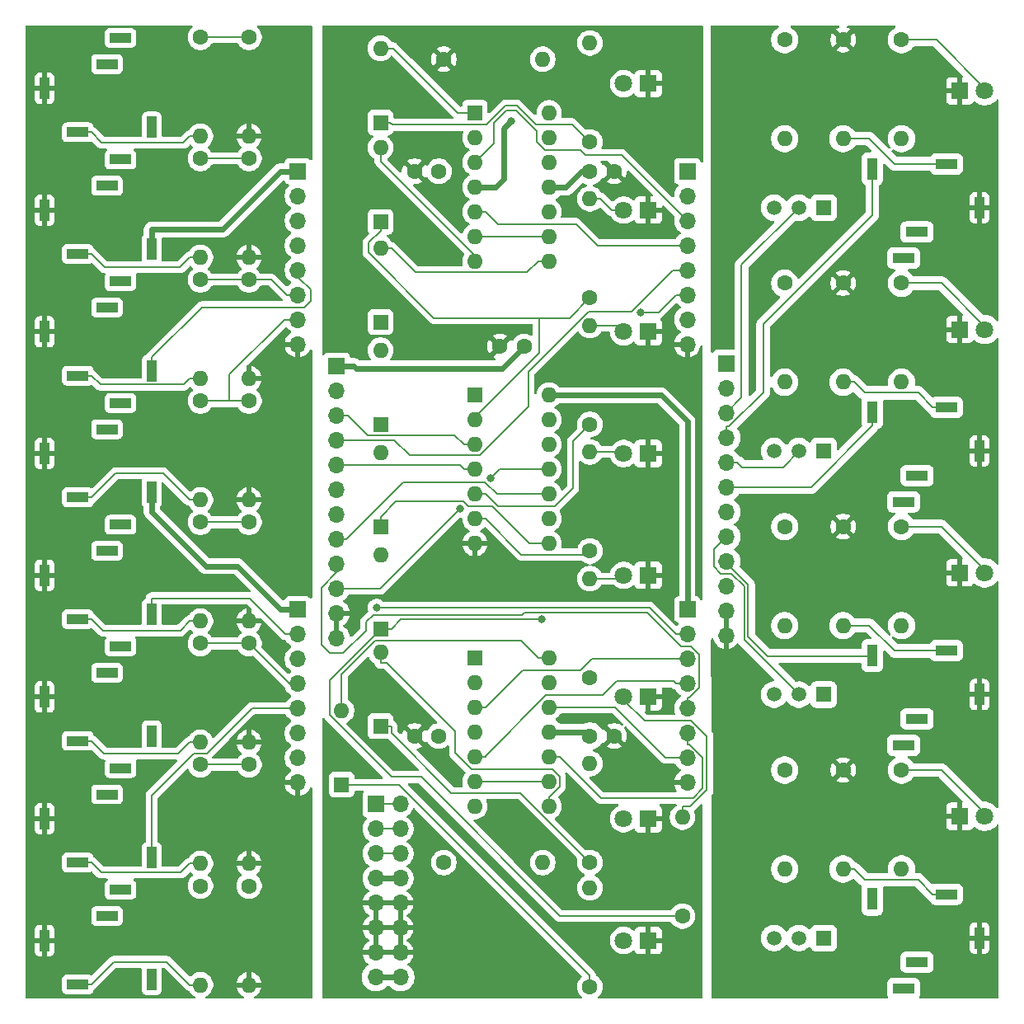
<source format=gbr>
G04 #@! TF.GenerationSoftware,KiCad,Pcbnew,9.0.0*
G04 #@! TF.CreationDate,2025-02-23T16:03:51-07:00*
G04 #@! TF.ProjectId,XOR_THT,584f525f-5448-4542-9e6b-696361645f70,rev?*
G04 #@! TF.SameCoordinates,Original*
G04 #@! TF.FileFunction,Copper,L1,Top*
G04 #@! TF.FilePolarity,Positive*
%FSLAX46Y46*%
G04 Gerber Fmt 4.6, Leading zero omitted, Abs format (unit mm)*
G04 Created by KiCad (PCBNEW 9.0.0) date 2025-02-23 16:03:51*
%MOMM*%
%LPD*%
G01*
G04 APERTURE LIST*
G04 #@! TA.AperFunction,ComponentPad*
%ADD10C,1.600000*%
G04 #@! TD*
G04 #@! TA.AperFunction,ComponentPad*
%ADD11R,1.800000X1.800000*%
G04 #@! TD*
G04 #@! TA.AperFunction,ComponentPad*
%ADD12C,1.800000*%
G04 #@! TD*
G04 #@! TA.AperFunction,ComponentPad*
%ADD13R,1.600000X1.600000*%
G04 #@! TD*
G04 #@! TA.AperFunction,ComponentPad*
%ADD14O,1.600000X1.600000*%
G04 #@! TD*
G04 #@! TA.AperFunction,ComponentPad*
%ADD15R,1.700000X1.700000*%
G04 #@! TD*
G04 #@! TA.AperFunction,ComponentPad*
%ADD16O,1.700000X1.700000*%
G04 #@! TD*
G04 #@! TA.AperFunction,ComponentPad*
%ADD17R,1.000000X2.200000*%
G04 #@! TD*
G04 #@! TA.AperFunction,ComponentPad*
%ADD18R,2.200000X1.000000*%
G04 #@! TD*
G04 #@! TA.AperFunction,ComponentPad*
%ADD19R,1.520000X1.520000*%
G04 #@! TD*
G04 #@! TA.AperFunction,ComponentPad*
%ADD20C,1.520000*%
G04 #@! TD*
G04 #@! TA.AperFunction,ViaPad*
%ADD21C,0.800000*%
G04 #@! TD*
G04 #@! TA.AperFunction,Conductor*
%ADD22C,0.600000*%
G04 #@! TD*
G04 #@! TA.AperFunction,Conductor*
%ADD23C,0.200000*%
G04 #@! TD*
G04 APERTURE END LIST*
D10*
X48750000Y-33000000D03*
X51250000Y-33000000D03*
X40000000Y-15000000D03*
X42500000Y-15000000D03*
X58000000Y-15000000D03*
X60500000Y-15000000D03*
X40000000Y-73000000D03*
X42500000Y-73000000D03*
X58000000Y-73000000D03*
X60500000Y-73000000D03*
D11*
X64000000Y-6014700D03*
D12*
X61460000Y-6014700D03*
D11*
X64000000Y-19000000D03*
D12*
X61460000Y-19000000D03*
D11*
X64000000Y-31500000D03*
D12*
X61460000Y-31500000D03*
D11*
X64000000Y-44000000D03*
D12*
X61460000Y-44000000D03*
D11*
X64000000Y-56500000D03*
D12*
X61460000Y-56500000D03*
D11*
X64000000Y-69000000D03*
D12*
X61460000Y-69000000D03*
D11*
X64000000Y-81500000D03*
D12*
X61460000Y-81500000D03*
D11*
X64000000Y-94000000D03*
D12*
X61460000Y-94000000D03*
D13*
X36500000Y-51500000D03*
D14*
X36500000Y-43880000D03*
D13*
X36500000Y-62000000D03*
D14*
X36500000Y-54380000D03*
D13*
X36500000Y-72000000D03*
D14*
X36500000Y-64380000D03*
D13*
X32500000Y-78000000D03*
D14*
X32500000Y-70380000D03*
D13*
X36500000Y-10000000D03*
D14*
X36500000Y-2380000D03*
D13*
X36500000Y-20205700D03*
D14*
X36500000Y-12585700D03*
D13*
X36500000Y-30500000D03*
D14*
X36500000Y-22880000D03*
D13*
X36500000Y-41000000D03*
D14*
X36500000Y-33380000D03*
D11*
X96000000Y-6750000D03*
D12*
X98540000Y-6750000D03*
D11*
X96000000Y-31250000D03*
D12*
X98540000Y-31250000D03*
D11*
X96000000Y-56250000D03*
D12*
X98540000Y-56250000D03*
D11*
X96000000Y-81250000D03*
D12*
X98540000Y-81250000D03*
D15*
X28000000Y-15000000D03*
D16*
X28000000Y-17540000D03*
X28000000Y-20080000D03*
X28000000Y-22620000D03*
X28000000Y-25160000D03*
X28000000Y-27700000D03*
X28000000Y-30240000D03*
X28000000Y-32780000D03*
D15*
X28000000Y-60000000D03*
D16*
X28000000Y-62540000D03*
X28000000Y-65080000D03*
X28000000Y-67620000D03*
X28000000Y-70160000D03*
X28000000Y-72700000D03*
X28000000Y-75240000D03*
X28000000Y-77780000D03*
D15*
X68000000Y-15000000D03*
D16*
X68000000Y-17540000D03*
X68000000Y-20080000D03*
X68000000Y-22620000D03*
X68000000Y-25160000D03*
X68000000Y-27700000D03*
X68000000Y-30240000D03*
X68000000Y-32780000D03*
D15*
X68000000Y-60000000D03*
D16*
X68000000Y-62540000D03*
X68000000Y-65080000D03*
X68000000Y-67620000D03*
X68000000Y-70160000D03*
X68000000Y-72700000D03*
X68000000Y-75240000D03*
X68000000Y-77780000D03*
D15*
X36000000Y-80000000D03*
D16*
X38540000Y-80000000D03*
X36000000Y-82540000D03*
X38540000Y-82540000D03*
X36000000Y-85080000D03*
X38540000Y-85080000D03*
X36000000Y-87620000D03*
X38540000Y-87620000D03*
X36000000Y-90160000D03*
X38540000Y-90160000D03*
X36000000Y-92700000D03*
X38540000Y-92700000D03*
X36000000Y-95240000D03*
X38540000Y-95240000D03*
X36000000Y-97780000D03*
X38540000Y-97780000D03*
D15*
X32000000Y-35000000D03*
D16*
X32000000Y-37540000D03*
X32000000Y-40080000D03*
X32000000Y-42620000D03*
X32000000Y-45160000D03*
X32000000Y-47700000D03*
X32000000Y-50240000D03*
X32000000Y-52780000D03*
X32000000Y-55320000D03*
X32000000Y-57860000D03*
X32000000Y-60400000D03*
X32000000Y-62940000D03*
D15*
X72000000Y-34750000D03*
D16*
X72000000Y-37290000D03*
X72000000Y-39830000D03*
X72000000Y-42370000D03*
X72000000Y-44910000D03*
X72000000Y-47450000D03*
X72000000Y-49990000D03*
X72000000Y-52530000D03*
X72000000Y-55070000D03*
X72000000Y-57610000D03*
X72000000Y-60150000D03*
X72000000Y-62690000D03*
D17*
X98000000Y-18750000D03*
X87000000Y-14750000D03*
D18*
X94600000Y-14250000D03*
X91600000Y-21250000D03*
X90200000Y-23950000D03*
D17*
X98000000Y-43750000D03*
X87000000Y-39750000D03*
D18*
X94600000Y-39250000D03*
X91600000Y-46250000D03*
X90200000Y-48950000D03*
D17*
X98000000Y-68750000D03*
X87000000Y-64750000D03*
D18*
X94600000Y-64250000D03*
X91600000Y-71250000D03*
X90200000Y-73950000D03*
D17*
X98000000Y-93750000D03*
X87000000Y-89750000D03*
D18*
X94600000Y-89250000D03*
X91600000Y-96250000D03*
X90200000Y-98950000D03*
D19*
X82000000Y-18750000D03*
D20*
X79460000Y-18750000D03*
X76920000Y-18750000D03*
D19*
X82000000Y-43750000D03*
D20*
X79460000Y-43750000D03*
X76920000Y-43750000D03*
D19*
X82000000Y-68750000D03*
D20*
X79460000Y-68750000D03*
X76920000Y-68750000D03*
D19*
X82000000Y-93750000D03*
D20*
X79460000Y-93750000D03*
X76920000Y-93750000D03*
D10*
X18000000Y-1250000D03*
D14*
X18000000Y-11410000D03*
D10*
X23000000Y-1250000D03*
D14*
X23000000Y-11410000D03*
D10*
X18000000Y-13700000D03*
D14*
X18000000Y-23860000D03*
D10*
X23000000Y-13700000D03*
D14*
X23000000Y-23860000D03*
D10*
X18000000Y-26150000D03*
D14*
X18000000Y-36310000D03*
D10*
X23000000Y-26150000D03*
D14*
X23000000Y-36310000D03*
D10*
X18000000Y-38600000D03*
D14*
X18000000Y-48760000D03*
D10*
X23000000Y-38600000D03*
D14*
X23000000Y-48760000D03*
D10*
X18000000Y-51050000D03*
D14*
X18000000Y-61210000D03*
D10*
X23000000Y-51050000D03*
D14*
X23000000Y-61210000D03*
D10*
X18000000Y-63500000D03*
D14*
X18000000Y-73660000D03*
D10*
X23000000Y-63500000D03*
D14*
X23000000Y-73660000D03*
D10*
X18000000Y-75950000D03*
D14*
X18000000Y-86110000D03*
D10*
X23000000Y-75950000D03*
D14*
X23000000Y-86110000D03*
D10*
X18000000Y-88400000D03*
D14*
X18000000Y-98560000D03*
D10*
X23000000Y-88400000D03*
D14*
X23000000Y-98560000D03*
D10*
X43000000Y-86000000D03*
D14*
X53160000Y-86000000D03*
D10*
X43000000Y-3500000D03*
D14*
X53160000Y-3500000D03*
D10*
X58000000Y-67000000D03*
D14*
X58000000Y-56840000D03*
D10*
X67500000Y-91500000D03*
D14*
X67500000Y-81340000D03*
D10*
X58000000Y-86000000D03*
D14*
X58000000Y-75840000D03*
D10*
X58000000Y-98750000D03*
D14*
X58000000Y-88590000D03*
D10*
X58000000Y-12000000D03*
D14*
X58000000Y-1840000D03*
D10*
X58000000Y-28000000D03*
D14*
X58000000Y-17840000D03*
D10*
X58000000Y-41000000D03*
D14*
X58000000Y-30840000D03*
D10*
X58000000Y-54000000D03*
D14*
X58000000Y-43840000D03*
D10*
X78000000Y-1500000D03*
D14*
X78000000Y-11660000D03*
D10*
X78000000Y-26500000D03*
D14*
X78000000Y-36660000D03*
D10*
X78000000Y-51500000D03*
D14*
X78000000Y-61660000D03*
D10*
X78000000Y-76500000D03*
D14*
X78000000Y-86660000D03*
D10*
X84000000Y-1500000D03*
D14*
X84000000Y-11660000D03*
D10*
X90000000Y-1500000D03*
D14*
X90000000Y-11660000D03*
D10*
X84000000Y-26500000D03*
D14*
X84000000Y-36660000D03*
D10*
X90000000Y-26500000D03*
D14*
X90000000Y-36660000D03*
D10*
X84000000Y-51500000D03*
D14*
X84000000Y-61660000D03*
D10*
X90000000Y-51500000D03*
D14*
X90000000Y-61660000D03*
D10*
X84000000Y-76500000D03*
D14*
X84000000Y-86660000D03*
D10*
X90000000Y-76500000D03*
D14*
X90000000Y-86660000D03*
D13*
X46190000Y-9000000D03*
D14*
X46190000Y-11540000D03*
X46190000Y-14080000D03*
X46190000Y-16620000D03*
X46190000Y-19160000D03*
X46190000Y-21700000D03*
X46190000Y-24240000D03*
X53810000Y-24240000D03*
X53810000Y-21700000D03*
X53810000Y-19160000D03*
X53810000Y-16620000D03*
X53810000Y-14080000D03*
X53810000Y-11540000D03*
X53810000Y-9000000D03*
D13*
X46190000Y-65000000D03*
D14*
X46190000Y-67540000D03*
X46190000Y-70080000D03*
X46190000Y-72620000D03*
X46190000Y-75160000D03*
X46190000Y-77700000D03*
X46190000Y-80240000D03*
X53810000Y-80240000D03*
X53810000Y-77700000D03*
X53810000Y-75160000D03*
X53810000Y-72620000D03*
X53810000Y-70080000D03*
X53810000Y-67540000D03*
X53810000Y-65000000D03*
D17*
X2000000Y-56500000D03*
X13000000Y-60500000D03*
D18*
X5400000Y-61000000D03*
X8400000Y-54000000D03*
X9800000Y-51300000D03*
D17*
X2000000Y-6500000D03*
X13000000Y-10500000D03*
D18*
X5400000Y-11000000D03*
X8400000Y-4000000D03*
X9800000Y-1300000D03*
D17*
X2000000Y-94000000D03*
X13000000Y-98000000D03*
D18*
X5400000Y-98500000D03*
X8400000Y-91500000D03*
X9800000Y-88800000D03*
D17*
X2000000Y-31500000D03*
X13000000Y-35500000D03*
D18*
X5400000Y-36000000D03*
X8400000Y-29000000D03*
X9800000Y-26300000D03*
D17*
X2000000Y-69000000D03*
X13000000Y-73000000D03*
D18*
X5400000Y-73500000D03*
X8400000Y-66500000D03*
X9800000Y-63800000D03*
D17*
X2000000Y-19000000D03*
X13000000Y-23000000D03*
D18*
X5400000Y-23500000D03*
X8400000Y-16500000D03*
X9800000Y-13800000D03*
D17*
X2000000Y-81500000D03*
X13000000Y-85500000D03*
D18*
X5400000Y-86000000D03*
X8400000Y-79000000D03*
X9800000Y-76300000D03*
D17*
X2000000Y-44000000D03*
X13000000Y-48000000D03*
D18*
X5400000Y-48500000D03*
X8400000Y-41500000D03*
X9800000Y-38800000D03*
D13*
X46190000Y-38000000D03*
D14*
X46190000Y-40540000D03*
X46190000Y-43080000D03*
X46190000Y-45620000D03*
X46190000Y-48160000D03*
X46190000Y-50700000D03*
X46190000Y-53240000D03*
X53810000Y-53240000D03*
X53810000Y-50700000D03*
X53810000Y-48160000D03*
X53810000Y-45620000D03*
X53810000Y-43080000D03*
X53810000Y-40540000D03*
X53810000Y-38000000D03*
D21*
X53031200Y-61011600D03*
X63172900Y-29498000D03*
X36083400Y-59820600D03*
X44650660Y-49644300D03*
X47799200Y-46517800D03*
X49908460Y-9847578D03*
D22*
X55510300Y-16620000D02*
X57130300Y-15000000D01*
X36000000Y-97780000D02*
X38540000Y-97780000D01*
X53810000Y-16620000D02*
X55510300Y-16620000D01*
X53810000Y-72620000D02*
X57620000Y-72620000D01*
X57620000Y-72620000D02*
X58000000Y-73000000D01*
X57130300Y-15000000D02*
X58000000Y-15000000D01*
D23*
X60260300Y-19000000D02*
X61460000Y-19000000D01*
X59100300Y-17840000D02*
X60260300Y-19000000D01*
X58000000Y-17840000D02*
X59100300Y-17840000D01*
X58000000Y-30840000D02*
X60800000Y-30840000D01*
X60800000Y-30840000D02*
X61460000Y-31500000D01*
X58000000Y-43840000D02*
X61300000Y-43840000D01*
X61300000Y-43840000D02*
X61460000Y-44000000D01*
X58000000Y-56840000D02*
X61120000Y-56840000D01*
X61120000Y-56840000D02*
X61460000Y-56500000D01*
X61460000Y-69272500D02*
X61460000Y-69000000D01*
X68376800Y-71430000D02*
X63617500Y-71430000D01*
X67500000Y-81340000D02*
X67500000Y-80239700D01*
X68302600Y-80239700D02*
X69994800Y-78547500D01*
X69994800Y-78547500D02*
X69994800Y-73048000D01*
X67500000Y-80239700D02*
X68302600Y-80239700D01*
X63617500Y-71430000D02*
X61460000Y-69272500D01*
X69994800Y-73048000D02*
X68376800Y-71430000D01*
X51804000Y-53240000D02*
X47994000Y-49430000D01*
X38060782Y-48939218D02*
X36500000Y-50500000D01*
X47994000Y-49430000D02*
X45495224Y-49430000D01*
X45495224Y-49430000D02*
X45004442Y-48939218D01*
X53810000Y-53240000D02*
X51804000Y-53240000D01*
X36500000Y-50500000D02*
X36500000Y-51500000D01*
X45004442Y-48939218D02*
X38060782Y-48939218D01*
X37600300Y-62000000D02*
X38588700Y-61011600D01*
X37607740Y-77216500D02*
X40658300Y-77216500D01*
X54941800Y-91500000D02*
X67500000Y-91500000D01*
X36500000Y-62000000D02*
X31247080Y-67252920D01*
X31247080Y-70855840D02*
X37607740Y-77216500D01*
X36500000Y-62000000D02*
X37600300Y-62000000D01*
X31247080Y-67252920D02*
X31247080Y-70855840D01*
X40658300Y-77216500D02*
X54941800Y-91500000D01*
X38588700Y-61011600D02*
X53031200Y-61011600D01*
X54149500Y-76430000D02*
X45845400Y-76430000D01*
X53810000Y-80240000D02*
X53810000Y-79277200D01*
X36500000Y-65480300D02*
X36500000Y-64380000D01*
X54924100Y-77204600D02*
X54149500Y-76430000D01*
X37117100Y-65480300D02*
X36500000Y-65480300D01*
X53810000Y-79277200D02*
X54924100Y-78163100D01*
X45845400Y-76430000D02*
X44155000Y-74739600D01*
X44155000Y-72518200D02*
X37117100Y-65480300D01*
X44155000Y-74739600D02*
X44155000Y-72518200D01*
X54924100Y-78163100D02*
X54924100Y-77204600D01*
X50849600Y-78849600D02*
X43727800Y-78849600D01*
X58000000Y-86000000D02*
X50849600Y-78849600D01*
X43727800Y-78849600D02*
X37600300Y-72722100D01*
X36500000Y-72000000D02*
X37600300Y-72000000D01*
X37600300Y-72722100D02*
X37600300Y-72000000D01*
X38431880Y-78000000D02*
X33600300Y-78000000D01*
X58000000Y-98750000D02*
X58000000Y-97568120D01*
X33600300Y-78000000D02*
X32500000Y-78000000D01*
X58000000Y-97568120D02*
X38431880Y-78000000D01*
X53810000Y-65000000D02*
X52709700Y-65000000D01*
X35971480Y-63212980D02*
X32500000Y-66684460D01*
X32500000Y-66684460D02*
X32500000Y-70380000D01*
X52709700Y-65000000D02*
X50922680Y-63212980D01*
X50922680Y-63212980D02*
X35971480Y-63212980D01*
X44425380Y-9000000D02*
X37805380Y-2380000D01*
X37805380Y-2380000D02*
X36500000Y-2380000D01*
X46190000Y-9000000D02*
X44425380Y-9000000D01*
X52423060Y-10175240D02*
X50512980Y-8265160D01*
X58000000Y-12000000D02*
X56175240Y-10175240D01*
X37500000Y-10000000D02*
X36500000Y-10000000D01*
X47348140Y-10241280D02*
X37741280Y-10241280D01*
X37741280Y-10241280D02*
X37500000Y-10000000D01*
X50512980Y-8265160D02*
X49324260Y-8265160D01*
X49324260Y-8265160D02*
X47348140Y-10241280D01*
X56175240Y-10175240D02*
X52423060Y-10175240D01*
X41961300Y-30074100D02*
X35242500Y-23355300D01*
X58000000Y-28000000D02*
X55925900Y-30074100D01*
X36500000Y-21099580D02*
X36500000Y-20205700D01*
X46190000Y-40258400D02*
X52763500Y-33684900D01*
X52763500Y-30074100D02*
X41961300Y-30074100D01*
X55925900Y-30074100D02*
X52763500Y-30074100D01*
X46190000Y-40540000D02*
X46190000Y-40258400D01*
X52763500Y-33684900D02*
X52763500Y-30074100D01*
X35242500Y-22357080D02*
X36500000Y-21099580D01*
X35242500Y-23355300D02*
X35242500Y-22357080D01*
X36500000Y-13993060D02*
X36500000Y-12585700D01*
X46190000Y-24240000D02*
X46190000Y-23688140D01*
X46190000Y-23688140D02*
X45854620Y-23352760D01*
X45854620Y-23347680D02*
X36500000Y-13993060D01*
X45854620Y-23352760D02*
X45854620Y-23347680D01*
X52709700Y-24240000D02*
X51555700Y-25394000D01*
X36500000Y-22880000D02*
X37600300Y-22880000D01*
X53810000Y-24240000D02*
X52709700Y-24240000D01*
X40114300Y-25394000D02*
X37600300Y-22880000D01*
X51555700Y-25394000D02*
X40114300Y-25394000D01*
X47290300Y-48160000D02*
X46190000Y-48160000D01*
X56260400Y-42739600D02*
X56260400Y-47569720D01*
X54437280Y-49392840D02*
X48523140Y-49392840D01*
X58000000Y-41000000D02*
X56260400Y-42739600D01*
X48523140Y-49392840D02*
X47290300Y-48160000D01*
X56260400Y-47569720D02*
X54437280Y-49392840D01*
X46190000Y-50700000D02*
X47290300Y-50700000D01*
X50953600Y-54363300D02*
X57636700Y-54363300D01*
X57636700Y-54363300D02*
X58000000Y-54000000D01*
X47290300Y-50700000D02*
X50953600Y-54363300D01*
X93574400Y-1500000D02*
X98540000Y-6465600D01*
X90000000Y-1500000D02*
X93574400Y-1500000D01*
X98540000Y-6465600D02*
X98540000Y-6750000D01*
X94100200Y-26500000D02*
X98540000Y-30939800D01*
X90000000Y-26500000D02*
X94100200Y-26500000D01*
X98540000Y-30939800D02*
X98540000Y-31250000D01*
X90000000Y-51500000D02*
X94100200Y-51500000D01*
X94100200Y-51500000D02*
X98540000Y-55939800D01*
X98540000Y-55939800D02*
X98540000Y-56250000D01*
X98540000Y-80939800D02*
X98540000Y-81250000D01*
X94100200Y-76500000D02*
X98540000Y-80939800D01*
X90000000Y-76500000D02*
X94100200Y-76500000D01*
X6800300Y-11000000D02*
X5400000Y-11000000D01*
X16899700Y-11410000D02*
X16249780Y-12059920D01*
X18000000Y-11410000D02*
X16899700Y-11410000D01*
X16249780Y-12059920D02*
X7860220Y-12059920D01*
X7860220Y-12059920D02*
X6800300Y-11000000D01*
X16899700Y-23860000D02*
X15905400Y-24854300D01*
X5400000Y-23500000D02*
X6800300Y-23500000D01*
X8154600Y-24854300D02*
X6800300Y-23500000D01*
X15905400Y-24854300D02*
X8154600Y-24854300D01*
X18000000Y-23860000D02*
X16899700Y-23860000D01*
X7711000Y-36910700D02*
X6800300Y-36000000D01*
X5400000Y-36000000D02*
X6800300Y-36000000D01*
X16899700Y-36310000D02*
X16299000Y-36910700D01*
X16299000Y-36910700D02*
X7711000Y-36910700D01*
X18000000Y-36310000D02*
X16899700Y-36310000D01*
X29301440Y-28305760D02*
X28637200Y-28970000D01*
X28000000Y-25160000D02*
X28000000Y-25833380D01*
X28000000Y-25833380D02*
X28183840Y-26017220D01*
X28183840Y-26024840D02*
X29301440Y-27142440D01*
X28183840Y-26017220D02*
X28183840Y-26024840D01*
X29301440Y-27142440D02*
X29301440Y-28305760D01*
X13000000Y-34099700D02*
X13000000Y-35500000D01*
X28637200Y-28970000D02*
X18129700Y-28970000D01*
X18129700Y-28970000D02*
X13000000Y-34099700D01*
X9278040Y-46022260D02*
X6800300Y-48500000D01*
X16899700Y-48760000D02*
X14161960Y-46022260D01*
X14161960Y-46022260D02*
X9278040Y-46022260D01*
X18000000Y-48760000D02*
X16899700Y-48760000D01*
X6800300Y-48500000D02*
X5400000Y-48500000D01*
X23065740Y-58856880D02*
X26748860Y-62540000D01*
X13000000Y-60500000D02*
X13000000Y-58856880D01*
X26748860Y-62540000D02*
X28000000Y-62540000D01*
X13000000Y-58856880D02*
X23065740Y-58856880D01*
X16899700Y-61210000D02*
X18000000Y-61210000D01*
X5400000Y-61000000D02*
X6800300Y-61000000D01*
X15940660Y-62169040D02*
X16899700Y-61210000D01*
X7969340Y-62169040D02*
X15940660Y-62169040D01*
X6800300Y-61000000D02*
X7969340Y-62169040D01*
X18000000Y-73660000D02*
X16899700Y-73660000D01*
X15742900Y-74816800D02*
X8117100Y-74816800D01*
X5400000Y-73500000D02*
X6800300Y-73500000D01*
X8117100Y-74816800D02*
X6800300Y-73500000D01*
X16899700Y-73660000D02*
X15742900Y-74816800D01*
X16899700Y-86110000D02*
X15984220Y-87025480D01*
X7825780Y-87025480D02*
X6800300Y-86000000D01*
X18000000Y-86110000D02*
X16899700Y-86110000D01*
X15984220Y-87025480D02*
X7825780Y-87025480D01*
X6800300Y-86000000D02*
X5400000Y-86000000D01*
X28000000Y-70160000D02*
X23286900Y-70160000D01*
X13000000Y-79115640D02*
X13000000Y-85500000D01*
X17320260Y-74795380D02*
X13000000Y-79115640D01*
X23286900Y-70160000D02*
X18651520Y-74795380D01*
X18651520Y-74795380D02*
X17320260Y-74795380D01*
X5400000Y-98500000D02*
X6800300Y-98500000D01*
X16899700Y-98560000D02*
X14539300Y-96199600D01*
X14539300Y-96199600D02*
X9100700Y-96199600D01*
X9100700Y-96199600D02*
X6800300Y-98500000D01*
X18000000Y-98560000D02*
X16899700Y-98560000D01*
X21437500Y-38600000D02*
X20993100Y-38600000D01*
X21437500Y-38600000D02*
X18000000Y-38600000D01*
X23000000Y-38600000D02*
X21437500Y-38600000D01*
X20993100Y-35847020D02*
X26600120Y-30240000D01*
X20993100Y-38600000D02*
X20993100Y-35847020D01*
X26600120Y-30240000D02*
X28000000Y-30240000D01*
X28000000Y-27700000D02*
X26849700Y-27700000D01*
X18000000Y-26150000D02*
X23000000Y-26150000D01*
X23000000Y-26150000D02*
X25299700Y-26150000D01*
X25299700Y-26150000D02*
X26849700Y-27700000D01*
X18000000Y-13700000D02*
X23000000Y-13700000D01*
X23000000Y-1250000D02*
X18000000Y-1250000D01*
X23000000Y-75950000D02*
X18000000Y-75950000D01*
X28000000Y-67620000D02*
X27120000Y-67620000D01*
X27120000Y-67620000D02*
X23000000Y-63500000D01*
X18000000Y-63500000D02*
X23000000Y-63500000D01*
X23000000Y-51050000D02*
X18000000Y-51050000D01*
X53398420Y-12801600D02*
X57010300Y-12801600D01*
X48094900Y-12175100D02*
X48094900Y-10060220D01*
X57010300Y-12801600D02*
X57541160Y-13332460D01*
X46190000Y-14080000D02*
X48094900Y-12175100D01*
X49407543Y-8747577D02*
X50429697Y-8747577D01*
X50429697Y-8747577D02*
X52557680Y-10875558D01*
X48094900Y-10060220D02*
X49407543Y-8747577D01*
X57541160Y-13332460D02*
X61252460Y-13332460D01*
X67150001Y-19230001D02*
X68000000Y-20080000D01*
X61252460Y-13332460D02*
X67150001Y-19230001D01*
X52557680Y-10875558D02*
X52557680Y-11960860D01*
X52557680Y-11960860D02*
X53398420Y-12801600D01*
X56568340Y-20411440D02*
X58776900Y-22620000D01*
X46190000Y-19160000D02*
X47290300Y-19160000D01*
X48541740Y-20411440D02*
X56568340Y-20411440D01*
X58776900Y-22620000D02*
X68000000Y-22620000D01*
X47290300Y-19160000D02*
X48541740Y-20411440D01*
X46666300Y-44185700D02*
X39487800Y-44185700D01*
X66849700Y-25160000D02*
X66520600Y-25160000D01*
X68000000Y-25160000D02*
X66849700Y-25160000D01*
X57863700Y-29420000D02*
X51655400Y-35628300D01*
X66520600Y-25160000D02*
X62260600Y-29420000D01*
X51655400Y-35628300D02*
X51655400Y-39196600D01*
X37922100Y-42620000D02*
X32000000Y-42620000D01*
X62260600Y-29420000D02*
X57863700Y-29420000D01*
X51655400Y-39196600D02*
X46666300Y-44185700D01*
X39487800Y-44185700D02*
X37922100Y-42620000D01*
X68000000Y-27700000D02*
X66849700Y-27700000D01*
X65051700Y-29498000D02*
X66849700Y-27700000D01*
X63172900Y-29498000D02*
X65051700Y-29498000D01*
X66849700Y-62540000D02*
X64130300Y-59820600D01*
X64130300Y-59820600D02*
X36083400Y-59820600D01*
X68000000Y-62540000D02*
X66849700Y-62540000D01*
X46190000Y-70080000D02*
X47290300Y-70080000D01*
X47290300Y-70080000D02*
X51100300Y-66270000D01*
X57040800Y-66270000D02*
X58230800Y-65080000D01*
X51100300Y-66270000D02*
X57040800Y-66270000D01*
X58230800Y-65080000D02*
X68000000Y-65080000D01*
X60721600Y-67399600D02*
X66629300Y-67399600D01*
X47290300Y-75160000D02*
X47290300Y-75022500D01*
X53502800Y-68810000D02*
X59311200Y-68810000D01*
X66629300Y-67399600D02*
X66849700Y-67620000D01*
X47290300Y-75022500D02*
X53502800Y-68810000D01*
X68000000Y-67620000D02*
X66849700Y-67620000D01*
X59311200Y-68810000D02*
X60721600Y-67399600D01*
X46190000Y-75160000D02*
X47290300Y-75160000D01*
X67369800Y-63810000D02*
X63871100Y-60311300D01*
X35029000Y-62159800D02*
X32667720Y-64521080D01*
X63871100Y-60311300D02*
X51271600Y-60311300D01*
X35029000Y-61285260D02*
X35029000Y-62159800D01*
X51025100Y-60557800D02*
X35756460Y-60557800D01*
X69199100Y-64635500D02*
X68373600Y-63810000D01*
X31310580Y-64521080D02*
X30401260Y-63611760D01*
X32000000Y-56173560D02*
X32000000Y-55320000D01*
X30401260Y-63611760D02*
X30401260Y-57772300D01*
X51271600Y-60311300D02*
X51025100Y-60557800D01*
X32667720Y-64521080D02*
X31310580Y-64521080D01*
X68373600Y-63810000D02*
X67369800Y-63810000D01*
X68238300Y-69009700D02*
X69199100Y-68048900D01*
X69199100Y-68048900D02*
X69199100Y-64635500D01*
X30401260Y-57772300D02*
X32000000Y-56173560D01*
X68000000Y-70160000D02*
X68000000Y-69009700D01*
X68000000Y-69009700D02*
X68238300Y-69009700D01*
X35756460Y-60557800D02*
X35029000Y-61285260D01*
X68615400Y-79360800D02*
X69594500Y-78381700D01*
X69594500Y-78381700D02*
X69594500Y-75206500D01*
X59111100Y-79360800D02*
X68615400Y-79360800D01*
X54910300Y-75160000D02*
X59111100Y-79360800D01*
X53810000Y-75160000D02*
X54910300Y-75160000D01*
X68000000Y-72700000D02*
X68000000Y-73850300D01*
X69594500Y-75206500D02*
X68238300Y-73850300D01*
X68238300Y-73850300D02*
X68000000Y-73850300D01*
X53810000Y-70080000D02*
X60622400Y-70080000D01*
X60622400Y-70080000D02*
X65782400Y-75240000D01*
X65782400Y-75240000D02*
X68000000Y-75240000D01*
X36000000Y-85080000D02*
X37202081Y-85080000D01*
X37202081Y-85080000D02*
X38540000Y-85080000D01*
X36000000Y-82540000D02*
X37202081Y-82540000D01*
X37202081Y-82540000D02*
X38540000Y-82540000D01*
X36000000Y-80000000D02*
X38540000Y-80000000D01*
X32000000Y-57860000D02*
X36434960Y-57860000D01*
X36434960Y-57860000D02*
X44250661Y-50044299D01*
X48697000Y-45620000D02*
X47799200Y-46517800D01*
X53810000Y-45620000D02*
X48697000Y-45620000D01*
X44250661Y-50044299D02*
X44650660Y-49644300D01*
X48451100Y-48160000D02*
X52709700Y-48160000D01*
X47204900Y-46913800D02*
X48451100Y-48160000D01*
X52709700Y-48160000D02*
X53810000Y-48160000D01*
X38836600Y-46913800D02*
X47204900Y-46913800D01*
X32000000Y-52780000D02*
X32970400Y-52780000D01*
X32970400Y-52780000D02*
X38836600Y-46913800D01*
X45089700Y-45620000D02*
X44629700Y-45160000D01*
X32000000Y-45160000D02*
X33150300Y-45160000D01*
X46190000Y-45620000D02*
X45089700Y-45620000D01*
X44629700Y-45160000D02*
X33150300Y-45160000D01*
X73571700Y-24638300D02*
X73571700Y-38258300D01*
X73571700Y-38258300D02*
X72000000Y-39830000D01*
X79460000Y-18750000D02*
X73571700Y-24638300D01*
X75793100Y-30703900D02*
X87000000Y-19497000D01*
X72000000Y-41219700D02*
X72287600Y-41219700D01*
X72000000Y-42370000D02*
X72000000Y-41219700D01*
X75793100Y-37714200D02*
X75793100Y-30703900D01*
X87000000Y-19497000D02*
X87000000Y-14750000D01*
X72287600Y-41219700D02*
X75793100Y-37714200D01*
X73150300Y-44910000D02*
X72000000Y-44910000D01*
X77820200Y-45389800D02*
X73630100Y-45389800D01*
X73630100Y-45389800D02*
X73150300Y-44910000D01*
X79460000Y-43750000D02*
X77820200Y-45389800D01*
X80700300Y-47450000D02*
X87000000Y-41150300D01*
X72000000Y-47450000D02*
X80700300Y-47450000D01*
X87000000Y-39750000D02*
X87000000Y-41150300D01*
X70759320Y-53770680D02*
X72000000Y-52530000D01*
X70759320Y-55631080D02*
X70759320Y-53770680D01*
X79460000Y-68750000D02*
X73849270Y-63139270D01*
X72545442Y-56329580D02*
X71457820Y-56329580D01*
X71457820Y-56329580D02*
X70759320Y-55631080D01*
X73849270Y-57633408D02*
X72545442Y-56329580D01*
X73849270Y-63139270D02*
X73849270Y-57633408D01*
X87000000Y-64750000D02*
X87000000Y-64787780D01*
X76220320Y-64787780D02*
X74249280Y-62816740D01*
X72000000Y-55218440D02*
X72000000Y-55070000D01*
X74249280Y-57467720D02*
X72000000Y-55218440D01*
X87000000Y-64787780D02*
X76220320Y-64787780D01*
X74249280Y-62816740D02*
X74249280Y-57467720D01*
X86700100Y-11660000D02*
X89290100Y-14250000D01*
X89290100Y-14250000D02*
X94600000Y-14250000D01*
X84000000Y-11660000D02*
X86700100Y-11660000D01*
X94600000Y-39250000D02*
X93199700Y-39250000D01*
X85100300Y-36660000D02*
X86200600Y-37760300D01*
X86200600Y-37760300D02*
X91710000Y-37760300D01*
X84000000Y-36660000D02*
X85100300Y-36660000D01*
X91710000Y-37760300D02*
X93199700Y-39250000D01*
X89290100Y-64250000D02*
X94600000Y-64250000D01*
X86700100Y-61660000D02*
X89290100Y-64250000D01*
X84000000Y-61660000D02*
X86700100Y-61660000D01*
X91710000Y-87760300D02*
X93199700Y-89250000D01*
X84000000Y-86660000D02*
X85100300Y-86660000D01*
X86200600Y-87760300D02*
X91710000Y-87760300D01*
X94600000Y-89250000D02*
X93199700Y-89250000D01*
X85100300Y-86660000D02*
X86200600Y-87760300D01*
D22*
X65313300Y-38000000D02*
X53810000Y-38000000D01*
X49138840Y-10627360D02*
X49123600Y-10612120D01*
X49004960Y-35245040D02*
X51250000Y-33000000D01*
X33995340Y-35245040D02*
X49004960Y-35245040D01*
X36000000Y-87620000D02*
X38540000Y-87620000D01*
X65313300Y-38000000D02*
X68000000Y-40686700D01*
X49121060Y-10645140D02*
X49138840Y-10627360D01*
X33750300Y-35000000D02*
X33995340Y-35245040D01*
X46190000Y-16620000D02*
X48304940Y-16620000D01*
X49138840Y-10617198D02*
X49508461Y-10247577D01*
X49508461Y-10247577D02*
X49908460Y-9847578D01*
X68000000Y-40686700D02*
X68000000Y-60000000D01*
X32000000Y-35000000D02*
X33750300Y-35000000D01*
X49138840Y-10627360D02*
X49138840Y-10617198D01*
X48304940Y-16620000D02*
X49121060Y-15803880D01*
X49121060Y-15803880D02*
X49121060Y-10645140D01*
X20250000Y-20999700D02*
X13000000Y-20999700D01*
X13000000Y-48000000D02*
X13000000Y-50000300D01*
X28000000Y-15000000D02*
X26249700Y-15000000D01*
X26249700Y-15000000D02*
X20250000Y-20999700D01*
X28000000Y-60000000D02*
X26249700Y-60000000D01*
X13000000Y-23000000D02*
X13000000Y-20999700D01*
X13000000Y-50000300D02*
X18557400Y-55557700D01*
X21807400Y-55557700D02*
X26249700Y-60000000D01*
X18557400Y-55557700D02*
X21807400Y-55557700D01*
D23*
X52678630Y-21700000D02*
X46190000Y-21700000D01*
X53810000Y-21700000D02*
X52678630Y-21700000D01*
X46190000Y-77700000D02*
X47321370Y-77700000D01*
X47321370Y-77700000D02*
X53810000Y-77700000D01*
X35170700Y-42100400D02*
X33150300Y-40080000D01*
X32000000Y-40080000D02*
X33150300Y-40080000D01*
X44110100Y-42100400D02*
X35170700Y-42100400D01*
X45089700Y-43080000D02*
X44110100Y-42100400D01*
X46190000Y-43080000D02*
X45089700Y-43080000D01*
G04 #@! TA.AperFunction,Conductor*
G36*
X77352296Y-45502D02*
G01*
X77398789Y-99158D01*
X77408893Y-169432D01*
X77379399Y-234012D01*
X77341380Y-263765D01*
X77294159Y-287826D01*
X77265974Y-302187D01*
X77087632Y-431760D01*
X77087629Y-431762D01*
X76931762Y-587629D01*
X76931760Y-587632D01*
X76802187Y-765974D01*
X76702106Y-962392D01*
X76702103Y-962398D01*
X76633986Y-1172045D01*
X76633985Y-1172049D01*
X76599500Y-1389778D01*
X76599500Y-1610222D01*
X76633985Y-1827951D01*
X76633986Y-1827954D01*
X76644141Y-1859210D01*
X76702105Y-2037606D01*
X76802185Y-2234022D01*
X76931758Y-2412365D01*
X76931760Y-2412367D01*
X76931762Y-2412370D01*
X77087629Y-2568237D01*
X77087632Y-2568239D01*
X77087635Y-2568242D01*
X77265978Y-2697815D01*
X77462394Y-2797895D01*
X77672049Y-2866015D01*
X77889778Y-2900500D01*
X77889781Y-2900500D01*
X78110219Y-2900500D01*
X78110222Y-2900500D01*
X78327951Y-2866015D01*
X78537606Y-2797895D01*
X78734022Y-2697815D01*
X78912365Y-2568242D01*
X78912370Y-2568237D01*
X79030142Y-2450466D01*
X79068237Y-2412370D01*
X79068242Y-2412365D01*
X79197815Y-2234022D01*
X79297895Y-2037606D01*
X79366015Y-1827951D01*
X79400500Y-1610222D01*
X79400500Y-1389778D01*
X79366015Y-1172049D01*
X79297895Y-962394D01*
X79197815Y-765978D01*
X79068242Y-587635D01*
X79068239Y-587632D01*
X79068237Y-587629D01*
X78912370Y-431762D01*
X78912367Y-431760D01*
X78912365Y-431758D01*
X78734022Y-302185D01*
X78658620Y-263765D01*
X78607007Y-215018D01*
X78589941Y-146103D01*
X78612842Y-78902D01*
X78668440Y-34750D01*
X78715825Y-25500D01*
X83509733Y-25500D01*
X83577854Y-45502D01*
X83624347Y-99158D01*
X83634451Y-169432D01*
X83604957Y-234012D01*
X83548669Y-271333D01*
X83497906Y-287826D01*
X83497900Y-287829D01*
X83314452Y-381301D01*
X83271625Y-412416D01*
X83959209Y-1100000D01*
X83947339Y-1100000D01*
X83845606Y-1127259D01*
X83754394Y-1179920D01*
X83679920Y-1254394D01*
X83627259Y-1345606D01*
X83600000Y-1447339D01*
X83600000Y-1459209D01*
X82912416Y-771625D01*
X82881301Y-814452D01*
X82787829Y-997900D01*
X82787826Y-997906D01*
X82724208Y-1193703D01*
X82692000Y-1397061D01*
X82692000Y-1602938D01*
X82724208Y-1806296D01*
X82787826Y-2002093D01*
X82787829Y-2002099D01*
X82881297Y-2185540D01*
X82881298Y-2185541D01*
X82912416Y-2228372D01*
X83600000Y-1540788D01*
X83600000Y-1552661D01*
X83627259Y-1654394D01*
X83679920Y-1745606D01*
X83754394Y-1820080D01*
X83845606Y-1872741D01*
X83947339Y-1900000D01*
X83959210Y-1900000D01*
X83271626Y-2587582D01*
X83271626Y-2587583D01*
X83314454Y-2618699D01*
X83497900Y-2712170D01*
X83497906Y-2712173D01*
X83693705Y-2775791D01*
X83693701Y-2775791D01*
X83897061Y-2808000D01*
X84102939Y-2808000D01*
X84306296Y-2775791D01*
X84502093Y-2712173D01*
X84502099Y-2712170D01*
X84685541Y-2618701D01*
X84728372Y-2587582D01*
X84728372Y-2587581D01*
X84040791Y-1900000D01*
X84052661Y-1900000D01*
X84154394Y-1872741D01*
X84245606Y-1820080D01*
X84320080Y-1745606D01*
X84372741Y-1654394D01*
X84400000Y-1552661D01*
X84400000Y-1540791D01*
X85087581Y-2228372D01*
X85087582Y-2228372D01*
X85118701Y-2185541D01*
X85212170Y-2002099D01*
X85212173Y-2002093D01*
X85275791Y-1806296D01*
X85308000Y-1602938D01*
X85308000Y-1397061D01*
X85275791Y-1193703D01*
X85212173Y-997906D01*
X85212170Y-997900D01*
X85118699Y-814454D01*
X85087583Y-771626D01*
X85087582Y-771626D01*
X84400000Y-1459208D01*
X84400000Y-1447339D01*
X84372741Y-1345606D01*
X84320080Y-1254394D01*
X84245606Y-1179920D01*
X84154394Y-1127259D01*
X84052661Y-1100000D01*
X84040790Y-1100000D01*
X84728372Y-412416D01*
X84685541Y-381298D01*
X84685540Y-381297D01*
X84502099Y-287829D01*
X84502093Y-287826D01*
X84451331Y-271333D01*
X84392725Y-231259D01*
X84365088Y-165863D01*
X84377195Y-95906D01*
X84425201Y-43600D01*
X84490267Y-25500D01*
X89284175Y-25500D01*
X89352296Y-45502D01*
X89398789Y-99158D01*
X89408893Y-169432D01*
X89379399Y-234012D01*
X89341380Y-263765D01*
X89294159Y-287826D01*
X89265974Y-302187D01*
X89087632Y-431760D01*
X89087629Y-431762D01*
X88931762Y-587629D01*
X88931760Y-587632D01*
X88802187Y-765974D01*
X88702106Y-962392D01*
X88702103Y-962398D01*
X88633986Y-1172045D01*
X88633985Y-1172049D01*
X88599500Y-1389778D01*
X88599500Y-1610222D01*
X88633985Y-1827951D01*
X88633986Y-1827954D01*
X88644141Y-1859210D01*
X88702105Y-2037606D01*
X88802185Y-2234022D01*
X88931758Y-2412365D01*
X88931760Y-2412367D01*
X88931762Y-2412370D01*
X89087629Y-2568237D01*
X89087632Y-2568239D01*
X89087635Y-2568242D01*
X89265978Y-2697815D01*
X89462394Y-2797895D01*
X89672049Y-2866015D01*
X89889778Y-2900500D01*
X89889781Y-2900500D01*
X90110219Y-2900500D01*
X90110222Y-2900500D01*
X90327951Y-2866015D01*
X90537606Y-2797895D01*
X90734022Y-2697815D01*
X90912365Y-2568242D01*
X91068242Y-2412365D01*
X91184434Y-2252438D01*
X91240656Y-2209085D01*
X91286370Y-2200500D01*
X93232053Y-2200500D01*
X93300174Y-2220502D01*
X93321148Y-2237405D01*
X96250776Y-5167033D01*
X96284802Y-5229345D01*
X96279737Y-5300160D01*
X96254000Y-5340206D01*
X96254000Y-6377031D01*
X96173694Y-6330667D01*
X96059244Y-6300000D01*
X95940756Y-6300000D01*
X95826306Y-6330667D01*
X95746000Y-6377031D01*
X95746000Y-5342000D01*
X95051402Y-5342000D01*
X94990906Y-5348505D01*
X94854035Y-5399555D01*
X94854034Y-5399555D01*
X94737095Y-5487095D01*
X94649555Y-5604034D01*
X94649555Y-5604035D01*
X94598505Y-5740906D01*
X94592000Y-5801402D01*
X94592000Y-6496000D01*
X95627032Y-6496000D01*
X95580667Y-6576306D01*
X95550000Y-6690756D01*
X95550000Y-6809244D01*
X95580667Y-6923694D01*
X95627032Y-7004000D01*
X94592000Y-7004000D01*
X94592000Y-7698597D01*
X94598505Y-7759093D01*
X94649555Y-7895964D01*
X94649555Y-7895965D01*
X94737095Y-8012904D01*
X94854034Y-8100444D01*
X94990906Y-8151494D01*
X95051402Y-8157999D01*
X95051415Y-8158000D01*
X95746000Y-8158000D01*
X95746000Y-7122968D01*
X95826306Y-7169333D01*
X95940756Y-7200000D01*
X96059244Y-7200000D01*
X96173694Y-7169333D01*
X96254000Y-7122968D01*
X96254000Y-8158000D01*
X96948585Y-8158000D01*
X96948597Y-8157999D01*
X97009093Y-8151494D01*
X97145964Y-8100444D01*
X97145965Y-8100444D01*
X97262904Y-8012904D01*
X97354701Y-7890278D01*
X97411537Y-7847731D01*
X97482352Y-7842666D01*
X97544664Y-7876692D01*
X97562487Y-7894515D01*
X97564483Y-7895965D01*
X97753567Y-8033343D01*
X97964008Y-8140568D01*
X98188632Y-8213553D01*
X98421908Y-8250500D01*
X98421911Y-8250500D01*
X98658089Y-8250500D01*
X98658092Y-8250500D01*
X98891368Y-8213553D01*
X99115992Y-8140568D01*
X99326433Y-8033343D01*
X99517510Y-7894517D01*
X99684517Y-7727510D01*
X99746565Y-7642107D01*
X99802786Y-7598755D01*
X99873522Y-7592680D01*
X99936314Y-7625811D01*
X99971225Y-7687631D01*
X99974500Y-7716170D01*
X99974500Y-30283829D01*
X99954498Y-30351950D01*
X99900842Y-30398443D01*
X99830568Y-30408547D01*
X99765988Y-30379053D01*
X99746564Y-30357890D01*
X99684515Y-30272487D01*
X99517512Y-30105484D01*
X99326436Y-29966659D01*
X99326435Y-29966658D01*
X99326433Y-29966657D01*
X99115992Y-29859432D01*
X98891368Y-29786447D01*
X98658092Y-29749500D01*
X98421908Y-29749500D01*
X98420413Y-29749736D01*
X98414902Y-29750609D01*
X98344492Y-29741502D01*
X98306109Y-29715253D01*
X96449091Y-27858235D01*
X94546743Y-25955886D01*
X94432011Y-25879225D01*
X94351621Y-25845926D01*
X94304531Y-25826421D01*
X94304528Y-25826420D01*
X94169197Y-25799500D01*
X94169194Y-25799500D01*
X94169193Y-25799500D01*
X91286370Y-25799500D01*
X91218249Y-25779498D01*
X91184434Y-25747561D01*
X91068242Y-25587635D01*
X91068239Y-25587632D01*
X91068237Y-25587629D01*
X90912370Y-25431762D01*
X90912367Y-25431760D01*
X90912365Y-25431758D01*
X90734022Y-25302185D01*
X90707683Y-25288764D01*
X90656070Y-25240017D01*
X90639004Y-25171102D01*
X90661905Y-25103901D01*
X90717503Y-25059749D01*
X90764886Y-25050499D01*
X91339360Y-25050499D01*
X91456762Y-25035044D01*
X91602841Y-24974536D01*
X91728282Y-24878282D01*
X91824536Y-24752841D01*
X91885044Y-24606762D01*
X91900500Y-24489361D01*
X91900499Y-23410640D01*
X91900499Y-23410639D01*
X91900498Y-23410631D01*
X91898328Y-23394153D01*
X91885044Y-23293238D01*
X91824536Y-23147159D01*
X91728282Y-23021718D01*
X91602841Y-22925464D01*
X91456762Y-22864956D01*
X91456760Y-22864955D01*
X91380332Y-22854893D01*
X91339361Y-22849500D01*
X91339358Y-22849500D01*
X89060640Y-22849500D01*
X89060631Y-22849501D01*
X88954978Y-22863410D01*
X88943238Y-22864956D01*
X88797160Y-22925463D01*
X88797157Y-22925465D01*
X88671718Y-23021718D01*
X88575465Y-23147157D01*
X88575463Y-23147160D01*
X88514955Y-23293239D01*
X88499500Y-23410636D01*
X88499500Y-24489359D01*
X88499501Y-24489368D01*
X88510025Y-24569306D01*
X88514956Y-24606762D01*
X88575464Y-24752841D01*
X88671718Y-24878282D01*
X88797159Y-24974536D01*
X88943238Y-25035044D01*
X89060639Y-25050500D01*
X89235112Y-25050499D01*
X89303230Y-25070501D01*
X89349723Y-25124156D01*
X89359828Y-25194430D01*
X89330335Y-25259011D01*
X89292316Y-25288764D01*
X89265977Y-25302184D01*
X89087632Y-25431760D01*
X89087629Y-25431762D01*
X88931762Y-25587629D01*
X88931760Y-25587632D01*
X88802187Y-25765974D01*
X88702106Y-25962392D01*
X88702103Y-25962398D01*
X88641764Y-26148107D01*
X88633985Y-26172049D01*
X88599500Y-26389778D01*
X88599500Y-26610222D01*
X88633985Y-26827951D01*
X88633986Y-26827954D01*
X88644141Y-26859210D01*
X88702105Y-27037606D01*
X88802185Y-27234022D01*
X88931758Y-27412365D01*
X88931760Y-27412367D01*
X88931762Y-27412370D01*
X89087629Y-27568237D01*
X89087632Y-27568239D01*
X89087635Y-27568242D01*
X89265978Y-27697815D01*
X89462394Y-27797895D01*
X89672049Y-27866015D01*
X89889778Y-27900500D01*
X89889781Y-27900500D01*
X90110219Y-27900500D01*
X90110222Y-27900500D01*
X90327951Y-27866015D01*
X90537606Y-27797895D01*
X90734022Y-27697815D01*
X90912365Y-27568242D01*
X91068242Y-27412365D01*
X91184434Y-27252438D01*
X91240656Y-27209085D01*
X91286370Y-27200500D01*
X93757853Y-27200500D01*
X93825974Y-27220502D01*
X93846948Y-27237405D01*
X96263676Y-29654133D01*
X96297702Y-29716445D01*
X96292637Y-29787260D01*
X96263676Y-29832323D01*
X96254000Y-29841999D01*
X96254000Y-30877031D01*
X96173694Y-30830667D01*
X96059244Y-30800000D01*
X95940756Y-30800000D01*
X95826306Y-30830667D01*
X95746000Y-30877031D01*
X95746000Y-29842000D01*
X95051402Y-29842000D01*
X94990906Y-29848505D01*
X94854035Y-29899555D01*
X94854034Y-29899555D01*
X94737095Y-29987095D01*
X94649555Y-30104034D01*
X94649555Y-30104035D01*
X94598505Y-30240906D01*
X94592000Y-30301402D01*
X94592000Y-30996000D01*
X95627032Y-30996000D01*
X95580667Y-31076306D01*
X95550000Y-31190756D01*
X95550000Y-31309244D01*
X95580667Y-31423694D01*
X95627032Y-31504000D01*
X94592000Y-31504000D01*
X94592000Y-32198597D01*
X94598505Y-32259093D01*
X94649555Y-32395964D01*
X94649555Y-32395965D01*
X94737095Y-32512904D01*
X94854034Y-32600444D01*
X94990906Y-32651494D01*
X95051402Y-32657999D01*
X95051415Y-32658000D01*
X95746000Y-32658000D01*
X95746000Y-31622968D01*
X95826306Y-31669333D01*
X95940756Y-31700000D01*
X96059244Y-31700000D01*
X96173694Y-31669333D01*
X96254000Y-31622968D01*
X96254000Y-32658000D01*
X96948585Y-32658000D01*
X96948597Y-32657999D01*
X97009093Y-32651494D01*
X97145964Y-32600444D01*
X97145965Y-32600444D01*
X97262904Y-32512904D01*
X97354701Y-32390278D01*
X97411537Y-32347731D01*
X97482352Y-32342666D01*
X97544664Y-32376692D01*
X97562487Y-32394515D01*
X97564483Y-32395965D01*
X97753567Y-32533343D01*
X97964008Y-32640568D01*
X98188632Y-32713553D01*
X98421908Y-32750500D01*
X98421911Y-32750500D01*
X98658089Y-32750500D01*
X98658092Y-32750500D01*
X98891368Y-32713553D01*
X99115992Y-32640568D01*
X99326433Y-32533343D01*
X99517510Y-32394517D01*
X99684517Y-32227510D01*
X99746565Y-32142107D01*
X99802786Y-32098755D01*
X99873522Y-32092680D01*
X99936314Y-32125811D01*
X99971225Y-32187631D01*
X99974500Y-32216170D01*
X99974500Y-55283829D01*
X99954498Y-55351950D01*
X99900842Y-55398443D01*
X99830568Y-55408547D01*
X99765988Y-55379053D01*
X99746564Y-55357890D01*
X99684515Y-55272487D01*
X99517512Y-55105484D01*
X99326436Y-54966659D01*
X99326435Y-54966658D01*
X99326433Y-54966657D01*
X99115992Y-54859432D01*
X98891368Y-54786447D01*
X98658092Y-54749500D01*
X98421908Y-54749500D01*
X98420413Y-54749736D01*
X98414902Y-54750609D01*
X98344492Y-54741502D01*
X98306109Y-54715253D01*
X94546747Y-50955890D01*
X94546746Y-50955889D01*
X94546743Y-50955886D01*
X94432011Y-50879225D01*
X94351621Y-50845926D01*
X94304531Y-50826421D01*
X94304528Y-50826420D01*
X94169197Y-50799500D01*
X94169194Y-50799500D01*
X94169193Y-50799500D01*
X91286370Y-50799500D01*
X91218249Y-50779498D01*
X91184434Y-50747561D01*
X91068242Y-50587635D01*
X91068239Y-50587632D01*
X91068237Y-50587629D01*
X90912370Y-50431762D01*
X90912367Y-50431760D01*
X90912365Y-50431758D01*
X90734022Y-50302185D01*
X90707683Y-50288764D01*
X90656070Y-50240017D01*
X90639004Y-50171102D01*
X90661905Y-50103901D01*
X90717503Y-50059749D01*
X90764886Y-50050499D01*
X91339360Y-50050499D01*
X91456762Y-50035044D01*
X91602841Y-49974536D01*
X91728282Y-49878282D01*
X91824536Y-49752841D01*
X91885044Y-49606762D01*
X91900500Y-49489361D01*
X91900499Y-48410640D01*
X91900499Y-48410639D01*
X91900498Y-48410631D01*
X91898328Y-48394153D01*
X91885044Y-48293238D01*
X91824536Y-48147159D01*
X91728282Y-48021718D01*
X91602841Y-47925464D01*
X91456762Y-47864956D01*
X91456760Y-47864955D01*
X91380332Y-47854893D01*
X91339361Y-47849500D01*
X91339358Y-47849500D01*
X89060640Y-47849500D01*
X89060631Y-47849501D01*
X88954978Y-47863410D01*
X88943238Y-47864956D01*
X88797160Y-47925463D01*
X88797157Y-47925465D01*
X88671718Y-48021718D01*
X88575465Y-48147157D01*
X88575463Y-48147160D01*
X88514955Y-48293239D01*
X88499500Y-48410636D01*
X88499500Y-49489359D01*
X88499501Y-49489368D01*
X88511865Y-49583281D01*
X88514956Y-49606762D01*
X88575464Y-49752841D01*
X88671718Y-49878282D01*
X88797159Y-49974536D01*
X88943238Y-50035044D01*
X89060639Y-50050500D01*
X89235112Y-50050499D01*
X89303230Y-50070501D01*
X89349723Y-50124156D01*
X89359828Y-50194430D01*
X89330335Y-50259011D01*
X89292316Y-50288764D01*
X89265977Y-50302184D01*
X89087632Y-50431760D01*
X89087629Y-50431762D01*
X88931762Y-50587629D01*
X88931760Y-50587632D01*
X88802187Y-50765974D01*
X88702106Y-50962392D01*
X88702103Y-50962398D01*
X88635786Y-51166506D01*
X88633985Y-51172049D01*
X88599500Y-51389778D01*
X88599500Y-51610222D01*
X88633985Y-51827951D01*
X88633986Y-51827954D01*
X88671832Y-51944436D01*
X88702105Y-52037606D01*
X88802185Y-52234022D01*
X88931758Y-52412365D01*
X88931760Y-52412367D01*
X88931762Y-52412370D01*
X89087629Y-52568237D01*
X89087632Y-52568239D01*
X89087635Y-52568242D01*
X89265978Y-52697815D01*
X89462394Y-52797895D01*
X89672049Y-52866015D01*
X89889778Y-52900500D01*
X89889781Y-52900500D01*
X90110219Y-52900500D01*
X90110222Y-52900500D01*
X90327951Y-52866015D01*
X90537606Y-52797895D01*
X90734022Y-52697815D01*
X90912365Y-52568242D01*
X91068242Y-52412365D01*
X91184434Y-52252438D01*
X91240656Y-52209085D01*
X91286370Y-52200500D01*
X93757853Y-52200500D01*
X93825974Y-52220502D01*
X93846948Y-52237405D01*
X96263676Y-54654133D01*
X96297702Y-54716445D01*
X96292637Y-54787260D01*
X96263676Y-54832323D01*
X96254000Y-54841999D01*
X96254000Y-55877031D01*
X96173694Y-55830667D01*
X96059244Y-55800000D01*
X95940756Y-55800000D01*
X95826306Y-55830667D01*
X95746000Y-55877031D01*
X95746000Y-54842000D01*
X95051402Y-54842000D01*
X94990906Y-54848505D01*
X94854035Y-54899555D01*
X94854034Y-54899555D01*
X94737095Y-54987095D01*
X94649555Y-55104034D01*
X94649555Y-55104035D01*
X94598505Y-55240906D01*
X94592000Y-55301402D01*
X94592000Y-55996000D01*
X95627032Y-55996000D01*
X95580667Y-56076306D01*
X95550000Y-56190756D01*
X95550000Y-56309244D01*
X95580667Y-56423694D01*
X95627032Y-56504000D01*
X94592000Y-56504000D01*
X94592000Y-57198597D01*
X94598505Y-57259093D01*
X94649555Y-57395964D01*
X94649555Y-57395965D01*
X94737095Y-57512904D01*
X94854034Y-57600444D01*
X94990906Y-57651494D01*
X95051402Y-57657999D01*
X95051415Y-57658000D01*
X95746000Y-57658000D01*
X95746000Y-56622968D01*
X95826306Y-56669333D01*
X95940756Y-56700000D01*
X96059244Y-56700000D01*
X96173694Y-56669333D01*
X96254000Y-56622968D01*
X96254000Y-57658000D01*
X96948585Y-57658000D01*
X96948597Y-57657999D01*
X97009093Y-57651494D01*
X97145964Y-57600444D01*
X97145965Y-57600444D01*
X97262904Y-57512904D01*
X97354701Y-57390278D01*
X97411537Y-57347731D01*
X97482352Y-57342666D01*
X97544664Y-57376692D01*
X97562487Y-57394515D01*
X97568286Y-57398728D01*
X97753567Y-57533343D01*
X97964008Y-57640568D01*
X98188632Y-57713553D01*
X98421908Y-57750500D01*
X98421911Y-57750500D01*
X98658089Y-57750500D01*
X98658092Y-57750500D01*
X98891368Y-57713553D01*
X99115992Y-57640568D01*
X99326433Y-57533343D01*
X99517510Y-57394517D01*
X99684517Y-57227510D01*
X99746565Y-57142107D01*
X99802786Y-57098755D01*
X99873522Y-57092680D01*
X99936314Y-57125811D01*
X99971225Y-57187631D01*
X99974500Y-57216170D01*
X99974500Y-80283829D01*
X99954498Y-80351950D01*
X99900842Y-80398443D01*
X99830568Y-80408547D01*
X99765988Y-80379053D01*
X99746564Y-80357890D01*
X99684515Y-80272487D01*
X99517512Y-80105484D01*
X99326436Y-79966659D01*
X99326435Y-79966658D01*
X99326433Y-79966657D01*
X99115992Y-79859432D01*
X98891368Y-79786447D01*
X98658092Y-79749500D01*
X98421908Y-79749500D01*
X98420413Y-79749736D01*
X98414902Y-79750609D01*
X98344492Y-79741502D01*
X98306109Y-79715253D01*
X94546747Y-75955890D01*
X94546746Y-75955889D01*
X94546743Y-75955886D01*
X94432011Y-75879225D01*
X94351621Y-75845926D01*
X94304531Y-75826421D01*
X94304528Y-75826420D01*
X94169197Y-75799500D01*
X94169194Y-75799500D01*
X94169193Y-75799500D01*
X91286370Y-75799500D01*
X91218249Y-75779498D01*
X91184434Y-75747561D01*
X91068242Y-75587635D01*
X91068239Y-75587632D01*
X91068237Y-75587629D01*
X90912370Y-75431762D01*
X90912367Y-75431760D01*
X90912365Y-75431758D01*
X90734022Y-75302185D01*
X90707683Y-75288764D01*
X90656070Y-75240017D01*
X90639004Y-75171102D01*
X90661905Y-75103901D01*
X90717503Y-75059749D01*
X90764886Y-75050499D01*
X91339360Y-75050499D01*
X91456762Y-75035044D01*
X91602841Y-74974536D01*
X91728282Y-74878282D01*
X91824536Y-74752841D01*
X91885044Y-74606762D01*
X91900500Y-74489361D01*
X91900499Y-73410640D01*
X91900499Y-73410639D01*
X91900498Y-73410631D01*
X91890957Y-73338157D01*
X91885044Y-73293238D01*
X91824536Y-73147159D01*
X91728282Y-73021718D01*
X91602841Y-72925464D01*
X91456762Y-72864956D01*
X91456760Y-72864955D01*
X91380332Y-72854893D01*
X91339361Y-72849500D01*
X91339358Y-72849500D01*
X89060640Y-72849500D01*
X89060631Y-72849501D01*
X88954978Y-72863410D01*
X88943238Y-72864956D01*
X88797160Y-72925463D01*
X88797157Y-72925465D01*
X88671718Y-73021718D01*
X88575465Y-73147157D01*
X88575463Y-73147160D01*
X88514955Y-73293239D01*
X88499500Y-73410636D01*
X88499500Y-74489359D01*
X88499501Y-74489368D01*
X88511865Y-74583281D01*
X88514956Y-74606762D01*
X88575464Y-74752841D01*
X88671718Y-74878282D01*
X88797159Y-74974536D01*
X88943238Y-75035044D01*
X89060639Y-75050500D01*
X89235112Y-75050499D01*
X89303230Y-75070501D01*
X89349723Y-75124156D01*
X89359828Y-75194430D01*
X89330335Y-75259011D01*
X89292316Y-75288764D01*
X89265977Y-75302184D01*
X89087632Y-75431760D01*
X89087629Y-75431762D01*
X88931762Y-75587629D01*
X88931760Y-75587632D01*
X88802187Y-75765974D01*
X88702106Y-75962392D01*
X88702103Y-75962398D01*
X88633986Y-76172045D01*
X88633985Y-76172049D01*
X88599500Y-76389778D01*
X88599500Y-76610222D01*
X88633985Y-76827951D01*
X88633986Y-76827954D01*
X88644141Y-76859210D01*
X88702105Y-77037606D01*
X88802185Y-77234022D01*
X88931758Y-77412365D01*
X88931760Y-77412367D01*
X88931762Y-77412370D01*
X89087629Y-77568237D01*
X89087632Y-77568239D01*
X89087635Y-77568242D01*
X89265978Y-77697815D01*
X89462394Y-77797895D01*
X89672049Y-77866015D01*
X89889778Y-77900500D01*
X89889781Y-77900500D01*
X90110219Y-77900500D01*
X90110222Y-77900500D01*
X90327951Y-77866015D01*
X90537606Y-77797895D01*
X90734022Y-77697815D01*
X90912365Y-77568242D01*
X91068242Y-77412365D01*
X91184434Y-77252438D01*
X91240656Y-77209085D01*
X91286370Y-77200500D01*
X93757853Y-77200500D01*
X93825974Y-77220502D01*
X93846948Y-77237405D01*
X96263676Y-79654133D01*
X96297702Y-79716445D01*
X96292637Y-79787260D01*
X96263676Y-79832323D01*
X96254000Y-79841999D01*
X96254000Y-80877031D01*
X96173694Y-80830667D01*
X96059244Y-80800000D01*
X95940756Y-80800000D01*
X95826306Y-80830667D01*
X95746000Y-80877031D01*
X95746000Y-79842000D01*
X95051402Y-79842000D01*
X94990906Y-79848505D01*
X94854035Y-79899555D01*
X94854034Y-79899555D01*
X94737095Y-79987095D01*
X94649555Y-80104034D01*
X94649555Y-80104035D01*
X94598505Y-80240906D01*
X94592000Y-80301402D01*
X94592000Y-80996000D01*
X95627032Y-80996000D01*
X95580667Y-81076306D01*
X95550000Y-81190756D01*
X95550000Y-81309244D01*
X95580667Y-81423694D01*
X95627032Y-81504000D01*
X94592000Y-81504000D01*
X94592000Y-82198597D01*
X94598505Y-82259093D01*
X94649555Y-82395964D01*
X94649555Y-82395965D01*
X94737095Y-82512904D01*
X94854034Y-82600444D01*
X94990906Y-82651494D01*
X95051402Y-82657999D01*
X95051415Y-82658000D01*
X95746000Y-82658000D01*
X95746000Y-81622968D01*
X95826306Y-81669333D01*
X95940756Y-81700000D01*
X96059244Y-81700000D01*
X96173694Y-81669333D01*
X96254000Y-81622968D01*
X96254000Y-82658000D01*
X96948585Y-82658000D01*
X96948597Y-82657999D01*
X97009093Y-82651494D01*
X97145964Y-82600444D01*
X97145965Y-82600444D01*
X97262904Y-82512904D01*
X97354701Y-82390278D01*
X97411537Y-82347731D01*
X97482352Y-82342666D01*
X97544664Y-82376692D01*
X97562487Y-82394515D01*
X97564483Y-82395965D01*
X97753567Y-82533343D01*
X97964008Y-82640568D01*
X98188632Y-82713553D01*
X98421908Y-82750500D01*
X98421911Y-82750500D01*
X98658089Y-82750500D01*
X98658092Y-82750500D01*
X98891368Y-82713553D01*
X99115992Y-82640568D01*
X99326433Y-82533343D01*
X99517510Y-82394517D01*
X99684517Y-82227510D01*
X99746565Y-82142107D01*
X99802786Y-82098755D01*
X99873522Y-82092680D01*
X99936314Y-82125811D01*
X99971225Y-82187631D01*
X99974500Y-82216170D01*
X99974500Y-99848500D01*
X99954498Y-99916621D01*
X99900842Y-99963114D01*
X99848500Y-99974500D01*
X91909954Y-99974500D01*
X91841833Y-99954498D01*
X91795340Y-99900842D01*
X91785236Y-99830568D01*
X91809991Y-99771797D01*
X91824531Y-99752847D01*
X91824536Y-99752841D01*
X91885044Y-99606762D01*
X91900500Y-99489361D01*
X91900499Y-98410640D01*
X91900499Y-98410639D01*
X91900498Y-98410631D01*
X91898328Y-98394153D01*
X91885044Y-98293238D01*
X91824536Y-98147159D01*
X91728282Y-98021718D01*
X91602841Y-97925464D01*
X91456762Y-97864956D01*
X91456760Y-97864955D01*
X91380332Y-97854893D01*
X91339361Y-97849500D01*
X91339358Y-97849500D01*
X89060640Y-97849500D01*
X89060631Y-97849501D01*
X88954978Y-97863410D01*
X88943238Y-97864956D01*
X88797160Y-97925463D01*
X88797157Y-97925465D01*
X88671718Y-98021718D01*
X88575465Y-98147157D01*
X88575463Y-98147160D01*
X88514955Y-98293239D01*
X88499500Y-98410636D01*
X88499500Y-99489359D01*
X88499501Y-99489368D01*
X88514956Y-99606760D01*
X88514956Y-99606761D01*
X88575463Y-99752839D01*
X88575468Y-99752847D01*
X88590009Y-99771797D01*
X88615609Y-99838017D01*
X88601344Y-99907566D01*
X88551742Y-99958361D01*
X88490046Y-99974500D01*
X70603231Y-99974500D01*
X70535110Y-99954498D01*
X70488617Y-99900842D01*
X70477231Y-99848618D01*
X70473342Y-95710636D01*
X89899500Y-95710636D01*
X89899500Y-96789359D01*
X89899501Y-96789368D01*
X89911865Y-96883281D01*
X89914956Y-96906762D01*
X89975464Y-97052841D01*
X90071718Y-97178282D01*
X90197159Y-97274536D01*
X90343238Y-97335044D01*
X90460639Y-97350500D01*
X92739360Y-97350499D01*
X92856762Y-97335044D01*
X93002841Y-97274536D01*
X93128282Y-97178282D01*
X93224536Y-97052841D01*
X93285044Y-96906762D01*
X93300500Y-96789361D01*
X93300499Y-95710640D01*
X93300499Y-95710639D01*
X93300498Y-95710631D01*
X93298328Y-95694153D01*
X93285044Y-95593238D01*
X93224536Y-95447159D01*
X93128282Y-95321718D01*
X93002841Y-95225464D01*
X92856762Y-95164956D01*
X92856760Y-95164955D01*
X92780332Y-95154893D01*
X92739361Y-95149500D01*
X92739358Y-95149500D01*
X90460640Y-95149500D01*
X90460631Y-95149501D01*
X90354978Y-95163410D01*
X90343238Y-95164956D01*
X90197160Y-95225463D01*
X90197157Y-95225465D01*
X90071718Y-95321718D01*
X89975465Y-95447157D01*
X89975463Y-95447160D01*
X89914955Y-95593239D01*
X89899500Y-95710636D01*
X70473342Y-95710636D01*
X70473338Y-95706632D01*
X70471399Y-93642926D01*
X75559500Y-93642926D01*
X75559500Y-93857074D01*
X75574505Y-93951809D01*
X75593001Y-94068590D01*
X75659173Y-94272246D01*
X75659175Y-94272251D01*
X75756396Y-94463057D01*
X75756398Y-94463060D01*
X75882270Y-94636308D01*
X76033691Y-94787729D01*
X76033694Y-94787731D01*
X76206943Y-94913604D01*
X76397749Y-95010825D01*
X76601415Y-95077000D01*
X76812926Y-95110500D01*
X76812929Y-95110500D01*
X77027071Y-95110500D01*
X77027074Y-95110500D01*
X77238585Y-95077000D01*
X77442251Y-95010825D01*
X77633057Y-94913604D01*
X77806306Y-94787731D01*
X77957731Y-94636306D01*
X78083604Y-94463057D01*
X78083603Y-94463057D01*
X78086514Y-94459052D01*
X78087819Y-94460000D01*
X78135202Y-94417123D01*
X78205242Y-94405508D01*
X78270443Y-94433604D01*
X78292877Y-94459494D01*
X78293486Y-94459052D01*
X78422270Y-94636308D01*
X78573691Y-94787729D01*
X78573694Y-94787731D01*
X78746943Y-94913604D01*
X78937749Y-95010825D01*
X79141415Y-95077000D01*
X79352926Y-95110500D01*
X79352929Y-95110500D01*
X79567071Y-95110500D01*
X79567074Y-95110500D01*
X79778585Y-95077000D01*
X79982251Y-95010825D01*
X80173057Y-94913604D01*
X80346306Y-94787731D01*
X80466646Y-94667390D01*
X80528956Y-94633367D01*
X80599772Y-94638431D01*
X80656608Y-94680978D01*
X80672148Y-94708267D01*
X80715464Y-94812841D01*
X80811718Y-94938282D01*
X80937159Y-95034536D01*
X81083238Y-95095044D01*
X81200639Y-95110500D01*
X82799360Y-95110499D01*
X82916762Y-95095044D01*
X83062841Y-95034536D01*
X83188282Y-94938282D01*
X83218733Y-94898597D01*
X96992000Y-94898597D01*
X96998505Y-94959093D01*
X97049555Y-95095964D01*
X97049555Y-95095965D01*
X97137095Y-95212904D01*
X97254034Y-95300444D01*
X97390906Y-95351494D01*
X97451402Y-95357999D01*
X97451415Y-95358000D01*
X97746000Y-95358000D01*
X98254000Y-95358000D01*
X98548585Y-95358000D01*
X98548597Y-95357999D01*
X98609093Y-95351494D01*
X98745964Y-95300444D01*
X98745965Y-95300444D01*
X98862904Y-95212904D01*
X98950444Y-95095965D01*
X98950444Y-95095964D01*
X99001494Y-94959093D01*
X99007999Y-94898597D01*
X99008000Y-94898585D01*
X99008000Y-94004000D01*
X98254000Y-94004000D01*
X98254000Y-95358000D01*
X97746000Y-95358000D01*
X97746000Y-94004000D01*
X96992000Y-94004000D01*
X96992000Y-94898597D01*
X83218733Y-94898597D01*
X83284536Y-94812841D01*
X83345044Y-94666762D01*
X83360500Y-94549361D01*
X83360499Y-93642929D01*
X83360499Y-92950640D01*
X83360498Y-92950631D01*
X83358328Y-92934153D01*
X83345044Y-92833238D01*
X83284536Y-92687159D01*
X83218733Y-92601402D01*
X96992000Y-92601402D01*
X96992000Y-93496000D01*
X97746000Y-93496000D01*
X97746000Y-93310218D01*
X97800000Y-93310218D01*
X97800000Y-94189782D01*
X97830448Y-94263291D01*
X97886709Y-94319552D01*
X97960218Y-94350000D01*
X98039782Y-94350000D01*
X98113291Y-94319552D01*
X98169552Y-94263291D01*
X98200000Y-94189782D01*
X98200000Y-93496000D01*
X98254000Y-93496000D01*
X99008000Y-93496000D01*
X99008000Y-92601414D01*
X99007999Y-92601402D01*
X99001494Y-92540906D01*
X98950444Y-92404035D01*
X98950444Y-92404034D01*
X98862904Y-92287095D01*
X98745965Y-92199555D01*
X98609093Y-92148505D01*
X98548597Y-92142000D01*
X98254000Y-92142000D01*
X98254000Y-93496000D01*
X98200000Y-93496000D01*
X98200000Y-93310218D01*
X98169552Y-93236709D01*
X98113291Y-93180448D01*
X98039782Y-93150000D01*
X97960218Y-93150000D01*
X97886709Y-93180448D01*
X97830448Y-93236709D01*
X97800000Y-93310218D01*
X97746000Y-93310218D01*
X97746000Y-92142000D01*
X97451402Y-92142000D01*
X97390906Y-92148505D01*
X97254035Y-92199555D01*
X97254034Y-92199555D01*
X97137095Y-92287095D01*
X97049555Y-92404034D01*
X97049555Y-92404035D01*
X96998505Y-92540906D01*
X96992000Y-92601402D01*
X83218733Y-92601402D01*
X83188282Y-92561718D01*
X83062841Y-92465464D01*
X82960327Y-92423001D01*
X82916760Y-92404955D01*
X82840332Y-92394893D01*
X82799361Y-92389500D01*
X82799358Y-92389500D01*
X81200640Y-92389500D01*
X81200631Y-92389501D01*
X81094978Y-92403410D01*
X81083238Y-92404956D01*
X80937160Y-92465463D01*
X80937157Y-92465465D01*
X80811718Y-92561718D01*
X80715465Y-92687157D01*
X80715464Y-92687159D01*
X80705063Y-92712270D01*
X80672149Y-92791731D01*
X80627600Y-92847011D01*
X80560236Y-92869432D01*
X80491445Y-92851873D01*
X80466645Y-92832607D01*
X80346308Y-92712270D01*
X80173060Y-92586398D01*
X80173059Y-92586397D01*
X80173057Y-92586396D01*
X79982251Y-92489175D01*
X79982248Y-92489174D01*
X79982246Y-92489173D01*
X79778590Y-92423001D01*
X79778586Y-92423000D01*
X79778585Y-92423000D01*
X79567074Y-92389500D01*
X79352926Y-92389500D01*
X79141415Y-92423000D01*
X79141409Y-92423001D01*
X78937753Y-92489173D01*
X78937747Y-92489176D01*
X78746939Y-92586398D01*
X78573691Y-92712270D01*
X78422270Y-92863691D01*
X78293486Y-93040948D01*
X78292183Y-93040001D01*
X78244778Y-93082886D01*
X78174736Y-93094488D01*
X78109540Y-93066381D01*
X78087120Y-93040507D01*
X78086514Y-93040948D01*
X77957729Y-92863691D01*
X77806308Y-92712270D01*
X77633060Y-92586398D01*
X77633059Y-92586397D01*
X77633057Y-92586396D01*
X77442251Y-92489175D01*
X77442248Y-92489174D01*
X77442246Y-92489173D01*
X77238590Y-92423001D01*
X77238586Y-92423000D01*
X77238585Y-92423000D01*
X77027074Y-92389500D01*
X76812926Y-92389500D01*
X76601415Y-92423000D01*
X76601409Y-92423001D01*
X76397753Y-92489173D01*
X76397747Y-92489176D01*
X76206939Y-92586398D01*
X76033691Y-92712270D01*
X75882270Y-92863691D01*
X75756398Y-93036939D01*
X75659176Y-93227747D01*
X75659173Y-93227753D01*
X75593001Y-93431409D01*
X75593000Y-93431414D01*
X75593000Y-93431415D01*
X75559500Y-93642926D01*
X70471399Y-93642926D01*
X70464733Y-86549778D01*
X76599500Y-86549778D01*
X76599500Y-86770222D01*
X76633985Y-86987951D01*
X76633986Y-86987954D01*
X76683233Y-87139525D01*
X76702105Y-87197606D01*
X76802185Y-87394022D01*
X76931758Y-87572365D01*
X76931760Y-87572367D01*
X76931762Y-87572370D01*
X77087629Y-87728237D01*
X77087632Y-87728239D01*
X77087635Y-87728242D01*
X77265978Y-87857815D01*
X77462394Y-87957895D01*
X77672049Y-88026015D01*
X77889778Y-88060500D01*
X77889781Y-88060500D01*
X78110219Y-88060500D01*
X78110222Y-88060500D01*
X78327951Y-88026015D01*
X78537606Y-87957895D01*
X78734022Y-87857815D01*
X78912365Y-87728242D01*
X79068242Y-87572365D01*
X79197815Y-87394022D01*
X79297895Y-87197606D01*
X79366015Y-86987951D01*
X79400500Y-86770222D01*
X79400500Y-86549778D01*
X82599500Y-86549778D01*
X82599500Y-86770222D01*
X82633985Y-86987951D01*
X82633986Y-86987954D01*
X82683233Y-87139525D01*
X82702105Y-87197606D01*
X82802185Y-87394022D01*
X82931758Y-87572365D01*
X82931760Y-87572367D01*
X82931762Y-87572370D01*
X83087629Y-87728237D01*
X83087632Y-87728239D01*
X83087635Y-87728242D01*
X83265978Y-87857815D01*
X83462394Y-87957895D01*
X83672049Y-88026015D01*
X83889778Y-88060500D01*
X83889781Y-88060500D01*
X84110219Y-88060500D01*
X84110222Y-88060500D01*
X84327951Y-88026015D01*
X84537606Y-87957895D01*
X84734022Y-87857815D01*
X84912365Y-87728242D01*
X84956031Y-87684575D01*
X85018340Y-87650552D01*
X85089156Y-87655616D01*
X85134220Y-87684577D01*
X85754057Y-88304414D01*
X85859648Y-88374967D01*
X85905176Y-88429444D01*
X85914568Y-88496177D01*
X85899500Y-88610634D01*
X85899500Y-90889359D01*
X85899501Y-90889368D01*
X85911865Y-90983281D01*
X85914956Y-91006762D01*
X85975464Y-91152841D01*
X86071718Y-91278282D01*
X86197159Y-91374536D01*
X86343238Y-91435044D01*
X86460639Y-91450500D01*
X87539360Y-91450499D01*
X87656762Y-91435044D01*
X87802841Y-91374536D01*
X87928282Y-91278282D01*
X88024536Y-91152841D01*
X88085044Y-91006762D01*
X88100500Y-90889361D01*
X88100499Y-88610640D01*
X88099526Y-88603247D01*
X88110465Y-88533099D01*
X88157592Y-88480000D01*
X88224448Y-88460800D01*
X91367653Y-88460800D01*
X91435774Y-88480802D01*
X91456748Y-88497705D01*
X92753157Y-89794114D01*
X92867889Y-89870775D01*
X92867895Y-89870777D01*
X92869425Y-89871595D01*
X92870081Y-89872240D01*
X92873036Y-89874214D01*
X92872661Y-89874774D01*
X92920077Y-89921343D01*
X92926445Y-89934498D01*
X92975464Y-90052841D01*
X93071718Y-90178282D01*
X93197159Y-90274536D01*
X93343238Y-90335044D01*
X93460639Y-90350500D01*
X95739360Y-90350499D01*
X95856762Y-90335044D01*
X96002841Y-90274536D01*
X96128282Y-90178282D01*
X96224536Y-90052841D01*
X96285044Y-89906762D01*
X96300500Y-89789361D01*
X96300499Y-88710640D01*
X96285044Y-88593238D01*
X96224536Y-88447159D01*
X96128282Y-88321718D01*
X96002841Y-88225464D01*
X95888816Y-88178233D01*
X95856760Y-88164955D01*
X95780332Y-88154893D01*
X95739361Y-88149500D01*
X95739358Y-88149500D01*
X93460640Y-88149500D01*
X93460631Y-88149501D01*
X93354978Y-88163410D01*
X93343238Y-88164956D01*
X93343236Y-88164956D01*
X93343235Y-88164957D01*
X93252779Y-88202424D01*
X93182189Y-88210013D01*
X93118702Y-88178233D01*
X93115467Y-88175110D01*
X92156547Y-87216190D01*
X92156543Y-87216186D01*
X92041811Y-87139525D01*
X91961421Y-87106226D01*
X91914331Y-87086721D01*
X91914328Y-87086720D01*
X91778997Y-87059800D01*
X91778994Y-87059800D01*
X91778993Y-87059800D01*
X91502162Y-87059800D01*
X91434041Y-87039798D01*
X91387548Y-86986142D01*
X91377444Y-86915868D01*
X91377699Y-86914176D01*
X91400500Y-86770222D01*
X91400500Y-86549778D01*
X91366015Y-86332049D01*
X91297895Y-86122394D01*
X91197815Y-85925978D01*
X91068242Y-85747635D01*
X91068239Y-85747632D01*
X91068237Y-85747629D01*
X90912370Y-85591762D01*
X90912367Y-85591760D01*
X90912365Y-85591758D01*
X90734022Y-85462185D01*
X90537606Y-85362105D01*
X90537603Y-85362104D01*
X90537601Y-85362103D01*
X90327954Y-85293986D01*
X90327951Y-85293985D01*
X90110222Y-85259500D01*
X89889778Y-85259500D01*
X89672049Y-85293985D01*
X89672046Y-85293985D01*
X89672045Y-85293986D01*
X89462398Y-85362103D01*
X89462392Y-85362106D01*
X89265974Y-85462187D01*
X89087632Y-85591760D01*
X89087629Y-85591762D01*
X88931762Y-85747629D01*
X88931760Y-85747632D01*
X88802187Y-85925974D01*
X88702106Y-86122392D01*
X88702103Y-86122398D01*
X88633986Y-86332045D01*
X88633985Y-86332049D01*
X88599500Y-86549778D01*
X88599500Y-86770222D01*
X88622286Y-86914091D01*
X88613187Y-86984500D01*
X88567466Y-87038814D01*
X88499637Y-87059787D01*
X88497838Y-87059800D01*
X86542947Y-87059800D01*
X86474826Y-87039798D01*
X86453852Y-87022895D01*
X85546847Y-86115890D01*
X85546843Y-86115886D01*
X85432111Y-86039225D01*
X85373407Y-86014909D01*
X85304634Y-85986422D01*
X85304622Y-85986418D01*
X85279219Y-85981365D01*
X85216310Y-85948457D01*
X85201203Y-85929635D01*
X85200725Y-85929983D01*
X85173258Y-85892179D01*
X85068242Y-85747635D01*
X85068239Y-85747632D01*
X85068237Y-85747629D01*
X84912370Y-85591762D01*
X84912367Y-85591760D01*
X84912365Y-85591758D01*
X84734022Y-85462185D01*
X84537606Y-85362105D01*
X84537603Y-85362104D01*
X84537601Y-85362103D01*
X84327954Y-85293986D01*
X84327951Y-85293985D01*
X84110222Y-85259500D01*
X83889778Y-85259500D01*
X83672049Y-85293985D01*
X83672046Y-85293985D01*
X83672045Y-85293986D01*
X83462398Y-85362103D01*
X83462392Y-85362106D01*
X83265974Y-85462187D01*
X83087632Y-85591760D01*
X83087629Y-85591762D01*
X82931762Y-85747629D01*
X82931760Y-85747632D01*
X82802187Y-85925974D01*
X82702106Y-86122392D01*
X82702103Y-86122398D01*
X82633986Y-86332045D01*
X82633985Y-86332049D01*
X82599500Y-86549778D01*
X79400500Y-86549778D01*
X79366015Y-86332049D01*
X79297895Y-86122394D01*
X79197815Y-85925978D01*
X79068242Y-85747635D01*
X79068239Y-85747632D01*
X79068237Y-85747629D01*
X78912370Y-85591762D01*
X78912367Y-85591760D01*
X78912365Y-85591758D01*
X78734022Y-85462185D01*
X78537606Y-85362105D01*
X78537603Y-85362104D01*
X78537601Y-85362103D01*
X78327954Y-85293986D01*
X78327951Y-85293985D01*
X78110222Y-85259500D01*
X77889778Y-85259500D01*
X77672049Y-85293985D01*
X77672046Y-85293985D01*
X77672045Y-85293986D01*
X77462398Y-85362103D01*
X77462392Y-85362106D01*
X77265974Y-85462187D01*
X77087632Y-85591760D01*
X77087629Y-85591762D01*
X76931762Y-85747629D01*
X76931760Y-85747632D01*
X76802187Y-85925974D01*
X76702106Y-86122392D01*
X76702103Y-86122398D01*
X76633986Y-86332045D01*
X76633985Y-86332049D01*
X76599500Y-86549778D01*
X70464733Y-86549778D01*
X70457757Y-79127504D01*
X70477695Y-79059369D01*
X70494657Y-79038299D01*
X70538914Y-78994043D01*
X70538916Y-78994039D01*
X70538918Y-78994038D01*
X70615572Y-78879315D01*
X70615575Y-78879311D01*
X70668380Y-78751829D01*
X70673734Y-78724909D01*
X70695300Y-78616493D01*
X70695300Y-76389778D01*
X76599500Y-76389778D01*
X76599500Y-76610222D01*
X76633985Y-76827951D01*
X76633986Y-76827954D01*
X76644141Y-76859210D01*
X76702105Y-77037606D01*
X76802185Y-77234022D01*
X76931758Y-77412365D01*
X76931760Y-77412367D01*
X76931762Y-77412370D01*
X77087629Y-77568237D01*
X77087632Y-77568239D01*
X77087635Y-77568242D01*
X77265978Y-77697815D01*
X77462394Y-77797895D01*
X77672049Y-77866015D01*
X77889778Y-77900500D01*
X77889781Y-77900500D01*
X78110219Y-77900500D01*
X78110222Y-77900500D01*
X78327951Y-77866015D01*
X78537606Y-77797895D01*
X78734022Y-77697815D01*
X78912365Y-77568242D01*
X78912370Y-77568237D01*
X79030142Y-77450466D01*
X79068237Y-77412370D01*
X79068242Y-77412365D01*
X79197815Y-77234022D01*
X79297895Y-77037606D01*
X79366015Y-76827951D01*
X79400500Y-76610222D01*
X79400500Y-76397061D01*
X82692000Y-76397061D01*
X82692000Y-76602938D01*
X82724208Y-76806296D01*
X82787826Y-77002093D01*
X82787829Y-77002099D01*
X82881297Y-77185540D01*
X82881298Y-77185541D01*
X82912416Y-77228372D01*
X83600000Y-76540788D01*
X83600000Y-76552661D01*
X83627259Y-76654394D01*
X83679920Y-76745606D01*
X83754394Y-76820080D01*
X83845606Y-76872741D01*
X83947339Y-76900000D01*
X83959210Y-76900000D01*
X83271626Y-77587582D01*
X83271626Y-77587583D01*
X83314454Y-77618699D01*
X83497900Y-77712170D01*
X83497906Y-77712173D01*
X83693705Y-77775791D01*
X83693701Y-77775791D01*
X83897061Y-77808000D01*
X84102939Y-77808000D01*
X84306296Y-77775791D01*
X84502093Y-77712173D01*
X84502099Y-77712170D01*
X84685541Y-77618701D01*
X84728372Y-77587582D01*
X84728372Y-77587581D01*
X84040791Y-76900000D01*
X84052661Y-76900000D01*
X84154394Y-76872741D01*
X84245606Y-76820080D01*
X84320080Y-76745606D01*
X84372741Y-76654394D01*
X84400000Y-76552661D01*
X84400000Y-76540791D01*
X85087581Y-77228372D01*
X85087582Y-77228372D01*
X85118701Y-77185541D01*
X85212170Y-77002099D01*
X85212173Y-77002093D01*
X85275791Y-76806296D01*
X85308000Y-76602938D01*
X85308000Y-76397061D01*
X85275791Y-76193703D01*
X85212173Y-75997906D01*
X85212170Y-75997900D01*
X85118699Y-75814454D01*
X85087583Y-75771626D01*
X85087582Y-75771626D01*
X84400000Y-76459208D01*
X84400000Y-76447339D01*
X84372741Y-76345606D01*
X84320080Y-76254394D01*
X84245606Y-76179920D01*
X84154394Y-76127259D01*
X84052661Y-76100000D01*
X84040790Y-76100000D01*
X84728372Y-75412416D01*
X84685541Y-75381298D01*
X84685540Y-75381297D01*
X84502099Y-75287829D01*
X84502093Y-75287826D01*
X84306294Y-75224208D01*
X84306298Y-75224208D01*
X84102939Y-75192000D01*
X83897061Y-75192000D01*
X83693703Y-75224208D01*
X83497906Y-75287826D01*
X83497900Y-75287829D01*
X83314452Y-75381301D01*
X83271625Y-75412416D01*
X83959209Y-76100000D01*
X83947339Y-76100000D01*
X83845606Y-76127259D01*
X83754394Y-76179920D01*
X83679920Y-76254394D01*
X83627259Y-76345606D01*
X83600000Y-76447339D01*
X83600000Y-76459209D01*
X82912416Y-75771625D01*
X82881301Y-75814452D01*
X82787829Y-75997900D01*
X82787826Y-75997906D01*
X82724208Y-76193703D01*
X82692000Y-76397061D01*
X79400500Y-76397061D01*
X79400500Y-76389778D01*
X79366015Y-76172049D01*
X79297895Y-75962394D01*
X79197815Y-75765978D01*
X79068242Y-75587635D01*
X79068239Y-75587632D01*
X79068237Y-75587629D01*
X78912370Y-75431762D01*
X78912367Y-75431760D01*
X78912365Y-75431758D01*
X78734022Y-75302185D01*
X78537606Y-75202105D01*
X78537603Y-75202104D01*
X78537601Y-75202103D01*
X78327954Y-75133986D01*
X78327951Y-75133985D01*
X78110222Y-75099500D01*
X77889778Y-75099500D01*
X77672049Y-75133985D01*
X77672046Y-75133985D01*
X77672045Y-75133986D01*
X77462398Y-75202103D01*
X77462392Y-75202106D01*
X77265974Y-75302187D01*
X77087632Y-75431760D01*
X77087629Y-75431762D01*
X76931762Y-75587629D01*
X76931760Y-75587632D01*
X76802187Y-75765974D01*
X76702106Y-75962392D01*
X76702103Y-75962398D01*
X76633986Y-76172045D01*
X76633985Y-76172049D01*
X76599500Y-76389778D01*
X70695300Y-76389778D01*
X70695300Y-72979007D01*
X70668380Y-72843672D01*
X70615575Y-72716189D01*
X70538914Y-72601457D01*
X70488399Y-72550942D01*
X70454373Y-72488630D01*
X70451494Y-72461965D01*
X70451227Y-72178281D01*
X70449848Y-70710636D01*
X89899500Y-70710636D01*
X89899500Y-71789359D01*
X89899501Y-71789368D01*
X89910978Y-71876543D01*
X89914956Y-71906762D01*
X89975464Y-72052841D01*
X90071718Y-72178282D01*
X90197159Y-72274536D01*
X90343238Y-72335044D01*
X90460639Y-72350500D01*
X92739360Y-72350499D01*
X92856762Y-72335044D01*
X93002841Y-72274536D01*
X93128282Y-72178282D01*
X93224536Y-72052841D01*
X93285044Y-71906762D01*
X93300500Y-71789361D01*
X93300499Y-70710640D01*
X93300499Y-70710639D01*
X93300498Y-70710631D01*
X93298328Y-70694153D01*
X93285044Y-70593238D01*
X93224536Y-70447159D01*
X93128282Y-70321718D01*
X93002841Y-70225464D01*
X92856762Y-70164956D01*
X92856760Y-70164955D01*
X92780332Y-70154893D01*
X92739361Y-70149500D01*
X92739358Y-70149500D01*
X90460640Y-70149500D01*
X90460631Y-70149501D01*
X90354978Y-70163410D01*
X90343238Y-70164956D01*
X90197160Y-70225463D01*
X90197157Y-70225465D01*
X90071718Y-70321718D01*
X89975465Y-70447157D01*
X89975463Y-70447160D01*
X89914955Y-70593239D01*
X89899500Y-70710636D01*
X70449848Y-70710636D01*
X70442684Y-63087299D01*
X70462621Y-63019164D01*
X70516233Y-62972621D01*
X70586497Y-62962451D01*
X70651106Y-62991883D01*
X70688516Y-63048248D01*
X70741492Y-63211290D01*
X70741493Y-63211292D01*
X70838536Y-63401750D01*
X70964177Y-63574679D01*
X71115320Y-63725822D01*
X71288249Y-63851463D01*
X71478707Y-63948506D01*
X71478713Y-63948509D01*
X71681998Y-64014560D01*
X71746000Y-64024696D01*
X71746000Y-63120702D01*
X71807007Y-63155925D01*
X71934174Y-63190000D01*
X72065826Y-63190000D01*
X72192993Y-63155925D01*
X72254000Y-63120702D01*
X72254000Y-64024696D01*
X72318001Y-64014560D01*
X72521286Y-63948509D01*
X72521292Y-63948506D01*
X72711750Y-63851463D01*
X72884679Y-63725822D01*
X73035819Y-63574682D01*
X73035821Y-63574679D01*
X73065987Y-63533161D01*
X73122209Y-63489807D01*
X73192946Y-63483732D01*
X73255737Y-63516863D01*
X73272684Y-63537216D01*
X73305156Y-63585813D01*
X73305160Y-63585817D01*
X76893990Y-67174647D01*
X76928016Y-67236959D01*
X76922951Y-67307774D01*
X76880404Y-67364610D01*
X76817739Y-67388241D01*
X76817816Y-67388726D01*
X76815468Y-67389097D01*
X76814792Y-67389353D01*
X76812931Y-67389499D01*
X76601409Y-67423001D01*
X76397753Y-67489173D01*
X76397747Y-67489176D01*
X76206939Y-67586398D01*
X76033691Y-67712270D01*
X75882270Y-67863691D01*
X75756398Y-68036939D01*
X75659176Y-68227747D01*
X75659173Y-68227753D01*
X75593001Y-68431409D01*
X75593000Y-68431414D01*
X75593000Y-68431415D01*
X75559500Y-68642926D01*
X75559500Y-68857074D01*
X75574505Y-68951809D01*
X75593001Y-69068590D01*
X75659173Y-69272246D01*
X75659175Y-69272251D01*
X75756396Y-69463057D01*
X75756398Y-69463060D01*
X75882270Y-69636308D01*
X76033691Y-69787729D01*
X76033694Y-69787731D01*
X76206943Y-69913604D01*
X76397749Y-70010825D01*
X76601415Y-70077000D01*
X76812926Y-70110500D01*
X76812929Y-70110500D01*
X77027071Y-70110500D01*
X77027074Y-70110500D01*
X77238585Y-70077000D01*
X77442251Y-70010825D01*
X77633057Y-69913604D01*
X77806306Y-69787731D01*
X77957731Y-69636306D01*
X78083604Y-69463057D01*
X78083603Y-69463057D01*
X78086514Y-69459052D01*
X78087819Y-69460000D01*
X78135202Y-69417123D01*
X78205242Y-69405508D01*
X78270443Y-69433604D01*
X78292877Y-69459494D01*
X78293486Y-69459052D01*
X78422270Y-69636308D01*
X78573691Y-69787729D01*
X78573694Y-69787731D01*
X78746943Y-69913604D01*
X78937749Y-70010825D01*
X79141415Y-70077000D01*
X79352926Y-70110500D01*
X79352929Y-70110500D01*
X79567071Y-70110500D01*
X79567074Y-70110500D01*
X79778585Y-70077000D01*
X79982251Y-70010825D01*
X80173057Y-69913604D01*
X80346306Y-69787731D01*
X80466646Y-69667390D01*
X80528956Y-69633367D01*
X80599772Y-69638431D01*
X80656608Y-69680978D01*
X80672148Y-69708267D01*
X80715464Y-69812841D01*
X80811718Y-69938282D01*
X80937159Y-70034536D01*
X81083238Y-70095044D01*
X81200639Y-70110500D01*
X82799360Y-70110499D01*
X82916762Y-70095044D01*
X83062841Y-70034536D01*
X83188282Y-69938282D01*
X83218733Y-69898597D01*
X96992000Y-69898597D01*
X96998505Y-69959093D01*
X97049555Y-70095964D01*
X97049555Y-70095965D01*
X97137095Y-70212904D01*
X97254034Y-70300444D01*
X97390906Y-70351494D01*
X97451402Y-70357999D01*
X97451415Y-70358000D01*
X97746000Y-70358000D01*
X98254000Y-70358000D01*
X98548585Y-70358000D01*
X98548597Y-70357999D01*
X98609093Y-70351494D01*
X98745964Y-70300444D01*
X98745965Y-70300444D01*
X98862904Y-70212904D01*
X98950444Y-70095965D01*
X98950444Y-70095964D01*
X99001494Y-69959093D01*
X99007999Y-69898597D01*
X99008000Y-69898585D01*
X99008000Y-69004000D01*
X98254000Y-69004000D01*
X98254000Y-70358000D01*
X97746000Y-70358000D01*
X97746000Y-69004000D01*
X96992000Y-69004000D01*
X96992000Y-69898597D01*
X83218733Y-69898597D01*
X83284536Y-69812841D01*
X83345044Y-69666762D01*
X83360500Y-69549361D01*
X83360499Y-68642929D01*
X83360499Y-67950640D01*
X83360498Y-67950631D01*
X83358328Y-67934153D01*
X83345044Y-67833238D01*
X83284536Y-67687159D01*
X83218733Y-67601402D01*
X96992000Y-67601402D01*
X96992000Y-68496000D01*
X97746000Y-68496000D01*
X97746000Y-68310218D01*
X97800000Y-68310218D01*
X97800000Y-69189782D01*
X97830448Y-69263291D01*
X97886709Y-69319552D01*
X97960218Y-69350000D01*
X98039782Y-69350000D01*
X98113291Y-69319552D01*
X98169552Y-69263291D01*
X98200000Y-69189782D01*
X98200000Y-68496000D01*
X98254000Y-68496000D01*
X99008000Y-68496000D01*
X99008000Y-67601414D01*
X99007999Y-67601402D01*
X99001494Y-67540906D01*
X98950444Y-67404035D01*
X98950444Y-67404034D01*
X98862904Y-67287095D01*
X98745965Y-67199555D01*
X98609093Y-67148505D01*
X98548597Y-67142000D01*
X98254000Y-67142000D01*
X98254000Y-68496000D01*
X98200000Y-68496000D01*
X98200000Y-68310218D01*
X98169552Y-68236709D01*
X98113291Y-68180448D01*
X98039782Y-68150000D01*
X97960218Y-68150000D01*
X97886709Y-68180448D01*
X97830448Y-68236709D01*
X97800000Y-68310218D01*
X97746000Y-68310218D01*
X97746000Y-67142000D01*
X97451402Y-67142000D01*
X97390906Y-67148505D01*
X97254035Y-67199555D01*
X97254034Y-67199555D01*
X97137095Y-67287095D01*
X97049555Y-67404034D01*
X97049555Y-67404035D01*
X96998505Y-67540906D01*
X96992000Y-67601402D01*
X83218733Y-67601402D01*
X83188282Y-67561718D01*
X83062841Y-67465464D01*
X82960327Y-67423001D01*
X82916760Y-67404955D01*
X82840332Y-67394893D01*
X82799361Y-67389500D01*
X82799358Y-67389500D01*
X81200640Y-67389500D01*
X81200631Y-67389501D01*
X81094978Y-67403410D01*
X81083238Y-67404956D01*
X80937160Y-67465463D01*
X80937157Y-67465465D01*
X80811718Y-67561718D01*
X80715465Y-67687157D01*
X80715464Y-67687159D01*
X80705063Y-67712270D01*
X80672149Y-67791731D01*
X80627600Y-67847011D01*
X80560236Y-67869432D01*
X80491445Y-67851873D01*
X80466645Y-67832607D01*
X80346308Y-67712270D01*
X80173060Y-67586398D01*
X80173059Y-67586397D01*
X80173057Y-67586396D01*
X79982251Y-67489175D01*
X79982248Y-67489174D01*
X79982246Y-67489173D01*
X79778590Y-67423001D01*
X79778586Y-67423000D01*
X79778585Y-67423000D01*
X79567074Y-67389500D01*
X79352926Y-67389500D01*
X79276760Y-67401563D01*
X79189492Y-67415385D01*
X79119081Y-67406285D01*
X79080687Y-67380031D01*
X77404031Y-65703375D01*
X77370005Y-65641063D01*
X77375070Y-65570248D01*
X77417617Y-65513412D01*
X77484137Y-65488601D01*
X77493126Y-65488280D01*
X85773501Y-65488280D01*
X85841622Y-65508282D01*
X85888115Y-65561938D01*
X85899501Y-65614280D01*
X85899501Y-65889368D01*
X85911865Y-65983281D01*
X85914956Y-66006762D01*
X85975464Y-66152841D01*
X86071718Y-66278282D01*
X86197159Y-66374536D01*
X86343238Y-66435044D01*
X86460639Y-66450500D01*
X87539360Y-66450499D01*
X87656762Y-66435044D01*
X87802841Y-66374536D01*
X87928282Y-66278282D01*
X88024536Y-66152841D01*
X88085044Y-66006762D01*
X88100500Y-65889361D01*
X88100499Y-64355245D01*
X88120501Y-64287125D01*
X88174157Y-64240632D01*
X88244431Y-64230528D01*
X88309011Y-64260021D01*
X88315594Y-64266151D01*
X88843557Y-64794114D01*
X88958289Y-64870775D01*
X89085772Y-64923580D01*
X89221107Y-64950500D01*
X92848883Y-64950500D01*
X92917004Y-64970502D01*
X92963497Y-65024158D01*
X92965278Y-65028250D01*
X92975464Y-65052841D01*
X93071718Y-65178282D01*
X93197159Y-65274536D01*
X93343238Y-65335044D01*
X93460639Y-65350500D01*
X95739360Y-65350499D01*
X95856762Y-65335044D01*
X96002841Y-65274536D01*
X96128282Y-65178282D01*
X96224536Y-65052841D01*
X96285044Y-64906762D01*
X96300500Y-64789361D01*
X96300499Y-63710640D01*
X96285044Y-63593238D01*
X96224536Y-63447159D01*
X96128282Y-63321718D01*
X96002841Y-63225464D01*
X95993798Y-63221718D01*
X95856760Y-63164955D01*
X95780332Y-63154893D01*
X95739361Y-63149500D01*
X95739358Y-63149500D01*
X93460640Y-63149500D01*
X93460631Y-63149501D01*
X93354978Y-63163410D01*
X93343238Y-63164956D01*
X93197160Y-63225463D01*
X93197157Y-63225465D01*
X93071718Y-63321718D01*
X92975465Y-63447157D01*
X92975463Y-63447160D01*
X92970694Y-63458673D01*
X92965290Y-63471719D01*
X92920744Y-63526999D01*
X92853381Y-63549420D01*
X92848883Y-63549500D01*
X89632447Y-63549500D01*
X89564326Y-63529498D01*
X89543352Y-63512595D01*
X89017914Y-62987157D01*
X88983888Y-62924845D01*
X88988953Y-62854030D01*
X89031500Y-62797194D01*
X89098020Y-62772383D01*
X89167394Y-62787474D01*
X89181068Y-62796125D01*
X89265978Y-62857815D01*
X89462394Y-62957895D01*
X89672049Y-63026015D01*
X89889778Y-63060500D01*
X89889781Y-63060500D01*
X90110219Y-63060500D01*
X90110222Y-63060500D01*
X90327951Y-63026015D01*
X90537606Y-62957895D01*
X90734022Y-62857815D01*
X90912365Y-62728242D01*
X91068242Y-62572365D01*
X91197815Y-62394022D01*
X91297895Y-62197606D01*
X91366015Y-61987951D01*
X91400500Y-61770222D01*
X91400500Y-61549778D01*
X91366015Y-61332049D01*
X91297895Y-61122394D01*
X91197815Y-60925978D01*
X91068242Y-60747635D01*
X91068239Y-60747632D01*
X91068237Y-60747629D01*
X90912370Y-60591762D01*
X90912367Y-60591760D01*
X90912365Y-60591758D01*
X90778114Y-60494220D01*
X90734025Y-60462187D01*
X90734024Y-60462186D01*
X90734022Y-60462185D01*
X90537606Y-60362105D01*
X90537603Y-60362104D01*
X90537601Y-60362103D01*
X90327954Y-60293986D01*
X90327951Y-60293985D01*
X90110222Y-60259500D01*
X89889778Y-60259500D01*
X89672049Y-60293985D01*
X89672046Y-60293985D01*
X89672045Y-60293986D01*
X89462398Y-60362103D01*
X89462392Y-60362106D01*
X89265974Y-60462187D01*
X89087632Y-60591760D01*
X89087629Y-60591762D01*
X88931762Y-60747629D01*
X88931760Y-60747632D01*
X88802187Y-60925974D01*
X88702106Y-61122392D01*
X88702103Y-61122398D01*
X88639727Y-61314376D01*
X88633985Y-61332049D01*
X88599500Y-61549778D01*
X88599500Y-61770222D01*
X88633985Y-61987951D01*
X88633986Y-61987954D01*
X88699633Y-62190000D01*
X88702105Y-62197606D01*
X88802185Y-62394022D01*
X88802187Y-62394025D01*
X88863873Y-62478929D01*
X88887732Y-62545797D01*
X88871651Y-62614949D01*
X88820737Y-62664429D01*
X88751154Y-62678528D01*
X88684995Y-62652769D01*
X88672842Y-62642085D01*
X87146647Y-61115890D01*
X87146643Y-61115886D01*
X87031911Y-61039225D01*
X86951521Y-61005926D01*
X86904431Y-60986421D01*
X86904428Y-60986420D01*
X86769097Y-60959500D01*
X86769094Y-60959500D01*
X86769093Y-60959500D01*
X85286370Y-60959500D01*
X85218249Y-60939498D01*
X85184434Y-60907561D01*
X85068242Y-60747635D01*
X85068239Y-60747632D01*
X85068237Y-60747629D01*
X84912370Y-60591762D01*
X84912367Y-60591760D01*
X84912365Y-60591758D01*
X84778114Y-60494220D01*
X84734025Y-60462187D01*
X84734024Y-60462186D01*
X84734022Y-60462185D01*
X84537606Y-60362105D01*
X84537603Y-60362104D01*
X84537601Y-60362103D01*
X84327954Y-60293986D01*
X84327951Y-60293985D01*
X84110222Y-60259500D01*
X83889778Y-60259500D01*
X83672049Y-60293985D01*
X83672046Y-60293985D01*
X83672045Y-60293986D01*
X83462398Y-60362103D01*
X83462392Y-60362106D01*
X83265974Y-60462187D01*
X83087632Y-60591760D01*
X83087629Y-60591762D01*
X82931762Y-60747629D01*
X82931760Y-60747632D01*
X82802187Y-60925974D01*
X82702106Y-61122392D01*
X82702103Y-61122398D01*
X82639727Y-61314376D01*
X82633985Y-61332049D01*
X82599500Y-61549778D01*
X82599500Y-61770222D01*
X82633985Y-61987951D01*
X82633986Y-61987954D01*
X82699633Y-62190000D01*
X82702105Y-62197606D01*
X82802185Y-62394022D01*
X82931758Y-62572365D01*
X82931760Y-62572367D01*
X82931762Y-62572370D01*
X83087629Y-62728237D01*
X83087632Y-62728239D01*
X83087635Y-62728242D01*
X83265978Y-62857815D01*
X83462394Y-62957895D01*
X83672049Y-63026015D01*
X83889778Y-63060500D01*
X83889781Y-63060500D01*
X84110219Y-63060500D01*
X84110222Y-63060500D01*
X84327951Y-63026015D01*
X84537606Y-62957895D01*
X84734022Y-62857815D01*
X84912365Y-62728242D01*
X85068242Y-62572365D01*
X85184434Y-62412438D01*
X85240656Y-62369085D01*
X85286370Y-62360500D01*
X86357753Y-62360500D01*
X86425874Y-62380502D01*
X86446848Y-62397405D01*
X86883848Y-62834405D01*
X86917874Y-62896717D01*
X86912809Y-62967532D01*
X86870262Y-63024368D01*
X86803742Y-63049179D01*
X86794753Y-63049500D01*
X86460640Y-63049500D01*
X86460631Y-63049501D01*
X86354978Y-63063410D01*
X86343238Y-63064956D01*
X86197160Y-63125463D01*
X86197157Y-63125465D01*
X86071718Y-63221718D01*
X85975465Y-63347157D01*
X85975463Y-63347160D01*
X85914955Y-63493239D01*
X85899500Y-63610636D01*
X85899500Y-63961280D01*
X85879498Y-64029401D01*
X85825842Y-64075894D01*
X85773500Y-64087280D01*
X76562666Y-64087280D01*
X76494545Y-64067278D01*
X76473571Y-64050375D01*
X74986685Y-62563488D01*
X74952659Y-62501176D01*
X74949780Y-62474393D01*
X74949780Y-61549778D01*
X76599500Y-61549778D01*
X76599500Y-61770222D01*
X76633985Y-61987951D01*
X76633986Y-61987954D01*
X76699633Y-62190000D01*
X76702105Y-62197606D01*
X76802185Y-62394022D01*
X76931758Y-62572365D01*
X76931760Y-62572367D01*
X76931762Y-62572370D01*
X77087629Y-62728237D01*
X77087632Y-62728239D01*
X77087635Y-62728242D01*
X77265978Y-62857815D01*
X77462394Y-62957895D01*
X77672049Y-63026015D01*
X77889778Y-63060500D01*
X77889781Y-63060500D01*
X78110219Y-63060500D01*
X78110222Y-63060500D01*
X78327951Y-63026015D01*
X78537606Y-62957895D01*
X78734022Y-62857815D01*
X78912365Y-62728242D01*
X79068242Y-62572365D01*
X79197815Y-62394022D01*
X79297895Y-62197606D01*
X79366015Y-61987951D01*
X79400500Y-61770222D01*
X79400500Y-61549778D01*
X79366015Y-61332049D01*
X79297895Y-61122394D01*
X79197815Y-60925978D01*
X79068242Y-60747635D01*
X79068239Y-60747632D01*
X79068237Y-60747629D01*
X78912370Y-60591762D01*
X78912367Y-60591760D01*
X78912365Y-60591758D01*
X78778114Y-60494220D01*
X78734025Y-60462187D01*
X78734024Y-60462186D01*
X78734022Y-60462185D01*
X78537606Y-60362105D01*
X78537603Y-60362104D01*
X78537601Y-60362103D01*
X78327954Y-60293986D01*
X78327951Y-60293985D01*
X78110222Y-60259500D01*
X77889778Y-60259500D01*
X77672049Y-60293985D01*
X77672046Y-60293985D01*
X77672045Y-60293986D01*
X77462398Y-60362103D01*
X77462392Y-60362106D01*
X77265974Y-60462187D01*
X77087632Y-60591760D01*
X77087629Y-60591762D01*
X76931762Y-60747629D01*
X76931760Y-60747632D01*
X76802187Y-60925974D01*
X76702106Y-61122392D01*
X76702103Y-61122398D01*
X76639727Y-61314376D01*
X76633985Y-61332049D01*
X76599500Y-61549778D01*
X74949780Y-61549778D01*
X74949780Y-57398728D01*
X74949779Y-57398724D01*
X74922860Y-57263392D01*
X74907997Y-57227510D01*
X74907996Y-57227507D01*
X74907996Y-57227506D01*
X74891479Y-57187631D01*
X74870055Y-57135909D01*
X74793394Y-57021177D01*
X73412264Y-55640047D01*
X73378238Y-55577735D01*
X73381526Y-55512015D01*
X73397268Y-55463567D01*
X73414784Y-55409660D01*
X73450500Y-55184157D01*
X73450500Y-54955843D01*
X73414784Y-54730340D01*
X73344231Y-54513201D01*
X73240579Y-54309772D01*
X73106379Y-54125063D01*
X73106377Y-54125060D01*
X72944942Y-53963625D01*
X72944939Y-53963623D01*
X72944937Y-53963621D01*
X72860034Y-53901935D01*
X72816681Y-53845714D01*
X72810606Y-53774977D01*
X72843738Y-53712186D01*
X72860032Y-53698066D01*
X72944937Y-53636379D01*
X73106379Y-53474937D01*
X73240579Y-53290228D01*
X73344231Y-53086799D01*
X73414784Y-52869660D01*
X73450500Y-52644157D01*
X73450500Y-52415843D01*
X73414784Y-52190340D01*
X73344231Y-51973201D01*
X73240579Y-51769772D01*
X73106379Y-51585063D01*
X73106377Y-51585060D01*
X72999354Y-51478037D01*
X72999348Y-51478032D01*
X72944937Y-51423621D01*
X72898357Y-51389778D01*
X76599500Y-51389778D01*
X76599500Y-51610222D01*
X76633985Y-51827951D01*
X76633986Y-51827954D01*
X76671832Y-51944436D01*
X76702105Y-52037606D01*
X76802185Y-52234022D01*
X76931758Y-52412365D01*
X76931760Y-52412367D01*
X76931762Y-52412370D01*
X77087629Y-52568237D01*
X77087632Y-52568239D01*
X77087635Y-52568242D01*
X77265978Y-52697815D01*
X77462394Y-52797895D01*
X77672049Y-52866015D01*
X77889778Y-52900500D01*
X77889781Y-52900500D01*
X78110219Y-52900500D01*
X78110222Y-52900500D01*
X78327951Y-52866015D01*
X78537606Y-52797895D01*
X78734022Y-52697815D01*
X78912365Y-52568242D01*
X78912370Y-52568237D01*
X79030142Y-52450466D01*
X79068237Y-52412370D01*
X79068242Y-52412365D01*
X79197815Y-52234022D01*
X79297895Y-52037606D01*
X79366015Y-51827951D01*
X79400500Y-51610222D01*
X79400500Y-51397061D01*
X82692000Y-51397061D01*
X82692000Y-51602938D01*
X82724208Y-51806296D01*
X82787826Y-52002093D01*
X82787829Y-52002099D01*
X82881297Y-52185540D01*
X82881298Y-52185541D01*
X82912416Y-52228372D01*
X83600000Y-51540788D01*
X83600000Y-51552661D01*
X83627259Y-51654394D01*
X83679920Y-51745606D01*
X83754394Y-51820080D01*
X83845606Y-51872741D01*
X83947339Y-51900000D01*
X83959210Y-51900000D01*
X83271626Y-52587582D01*
X83271626Y-52587583D01*
X83314454Y-52618699D01*
X83497900Y-52712170D01*
X83497906Y-52712173D01*
X83693705Y-52775791D01*
X83693701Y-52775791D01*
X83897061Y-52808000D01*
X84102939Y-52808000D01*
X84306296Y-52775791D01*
X84502093Y-52712173D01*
X84502099Y-52712170D01*
X84685541Y-52618701D01*
X84728372Y-52587582D01*
X84728372Y-52587581D01*
X84040791Y-51900000D01*
X84052661Y-51900000D01*
X84154394Y-51872741D01*
X84245606Y-51820080D01*
X84320080Y-51745606D01*
X84372741Y-51654394D01*
X84400000Y-51552661D01*
X84400000Y-51540791D01*
X85087581Y-52228372D01*
X85087582Y-52228372D01*
X85118701Y-52185541D01*
X85212170Y-52002099D01*
X85212173Y-52002093D01*
X85275791Y-51806296D01*
X85308000Y-51602938D01*
X85308000Y-51397061D01*
X85275791Y-51193703D01*
X85212173Y-50997906D01*
X85212170Y-50997900D01*
X85118699Y-50814454D01*
X85087583Y-50771626D01*
X85087582Y-50771626D01*
X84400000Y-51459208D01*
X84400000Y-51447339D01*
X84372741Y-51345606D01*
X84320080Y-51254394D01*
X84245606Y-51179920D01*
X84154394Y-51127259D01*
X84052661Y-51100000D01*
X84040790Y-51100000D01*
X84728372Y-50412416D01*
X84685541Y-50381298D01*
X84685540Y-50381297D01*
X84502099Y-50287829D01*
X84502093Y-50287826D01*
X84306294Y-50224208D01*
X84306298Y-50224208D01*
X84102939Y-50192000D01*
X83897061Y-50192000D01*
X83693703Y-50224208D01*
X83497906Y-50287826D01*
X83497900Y-50287829D01*
X83314452Y-50381301D01*
X83271625Y-50412416D01*
X83959209Y-51100000D01*
X83947339Y-51100000D01*
X83845606Y-51127259D01*
X83754394Y-51179920D01*
X83679920Y-51254394D01*
X83627259Y-51345606D01*
X83600000Y-51447339D01*
X83600000Y-51459209D01*
X82912416Y-50771625D01*
X82881301Y-50814452D01*
X82787829Y-50997900D01*
X82787826Y-50997906D01*
X82724208Y-51193703D01*
X82692000Y-51397061D01*
X79400500Y-51397061D01*
X79400500Y-51389778D01*
X79366015Y-51172049D01*
X79297895Y-50962394D01*
X79197815Y-50765978D01*
X79068242Y-50587635D01*
X79068239Y-50587632D01*
X79068237Y-50587629D01*
X78912370Y-50431762D01*
X78912367Y-50431760D01*
X78912365Y-50431758D01*
X78734022Y-50302185D01*
X78537606Y-50202105D01*
X78537603Y-50202104D01*
X78537601Y-50202103D01*
X78327954Y-50133986D01*
X78327951Y-50133985D01*
X78110222Y-50099500D01*
X77889778Y-50099500D01*
X77672049Y-50133985D01*
X77672046Y-50133985D01*
X77672045Y-50133986D01*
X77462398Y-50202103D01*
X77462392Y-50202106D01*
X77265974Y-50302187D01*
X77087632Y-50431760D01*
X77087629Y-50431762D01*
X76931762Y-50587629D01*
X76931760Y-50587632D01*
X76802187Y-50765974D01*
X76702106Y-50962392D01*
X76702103Y-50962398D01*
X76635786Y-51166506D01*
X76633985Y-51172049D01*
X76599500Y-51389778D01*
X72898357Y-51389778D01*
X72856712Y-51359521D01*
X72853574Y-51356914D01*
X72835956Y-51330710D01*
X72816681Y-51305714D01*
X72816319Y-51301503D01*
X72813961Y-51297996D01*
X72813306Y-51266423D01*
X72810606Y-51234977D01*
X72812577Y-51231240D01*
X72812490Y-51227014D01*
X72829009Y-51200099D01*
X72843738Y-51172186D01*
X72848872Y-51167736D01*
X72849628Y-51166506D01*
X72851125Y-51165784D01*
X72860032Y-51158066D01*
X72944937Y-51096379D01*
X73106379Y-50934937D01*
X73240579Y-50750228D01*
X73344231Y-50546799D01*
X73414784Y-50329660D01*
X73450500Y-50104157D01*
X73450500Y-49875843D01*
X73414784Y-49650340D01*
X73344231Y-49433201D01*
X73240579Y-49229772D01*
X73106379Y-49045063D01*
X73106377Y-49045060D01*
X72944942Y-48883625D01*
X72944939Y-48883623D01*
X72944937Y-48883621D01*
X72860034Y-48821935D01*
X72816681Y-48765714D01*
X72810606Y-48694977D01*
X72843738Y-48632186D01*
X72860032Y-48618066D01*
X72944937Y-48556379D01*
X73106379Y-48394937D01*
X73240579Y-48210228D01*
X73240578Y-48210228D01*
X73243489Y-48206223D01*
X73244448Y-48206920D01*
X73292962Y-48163032D01*
X73347744Y-48150500D01*
X80769294Y-48150500D01*
X80904628Y-48123580D01*
X81032111Y-48070775D01*
X81146843Y-47994114D01*
X83430321Y-45710636D01*
X89899500Y-45710636D01*
X89899500Y-46789359D01*
X89899501Y-46789368D01*
X89909323Y-46863970D01*
X89914956Y-46906762D01*
X89975464Y-47052841D01*
X90071718Y-47178282D01*
X90197159Y-47274536D01*
X90343238Y-47335044D01*
X90460639Y-47350500D01*
X92739360Y-47350499D01*
X92856762Y-47335044D01*
X93002841Y-47274536D01*
X93128282Y-47178282D01*
X93224536Y-47052841D01*
X93285044Y-46906762D01*
X93300500Y-46789361D01*
X93300499Y-45710640D01*
X93300499Y-45710639D01*
X93300498Y-45710631D01*
X93295179Y-45670228D01*
X93285044Y-45593238D01*
X93224536Y-45447159D01*
X93128282Y-45321718D01*
X93002841Y-45225464D01*
X92856762Y-45164956D01*
X92856760Y-45164955D01*
X92780332Y-45154893D01*
X92739361Y-45149500D01*
X92739358Y-45149500D01*
X90460640Y-45149500D01*
X90460631Y-45149501D01*
X90354978Y-45163410D01*
X90343238Y-45164956D01*
X90197160Y-45225463D01*
X90197157Y-45225465D01*
X90071718Y-45321718D01*
X89975465Y-45447157D01*
X89975463Y-45447160D01*
X89914955Y-45593239D01*
X89899500Y-45710636D01*
X83430321Y-45710636D01*
X84242360Y-44898597D01*
X96992000Y-44898597D01*
X96998505Y-44959093D01*
X97049555Y-45095964D01*
X97049555Y-45095965D01*
X97137095Y-45212904D01*
X97254034Y-45300444D01*
X97390906Y-45351494D01*
X97451402Y-45357999D01*
X97451415Y-45358000D01*
X97746000Y-45358000D01*
X98254000Y-45358000D01*
X98548585Y-45358000D01*
X98548597Y-45357999D01*
X98609093Y-45351494D01*
X98745964Y-45300444D01*
X98745965Y-45300444D01*
X98862904Y-45212904D01*
X98950444Y-45095965D01*
X98950444Y-45095964D01*
X99001494Y-44959093D01*
X99007999Y-44898597D01*
X99008000Y-44898585D01*
X99008000Y-44004000D01*
X98254000Y-44004000D01*
X98254000Y-45358000D01*
X97746000Y-45358000D01*
X97746000Y-44004000D01*
X96992000Y-44004000D01*
X96992000Y-44898597D01*
X84242360Y-44898597D01*
X86539555Y-42601402D01*
X96992000Y-42601402D01*
X96992000Y-43496000D01*
X97746000Y-43496000D01*
X97746000Y-43310218D01*
X97800000Y-43310218D01*
X97800000Y-44189782D01*
X97830448Y-44263291D01*
X97886709Y-44319552D01*
X97960218Y-44350000D01*
X98039782Y-44350000D01*
X98113291Y-44319552D01*
X98169552Y-44263291D01*
X98200000Y-44189782D01*
X98200000Y-43496000D01*
X98254000Y-43496000D01*
X99008000Y-43496000D01*
X99008000Y-42601414D01*
X99007999Y-42601402D01*
X99001494Y-42540906D01*
X98950444Y-42404035D01*
X98950444Y-42404034D01*
X98862904Y-42287095D01*
X98745965Y-42199555D01*
X98609093Y-42148505D01*
X98548597Y-42142000D01*
X98254000Y-42142000D01*
X98254000Y-43496000D01*
X98200000Y-43496000D01*
X98200000Y-43310218D01*
X98169552Y-43236709D01*
X98113291Y-43180448D01*
X98039782Y-43150000D01*
X97960218Y-43150000D01*
X97886709Y-43180448D01*
X97830448Y-43236709D01*
X97800000Y-43310218D01*
X97746000Y-43310218D01*
X97746000Y-42142000D01*
X97451402Y-42142000D01*
X97390906Y-42148505D01*
X97254035Y-42199555D01*
X97254034Y-42199555D01*
X97137095Y-42287095D01*
X97049555Y-42404034D01*
X97049555Y-42404035D01*
X96998505Y-42540906D01*
X96992000Y-42601402D01*
X86539555Y-42601402D01*
X87544114Y-41596843D01*
X87620775Y-41482111D01*
X87620776Y-41482107D01*
X87621600Y-41480567D01*
X87622247Y-41479908D01*
X87624215Y-41476963D01*
X87624773Y-41477336D01*
X87671351Y-41429917D01*
X87684491Y-41423558D01*
X87802841Y-41374536D01*
X87928282Y-41278282D01*
X88024536Y-41152841D01*
X88085044Y-41006762D01*
X88100500Y-40889361D01*
X88100499Y-38610640D01*
X88099526Y-38603247D01*
X88110465Y-38533099D01*
X88157592Y-38480000D01*
X88224448Y-38460800D01*
X91367653Y-38460800D01*
X91435774Y-38480802D01*
X91456748Y-38497705D01*
X92753157Y-39794114D01*
X92867889Y-39870775D01*
X92867895Y-39870777D01*
X92869425Y-39871595D01*
X92870081Y-39872240D01*
X92873036Y-39874214D01*
X92872661Y-39874774D01*
X92920077Y-39921343D01*
X92926445Y-39934498D01*
X92975464Y-40052841D01*
X93071718Y-40178282D01*
X93197159Y-40274536D01*
X93343238Y-40335044D01*
X93460639Y-40350500D01*
X95739360Y-40350499D01*
X95856762Y-40335044D01*
X96002841Y-40274536D01*
X96128282Y-40178282D01*
X96224536Y-40052841D01*
X96285044Y-39906762D01*
X96300500Y-39789361D01*
X96300499Y-38710640D01*
X96285044Y-38593238D01*
X96224536Y-38447159D01*
X96128282Y-38321718D01*
X96002841Y-38225464D01*
X95888816Y-38178233D01*
X95856760Y-38164955D01*
X95780332Y-38154893D01*
X95739361Y-38149500D01*
X95739358Y-38149500D01*
X93460640Y-38149500D01*
X93460631Y-38149501D01*
X93354978Y-38163410D01*
X93343238Y-38164956D01*
X93343236Y-38164956D01*
X93343235Y-38164957D01*
X93252779Y-38202424D01*
X93182189Y-38210013D01*
X93118702Y-38178233D01*
X93115467Y-38175110D01*
X92156547Y-37216190D01*
X92156543Y-37216186D01*
X92041811Y-37139525D01*
X91961421Y-37106226D01*
X91914331Y-37086721D01*
X91914328Y-37086720D01*
X91778997Y-37059800D01*
X91778994Y-37059800D01*
X91778993Y-37059800D01*
X91502162Y-37059800D01*
X91434041Y-37039798D01*
X91387548Y-36986142D01*
X91377444Y-36915868D01*
X91377699Y-36914176D01*
X91400500Y-36770222D01*
X91400500Y-36549778D01*
X91366015Y-36332049D01*
X91297895Y-36122394D01*
X91197815Y-35925978D01*
X91068242Y-35747635D01*
X91068239Y-35747632D01*
X91068237Y-35747629D01*
X90912370Y-35591762D01*
X90912367Y-35591760D01*
X90912365Y-35591758D01*
X90734022Y-35462185D01*
X90537606Y-35362105D01*
X90537603Y-35362104D01*
X90537601Y-35362103D01*
X90327954Y-35293986D01*
X90327951Y-35293985D01*
X90110222Y-35259500D01*
X89889778Y-35259500D01*
X89672049Y-35293985D01*
X89672046Y-35293985D01*
X89672045Y-35293986D01*
X89462398Y-35362103D01*
X89462392Y-35362106D01*
X89265974Y-35462187D01*
X89087632Y-35591760D01*
X89087629Y-35591762D01*
X88931762Y-35747629D01*
X88931760Y-35747632D01*
X88802187Y-35925974D01*
X88702106Y-36122392D01*
X88702103Y-36122398D01*
X88681749Y-36185044D01*
X88633985Y-36332049D01*
X88599500Y-36549778D01*
X88599500Y-36770222D01*
X88622286Y-36914091D01*
X88613187Y-36984500D01*
X88567466Y-37038814D01*
X88499637Y-37059787D01*
X88497838Y-37059800D01*
X86542947Y-37059800D01*
X86474826Y-37039798D01*
X86453852Y-37022895D01*
X85546847Y-36115890D01*
X85546843Y-36115886D01*
X85432111Y-36039225D01*
X85353784Y-36006781D01*
X85304634Y-35986422D01*
X85304622Y-35986418D01*
X85279219Y-35981365D01*
X85216310Y-35948457D01*
X85201203Y-35929635D01*
X85200725Y-35929983D01*
X85162139Y-35876874D01*
X85068242Y-35747635D01*
X85068239Y-35747632D01*
X85068237Y-35747629D01*
X84912370Y-35591762D01*
X84912367Y-35591760D01*
X84912365Y-35591758D01*
X84734022Y-35462185D01*
X84537606Y-35362105D01*
X84537603Y-35362104D01*
X84537601Y-35362103D01*
X84327954Y-35293986D01*
X84327951Y-35293985D01*
X84110222Y-35259500D01*
X83889778Y-35259500D01*
X83672049Y-35293985D01*
X83672046Y-35293985D01*
X83672045Y-35293986D01*
X83462398Y-35362103D01*
X83462392Y-35362106D01*
X83265974Y-35462187D01*
X83087632Y-35591760D01*
X83087629Y-35591762D01*
X82931762Y-35747629D01*
X82931760Y-35747632D01*
X82802187Y-35925974D01*
X82702106Y-36122392D01*
X82702103Y-36122398D01*
X82681749Y-36185044D01*
X82633985Y-36332049D01*
X82599500Y-36549778D01*
X82599500Y-36770222D01*
X82633985Y-36987951D01*
X82633986Y-36987954D01*
X82683233Y-37139525D01*
X82702105Y-37197606D01*
X82802185Y-37394022D01*
X82931758Y-37572365D01*
X82931760Y-37572367D01*
X82931762Y-37572370D01*
X83087629Y-37728237D01*
X83087632Y-37728239D01*
X83087635Y-37728242D01*
X83265978Y-37857815D01*
X83462394Y-37957895D01*
X83672049Y-38026015D01*
X83889778Y-38060500D01*
X83889781Y-38060500D01*
X84110219Y-38060500D01*
X84110222Y-38060500D01*
X84327951Y-38026015D01*
X84537606Y-37957895D01*
X84734022Y-37857815D01*
X84912365Y-37728242D01*
X84956031Y-37684575D01*
X85018340Y-37650552D01*
X85089156Y-37655616D01*
X85134220Y-37684577D01*
X85754057Y-38304414D01*
X85859648Y-38374967D01*
X85905176Y-38429444D01*
X85914568Y-38496177D01*
X85899500Y-38610634D01*
X85899500Y-40889359D01*
X85899501Y-40889368D01*
X85914956Y-41006760D01*
X85914956Y-41006761D01*
X85952424Y-41097218D01*
X85960013Y-41167808D01*
X85928233Y-41231295D01*
X85925110Y-41234531D01*
X83575594Y-43584048D01*
X83513282Y-43618073D01*
X83442467Y-43613009D01*
X83385631Y-43570462D01*
X83360820Y-43503942D01*
X83360499Y-43494953D01*
X83360499Y-42950639D01*
X83360498Y-42950631D01*
X83357361Y-42926800D01*
X83345044Y-42833238D01*
X83284536Y-42687159D01*
X83188282Y-42561718D01*
X83062841Y-42465464D01*
X82960327Y-42423001D01*
X82916760Y-42404955D01*
X82840332Y-42394893D01*
X82799361Y-42389500D01*
X82799358Y-42389500D01*
X81200640Y-42389500D01*
X81200631Y-42389501D01*
X81094978Y-42403410D01*
X81083238Y-42404956D01*
X80937160Y-42465463D01*
X80937157Y-42465465D01*
X80811718Y-42561718D01*
X80715465Y-42687157D01*
X80715464Y-42687159D01*
X80705063Y-42712270D01*
X80672149Y-42791731D01*
X80627600Y-42847011D01*
X80560236Y-42869432D01*
X80491445Y-42851873D01*
X80466645Y-42832607D01*
X80346308Y-42712270D01*
X80173060Y-42586398D01*
X80173059Y-42586397D01*
X80173057Y-42586396D01*
X79982251Y-42489175D01*
X79982248Y-42489174D01*
X79982246Y-42489173D01*
X79778590Y-42423001D01*
X79778586Y-42423000D01*
X79778585Y-42423000D01*
X79567074Y-42389500D01*
X79352926Y-42389500D01*
X79141415Y-42423000D01*
X79141409Y-42423001D01*
X78937753Y-42489173D01*
X78937747Y-42489176D01*
X78746939Y-42586398D01*
X78573691Y-42712270D01*
X78422270Y-42863691D01*
X78293486Y-43040948D01*
X78292183Y-43040001D01*
X78244778Y-43082886D01*
X78174736Y-43094488D01*
X78109540Y-43066381D01*
X78087120Y-43040507D01*
X78086514Y-43040948D01*
X77957729Y-42863691D01*
X77806308Y-42712270D01*
X77633060Y-42586398D01*
X77633059Y-42586397D01*
X77633057Y-42586396D01*
X77442251Y-42489175D01*
X77442248Y-42489174D01*
X77442246Y-42489173D01*
X77238590Y-42423001D01*
X77238586Y-42423000D01*
X77238585Y-42423000D01*
X77027074Y-42389500D01*
X76812926Y-42389500D01*
X76601415Y-42423000D01*
X76601409Y-42423001D01*
X76397753Y-42489173D01*
X76397747Y-42489176D01*
X76206939Y-42586398D01*
X76033691Y-42712270D01*
X75882270Y-42863691D01*
X75756398Y-43036939D01*
X75659176Y-43227747D01*
X75659173Y-43227753D01*
X75593001Y-43431409D01*
X75593000Y-43431414D01*
X75593000Y-43431415D01*
X75559500Y-43642926D01*
X75559500Y-43857074D01*
X75576604Y-43965063D01*
X75593001Y-44068590D01*
X75659173Y-44272246D01*
X75659175Y-44272251D01*
X75740499Y-44431857D01*
X75756398Y-44463060D01*
X75775418Y-44489239D01*
X75799277Y-44556107D01*
X75783196Y-44625259D01*
X75732282Y-44674739D01*
X75673482Y-44689300D01*
X73972447Y-44689300D01*
X73904326Y-44669298D01*
X73883352Y-44652395D01*
X73596847Y-44365890D01*
X73596843Y-44365886D01*
X73482111Y-44289225D01*
X73401721Y-44255926D01*
X73354631Y-44236421D01*
X73354629Y-44236420D01*
X73354628Y-44236420D01*
X73354626Y-44236419D01*
X73354624Y-44236419D01*
X73336780Y-44232869D01*
X73273871Y-44199959D01*
X73249099Y-44166493D01*
X73240581Y-44149775D01*
X73240578Y-44149771D01*
X73106377Y-43965060D01*
X72944942Y-43803625D01*
X72944939Y-43803623D01*
X72944937Y-43803621D01*
X72860034Y-43741935D01*
X72816681Y-43685714D01*
X72810606Y-43614977D01*
X72843738Y-43552186D01*
X72860032Y-43538066D01*
X72944937Y-43476379D01*
X73106379Y-43314937D01*
X73240579Y-43130228D01*
X73344231Y-42926799D01*
X73414784Y-42709660D01*
X73450500Y-42484157D01*
X73450500Y-42255843D01*
X73414784Y-42030340D01*
X73344231Y-41813201D01*
X73240579Y-41609772D01*
X73155539Y-41492726D01*
X73131683Y-41425862D01*
X73147762Y-41356711D01*
X73168378Y-41329577D01*
X76337214Y-38160743D01*
X76413875Y-38046011D01*
X76466680Y-37918528D01*
X76493600Y-37783194D01*
X76493600Y-37645206D01*
X76493600Y-37313218D01*
X76513602Y-37245097D01*
X76567258Y-37198604D01*
X76637532Y-37188500D01*
X76702112Y-37217994D01*
X76731864Y-37256012D01*
X76802185Y-37394022D01*
X76931758Y-37572365D01*
X76931760Y-37572367D01*
X76931762Y-37572370D01*
X77087629Y-37728237D01*
X77087632Y-37728239D01*
X77087635Y-37728242D01*
X77265978Y-37857815D01*
X77462394Y-37957895D01*
X77672049Y-38026015D01*
X77889778Y-38060500D01*
X77889781Y-38060500D01*
X78110219Y-38060500D01*
X78110222Y-38060500D01*
X78327951Y-38026015D01*
X78537606Y-37957895D01*
X78734022Y-37857815D01*
X78912365Y-37728242D01*
X79068242Y-37572365D01*
X79197815Y-37394022D01*
X79297895Y-37197606D01*
X79366015Y-36987951D01*
X79400500Y-36770222D01*
X79400500Y-36549778D01*
X79366015Y-36332049D01*
X79297895Y-36122394D01*
X79197815Y-35925978D01*
X79068242Y-35747635D01*
X79068239Y-35747632D01*
X79068237Y-35747629D01*
X78912370Y-35591762D01*
X78912367Y-35591760D01*
X78912365Y-35591758D01*
X78734022Y-35462185D01*
X78537606Y-35362105D01*
X78537603Y-35362104D01*
X78537601Y-35362103D01*
X78327954Y-35293986D01*
X78327951Y-35293985D01*
X78110222Y-35259500D01*
X77889778Y-35259500D01*
X77672049Y-35293985D01*
X77672046Y-35293985D01*
X77672045Y-35293986D01*
X77462398Y-35362103D01*
X77462392Y-35362106D01*
X77265974Y-35462187D01*
X77087632Y-35591760D01*
X77087629Y-35591762D01*
X76931762Y-35747629D01*
X76931760Y-35747632D01*
X76802187Y-35925974D01*
X76802185Y-35925978D01*
X76736870Y-36054166D01*
X76731867Y-36063984D01*
X76683118Y-36115599D01*
X76614203Y-36132665D01*
X76547002Y-36109764D01*
X76502850Y-36054166D01*
X76493600Y-36006781D01*
X76493600Y-31046247D01*
X76513602Y-30978126D01*
X76530505Y-30957152D01*
X81090596Y-26397061D01*
X82692000Y-26397061D01*
X82692000Y-26602938D01*
X82724208Y-26806296D01*
X82787826Y-27002093D01*
X82787829Y-27002099D01*
X82881297Y-27185540D01*
X82881298Y-27185541D01*
X82912416Y-27228372D01*
X83600000Y-26540788D01*
X83600000Y-26552661D01*
X83627259Y-26654394D01*
X83679920Y-26745606D01*
X83754394Y-26820080D01*
X83845606Y-26872741D01*
X83947339Y-26900000D01*
X83959210Y-26900000D01*
X83271626Y-27587582D01*
X83271626Y-27587583D01*
X83314454Y-27618699D01*
X83497900Y-27712170D01*
X83497906Y-27712173D01*
X83693705Y-27775791D01*
X83693701Y-27775791D01*
X83897061Y-27808000D01*
X84102939Y-27808000D01*
X84306296Y-27775791D01*
X84502093Y-27712173D01*
X84502099Y-27712170D01*
X84685541Y-27618701D01*
X84728372Y-27587582D01*
X84728372Y-27587581D01*
X84040791Y-26900000D01*
X84052661Y-26900000D01*
X84154394Y-26872741D01*
X84245606Y-26820080D01*
X84320080Y-26745606D01*
X84372741Y-26654394D01*
X84400000Y-26552661D01*
X84400000Y-26540791D01*
X85087581Y-27228372D01*
X85087582Y-27228372D01*
X85118701Y-27185541D01*
X85212170Y-27002099D01*
X85212173Y-27002093D01*
X85275791Y-26806296D01*
X85308000Y-26602938D01*
X85308000Y-26397061D01*
X85275791Y-26193703D01*
X85212173Y-25997906D01*
X85212170Y-25997900D01*
X85118699Y-25814454D01*
X85087583Y-25771626D01*
X85087582Y-25771626D01*
X84400000Y-26459208D01*
X84400000Y-26447339D01*
X84372741Y-26345606D01*
X84320080Y-26254394D01*
X84245606Y-26179920D01*
X84154394Y-26127259D01*
X84052661Y-26100000D01*
X84040790Y-26100000D01*
X84728372Y-25412416D01*
X84685541Y-25381298D01*
X84685540Y-25381297D01*
X84502099Y-25287829D01*
X84502093Y-25287826D01*
X84306294Y-25224208D01*
X84306298Y-25224208D01*
X84102939Y-25192000D01*
X83897061Y-25192000D01*
X83693703Y-25224208D01*
X83497906Y-25287826D01*
X83497900Y-25287829D01*
X83314452Y-25381301D01*
X83271625Y-25412416D01*
X83959209Y-26100000D01*
X83947339Y-26100000D01*
X83845606Y-26127259D01*
X83754394Y-26179920D01*
X83679920Y-26254394D01*
X83627259Y-26345606D01*
X83600000Y-26447339D01*
X83600000Y-26459209D01*
X82912416Y-25771625D01*
X82881301Y-25814452D01*
X82787829Y-25997900D01*
X82787826Y-25997906D01*
X82724208Y-26193703D01*
X82692000Y-26397061D01*
X81090596Y-26397061D01*
X86777021Y-20710636D01*
X89899500Y-20710636D01*
X89899500Y-21789359D01*
X89899501Y-21789368D01*
X89911865Y-21883281D01*
X89914956Y-21906762D01*
X89975464Y-22052841D01*
X90071718Y-22178282D01*
X90197159Y-22274536D01*
X90343238Y-22335044D01*
X90460639Y-22350500D01*
X92739360Y-22350499D01*
X92856762Y-22335044D01*
X93002841Y-22274536D01*
X93128282Y-22178282D01*
X93224536Y-22052841D01*
X93285044Y-21906762D01*
X93300500Y-21789361D01*
X93300499Y-20710640D01*
X93300499Y-20710639D01*
X93300498Y-20710631D01*
X93298328Y-20694153D01*
X93285044Y-20593238D01*
X93224536Y-20447159D01*
X93128282Y-20321718D01*
X93002841Y-20225464D01*
X92924619Y-20193063D01*
X92856760Y-20164955D01*
X92780332Y-20154893D01*
X92739361Y-20149500D01*
X92739358Y-20149500D01*
X90460640Y-20149500D01*
X90460631Y-20149501D01*
X90354978Y-20163410D01*
X90343238Y-20164956D01*
X90197160Y-20225463D01*
X90197157Y-20225465D01*
X90071718Y-20321718D01*
X89975465Y-20447157D01*
X89975463Y-20447160D01*
X89914955Y-20593239D01*
X89899500Y-20710636D01*
X86777021Y-20710636D01*
X86870238Y-20617419D01*
X87187213Y-20300444D01*
X87544114Y-19943543D01*
X87574146Y-19898597D01*
X96992000Y-19898597D01*
X96998505Y-19959093D01*
X97049555Y-20095964D01*
X97049555Y-20095965D01*
X97137095Y-20212904D01*
X97254034Y-20300444D01*
X97390906Y-20351494D01*
X97451402Y-20357999D01*
X97451415Y-20358000D01*
X97746000Y-20358000D01*
X98254000Y-20358000D01*
X98548585Y-20358000D01*
X98548597Y-20357999D01*
X98609093Y-20351494D01*
X98745964Y-20300444D01*
X98745965Y-20300444D01*
X98862904Y-20212904D01*
X98950444Y-20095965D01*
X98950444Y-20095964D01*
X99001494Y-19959093D01*
X99007999Y-19898597D01*
X99008000Y-19898585D01*
X99008000Y-19004000D01*
X98254000Y-19004000D01*
X98254000Y-20358000D01*
X97746000Y-20358000D01*
X97746000Y-19004000D01*
X96992000Y-19004000D01*
X96992000Y-19898597D01*
X87574146Y-19898597D01*
X87620775Y-19828811D01*
X87673580Y-19701328D01*
X87700500Y-19565994D01*
X87700500Y-19428006D01*
X87700500Y-17601402D01*
X96992000Y-17601402D01*
X96992000Y-18496000D01*
X97746000Y-18496000D01*
X97746000Y-18310218D01*
X97800000Y-18310218D01*
X97800000Y-19189782D01*
X97830448Y-19263291D01*
X97886709Y-19319552D01*
X97960218Y-19350000D01*
X98039782Y-19350000D01*
X98113291Y-19319552D01*
X98169552Y-19263291D01*
X98200000Y-19189782D01*
X98200000Y-18496000D01*
X98254000Y-18496000D01*
X99008000Y-18496000D01*
X99008000Y-17601414D01*
X99007999Y-17601402D01*
X99001494Y-17540906D01*
X98950444Y-17404035D01*
X98950444Y-17404034D01*
X98862904Y-17287095D01*
X98745965Y-17199555D01*
X98609093Y-17148505D01*
X98548597Y-17142000D01*
X98254000Y-17142000D01*
X98254000Y-18496000D01*
X98200000Y-18496000D01*
X98200000Y-18310218D01*
X98169552Y-18236709D01*
X98113291Y-18180448D01*
X98039782Y-18150000D01*
X97960218Y-18150000D01*
X97886709Y-18180448D01*
X97830448Y-18236709D01*
X97800000Y-18310218D01*
X97746000Y-18310218D01*
X97746000Y-17142000D01*
X97451402Y-17142000D01*
X97390906Y-17148505D01*
X97254035Y-17199555D01*
X97254034Y-17199555D01*
X97137095Y-17287095D01*
X97049555Y-17404034D01*
X97049555Y-17404035D01*
X96998505Y-17540906D01*
X96992000Y-17601402D01*
X87700500Y-17601402D01*
X87700500Y-16501117D01*
X87720502Y-16432996D01*
X87774158Y-16386503D01*
X87778250Y-16384721D01*
X87802841Y-16374536D01*
X87928282Y-16278282D01*
X88024536Y-16152841D01*
X88085044Y-16006762D01*
X88100500Y-15889361D01*
X88100499Y-14355245D01*
X88120501Y-14287125D01*
X88174157Y-14240632D01*
X88244431Y-14230528D01*
X88309011Y-14260021D01*
X88315594Y-14266151D01*
X88843557Y-14794114D01*
X88958289Y-14870775D01*
X89085772Y-14923580D01*
X89221107Y-14950500D01*
X92848883Y-14950500D01*
X92917004Y-14970502D01*
X92963497Y-15024158D01*
X92965278Y-15028250D01*
X92975464Y-15052841D01*
X93071718Y-15178282D01*
X93197159Y-15274536D01*
X93343238Y-15335044D01*
X93460639Y-15350500D01*
X95739360Y-15350499D01*
X95856762Y-15335044D01*
X96002841Y-15274536D01*
X96128282Y-15178282D01*
X96224536Y-15052841D01*
X96285044Y-14906762D01*
X96300500Y-14789361D01*
X96300499Y-13710640D01*
X96285044Y-13593238D01*
X96224536Y-13447159D01*
X96128282Y-13321718D01*
X96002841Y-13225464D01*
X95993798Y-13221718D01*
X95856760Y-13164955D01*
X95780332Y-13154893D01*
X95739361Y-13149500D01*
X95739358Y-13149500D01*
X93460640Y-13149500D01*
X93460631Y-13149501D01*
X93354978Y-13163410D01*
X93343238Y-13164956D01*
X93197160Y-13225463D01*
X93197157Y-13225465D01*
X93071718Y-13321718D01*
X92975465Y-13447157D01*
X92975463Y-13447160D01*
X92970694Y-13458673D01*
X92965290Y-13471719D01*
X92920744Y-13526999D01*
X92853381Y-13549420D01*
X92848883Y-13549500D01*
X89632447Y-13549500D01*
X89564326Y-13529498D01*
X89543352Y-13512595D01*
X89017914Y-12987157D01*
X88983888Y-12924845D01*
X88988953Y-12854030D01*
X89031500Y-12797194D01*
X89098020Y-12772383D01*
X89167394Y-12787474D01*
X89181068Y-12796125D01*
X89265978Y-12857815D01*
X89462394Y-12957895D01*
X89672049Y-13026015D01*
X89889778Y-13060500D01*
X89889781Y-13060500D01*
X90110219Y-13060500D01*
X90110222Y-13060500D01*
X90327951Y-13026015D01*
X90537606Y-12957895D01*
X90734022Y-12857815D01*
X90912365Y-12728242D01*
X91068242Y-12572365D01*
X91197815Y-12394022D01*
X91297895Y-12197606D01*
X91366015Y-11987951D01*
X91400500Y-11770222D01*
X91400500Y-11549778D01*
X91366015Y-11332049D01*
X91297895Y-11122394D01*
X91197815Y-10925978D01*
X91068242Y-10747635D01*
X91068239Y-10747632D01*
X91068237Y-10747629D01*
X90912370Y-10591762D01*
X90912367Y-10591760D01*
X90912365Y-10591758D01*
X90734022Y-10462185D01*
X90537606Y-10362105D01*
X90537603Y-10362104D01*
X90537601Y-10362103D01*
X90327954Y-10293986D01*
X90327951Y-10293985D01*
X90110222Y-10259500D01*
X89889778Y-10259500D01*
X89672049Y-10293985D01*
X89672046Y-10293985D01*
X89672045Y-10293986D01*
X89462398Y-10362103D01*
X89462392Y-10362106D01*
X89265974Y-10462187D01*
X89087632Y-10591760D01*
X89087629Y-10591762D01*
X88931762Y-10747629D01*
X88931760Y-10747632D01*
X88802187Y-10925974D01*
X88702106Y-11122392D01*
X88702103Y-11122398D01*
X88633986Y-11332045D01*
X88633985Y-11332049D01*
X88599500Y-11549778D01*
X88599500Y-11770222D01*
X88633985Y-11987951D01*
X88702105Y-12197606D01*
X88802185Y-12394022D01*
X88802187Y-12394025D01*
X88863873Y-12478929D01*
X88887732Y-12545797D01*
X88871651Y-12614949D01*
X88820737Y-12664429D01*
X88751154Y-12678528D01*
X88684995Y-12652769D01*
X88672842Y-12642085D01*
X87146647Y-11115890D01*
X87146643Y-11115886D01*
X87031911Y-11039225D01*
X86951521Y-11005926D01*
X86904431Y-10986421D01*
X86904428Y-10986420D01*
X86769097Y-10959500D01*
X86769094Y-10959500D01*
X86769093Y-10959500D01*
X85286370Y-10959500D01*
X85218249Y-10939498D01*
X85184434Y-10907561D01*
X85068242Y-10747635D01*
X85068239Y-10747632D01*
X85068237Y-10747629D01*
X84912370Y-10591762D01*
X84912367Y-10591760D01*
X84912365Y-10591758D01*
X84734022Y-10462185D01*
X84537606Y-10362105D01*
X84537603Y-10362104D01*
X84537601Y-10362103D01*
X84327954Y-10293986D01*
X84327951Y-10293985D01*
X84110222Y-10259500D01*
X83889778Y-10259500D01*
X83672049Y-10293985D01*
X83672046Y-10293985D01*
X83672045Y-10293986D01*
X83462398Y-10362103D01*
X83462392Y-10362106D01*
X83265974Y-10462187D01*
X83087632Y-10591760D01*
X83087629Y-10591762D01*
X82931762Y-10747629D01*
X82931760Y-10747632D01*
X82802187Y-10925974D01*
X82702106Y-11122392D01*
X82702103Y-11122398D01*
X82633986Y-11332045D01*
X82633985Y-11332049D01*
X82599500Y-11549778D01*
X82599500Y-11770222D01*
X82633985Y-11987951D01*
X82702105Y-12197606D01*
X82802185Y-12394022D01*
X82931758Y-12572365D01*
X82931760Y-12572367D01*
X82931762Y-12572370D01*
X83087629Y-12728237D01*
X83087632Y-12728239D01*
X83087635Y-12728242D01*
X83265978Y-12857815D01*
X83462394Y-12957895D01*
X83672049Y-13026015D01*
X83889778Y-13060500D01*
X83889781Y-13060500D01*
X84110219Y-13060500D01*
X84110222Y-13060500D01*
X84327951Y-13026015D01*
X84537606Y-12957895D01*
X84734022Y-12857815D01*
X84912365Y-12728242D01*
X85068242Y-12572365D01*
X85184434Y-12412438D01*
X85240656Y-12369085D01*
X85286370Y-12360500D01*
X86357753Y-12360500D01*
X86425874Y-12380502D01*
X86446848Y-12397405D01*
X86883848Y-12834405D01*
X86917874Y-12896717D01*
X86912809Y-12967532D01*
X86870262Y-13024368D01*
X86803742Y-13049179D01*
X86794753Y-13049500D01*
X86460640Y-13049500D01*
X86460631Y-13049501D01*
X86354978Y-13063410D01*
X86343238Y-13064956D01*
X86197160Y-13125463D01*
X86197157Y-13125465D01*
X86071718Y-13221718D01*
X85975465Y-13347157D01*
X85975463Y-13347160D01*
X85914955Y-13493239D01*
X85899500Y-13610636D01*
X85899500Y-15889359D01*
X85899501Y-15889368D01*
X85911865Y-15983281D01*
X85914956Y-16006762D01*
X85975464Y-16152841D01*
X86071718Y-16278282D01*
X86197159Y-16374536D01*
X86221719Y-16384709D01*
X86276999Y-16429256D01*
X86299420Y-16496619D01*
X86299500Y-16501117D01*
X86299500Y-19154652D01*
X86279498Y-19222773D01*
X86262595Y-19243747D01*
X79503302Y-26003039D01*
X79440990Y-26037065D01*
X79370175Y-26032000D01*
X79313339Y-25989453D01*
X79300375Y-25966685D01*
X79300142Y-25966805D01*
X79297895Y-25962396D01*
X79297895Y-25962394D01*
X79197815Y-25765978D01*
X79068242Y-25587635D01*
X79068239Y-25587632D01*
X79068237Y-25587629D01*
X78912370Y-25431762D01*
X78912367Y-25431760D01*
X78912365Y-25431758D01*
X78734022Y-25302185D01*
X78537606Y-25202105D01*
X78537603Y-25202104D01*
X78537601Y-25202103D01*
X78327954Y-25133986D01*
X78327951Y-25133985D01*
X78110222Y-25099500D01*
X77889778Y-25099500D01*
X77672049Y-25133985D01*
X77672046Y-25133985D01*
X77672045Y-25133986D01*
X77462398Y-25202103D01*
X77462392Y-25202106D01*
X77265974Y-25302187D01*
X77087632Y-25431760D01*
X77087629Y-25431762D01*
X76931762Y-25587629D01*
X76931760Y-25587632D01*
X76802187Y-25765974D01*
X76702106Y-25962392D01*
X76702103Y-25962398D01*
X76641764Y-26148107D01*
X76633985Y-26172049D01*
X76599500Y-26389778D01*
X76599500Y-26610222D01*
X76633985Y-26827951D01*
X76633986Y-26827954D01*
X76644141Y-26859210D01*
X76702105Y-27037606D01*
X76802185Y-27234022D01*
X76931758Y-27412365D01*
X76931760Y-27412367D01*
X76931762Y-27412370D01*
X77087629Y-27568237D01*
X77087632Y-27568239D01*
X77087635Y-27568242D01*
X77265978Y-27697815D01*
X77462394Y-27797895D01*
X77462396Y-27797895D01*
X77466805Y-27800142D01*
X77466298Y-27801135D01*
X77517436Y-27842336D01*
X77539863Y-27909697D01*
X77522312Y-27978490D01*
X77503039Y-28003302D01*
X75248992Y-30257349D01*
X75248987Y-30257355D01*
X75172325Y-30372089D01*
X75119522Y-30499566D01*
X75119520Y-30499571D01*
X75097955Y-30607987D01*
X75092600Y-30634905D01*
X75092600Y-37371853D01*
X75072598Y-37439974D01*
X75055695Y-37460948D01*
X74487295Y-38029348D01*
X74424983Y-38063374D01*
X74354168Y-38058309D01*
X74297332Y-38015762D01*
X74272521Y-37949242D01*
X74272200Y-37940253D01*
X74272200Y-24980646D01*
X74292202Y-24912525D01*
X74309100Y-24891556D01*
X79080689Y-20119966D01*
X79142999Y-20085942D01*
X79189488Y-20084614D01*
X79352926Y-20110500D01*
X79352929Y-20110500D01*
X79567071Y-20110500D01*
X79567074Y-20110500D01*
X79778585Y-20077000D01*
X79982251Y-20010825D01*
X80173057Y-19913604D01*
X80346306Y-19787731D01*
X80466646Y-19667390D01*
X80528956Y-19633367D01*
X80599772Y-19638431D01*
X80656608Y-19680978D01*
X80672148Y-19708267D01*
X80715464Y-19812841D01*
X80811718Y-19938282D01*
X80937159Y-20034536D01*
X81083238Y-20095044D01*
X81200639Y-20110500D01*
X82799360Y-20110499D01*
X82916762Y-20095044D01*
X83062841Y-20034536D01*
X83188282Y-19938282D01*
X83284536Y-19812841D01*
X83345044Y-19666762D01*
X83360500Y-19549361D01*
X83360499Y-17950640D01*
X83345044Y-17833238D01*
X83284536Y-17687159D01*
X83188282Y-17561718D01*
X83062841Y-17465464D01*
X82960327Y-17423001D01*
X82916760Y-17404955D01*
X82840332Y-17394893D01*
X82799361Y-17389500D01*
X82799358Y-17389500D01*
X81200640Y-17389500D01*
X81200631Y-17389501D01*
X81094978Y-17403410D01*
X81083238Y-17404956D01*
X80937160Y-17465463D01*
X80937157Y-17465465D01*
X80811718Y-17561718D01*
X80715465Y-17687157D01*
X80715464Y-17687159D01*
X80705063Y-17712270D01*
X80672149Y-17791731D01*
X80627600Y-17847011D01*
X80560236Y-17869432D01*
X80491445Y-17851873D01*
X80466645Y-17832607D01*
X80346308Y-17712270D01*
X80173060Y-17586398D01*
X80173059Y-17586397D01*
X80173057Y-17586396D01*
X79982251Y-17489175D01*
X79982248Y-17489174D01*
X79982246Y-17489173D01*
X79778590Y-17423001D01*
X79778586Y-17423000D01*
X79778585Y-17423000D01*
X79567074Y-17389500D01*
X79352926Y-17389500D01*
X79141415Y-17423000D01*
X79141409Y-17423001D01*
X78937753Y-17489173D01*
X78937747Y-17489176D01*
X78746939Y-17586398D01*
X78573691Y-17712270D01*
X78422270Y-17863691D01*
X78293486Y-18040948D01*
X78292183Y-18040001D01*
X78244778Y-18082886D01*
X78174736Y-18094488D01*
X78109540Y-18066381D01*
X78087120Y-18040507D01*
X78086514Y-18040948D01*
X77957729Y-17863691D01*
X77806308Y-17712270D01*
X77633060Y-17586398D01*
X77633059Y-17586397D01*
X77633057Y-17586396D01*
X77442251Y-17489175D01*
X77442248Y-17489174D01*
X77442246Y-17489173D01*
X77238590Y-17423001D01*
X77238586Y-17423000D01*
X77238585Y-17423000D01*
X77027074Y-17389500D01*
X76812926Y-17389500D01*
X76601415Y-17423000D01*
X76601409Y-17423001D01*
X76397753Y-17489173D01*
X76397747Y-17489176D01*
X76206939Y-17586398D01*
X76033691Y-17712270D01*
X75882270Y-17863691D01*
X75756398Y-18036939D01*
X75659176Y-18227747D01*
X75659173Y-18227753D01*
X75593001Y-18431409D01*
X75593000Y-18431414D01*
X75593000Y-18431415D01*
X75559500Y-18642926D01*
X75559500Y-18857074D01*
X75582771Y-19004000D01*
X75593001Y-19068590D01*
X75659173Y-19272246D01*
X75659175Y-19272251D01*
X75738537Y-19428006D01*
X75756398Y-19463060D01*
X75882270Y-19636308D01*
X76033691Y-19787729D01*
X76033694Y-19787731D01*
X76206943Y-19913604D01*
X76397749Y-20010825D01*
X76601415Y-20077000D01*
X76812926Y-20110500D01*
X76812940Y-20110500D01*
X76814774Y-20110645D01*
X76815434Y-20110896D01*
X76817816Y-20111274D01*
X76817736Y-20111774D01*
X76881117Y-20135927D01*
X76923259Y-20193063D01*
X76927821Y-20263913D01*
X76893989Y-20325352D01*
X73027592Y-24191749D01*
X73027587Y-24191755D01*
X72950925Y-24306489D01*
X72898122Y-24433966D01*
X72898120Y-24433971D01*
X72887103Y-24489360D01*
X72871200Y-24569306D01*
X72871200Y-33173500D01*
X72851198Y-33241621D01*
X72797542Y-33288114D01*
X72745200Y-33299500D01*
X71110640Y-33299500D01*
X71110631Y-33299501D01*
X71004978Y-33313410D01*
X70993238Y-33314956D01*
X70847160Y-33375463D01*
X70847157Y-33375465D01*
X70721715Y-33471720D01*
X70640841Y-33577117D01*
X70583503Y-33618985D01*
X70512632Y-33623206D01*
X70450729Y-33588441D01*
X70417448Y-33525729D01*
X70414879Y-33500539D01*
X70394251Y-11549778D01*
X76599500Y-11549778D01*
X76599500Y-11770222D01*
X76633985Y-11987951D01*
X76702105Y-12197606D01*
X76802185Y-12394022D01*
X76931758Y-12572365D01*
X76931760Y-12572367D01*
X76931762Y-12572370D01*
X77087629Y-12728237D01*
X77087632Y-12728239D01*
X77087635Y-12728242D01*
X77265978Y-12857815D01*
X77462394Y-12957895D01*
X77672049Y-13026015D01*
X77889778Y-13060500D01*
X77889781Y-13060500D01*
X78110219Y-13060500D01*
X78110222Y-13060500D01*
X78327951Y-13026015D01*
X78537606Y-12957895D01*
X78734022Y-12857815D01*
X78912365Y-12728242D01*
X79068242Y-12572365D01*
X79197815Y-12394022D01*
X79297895Y-12197606D01*
X79366015Y-11987951D01*
X79400500Y-11770222D01*
X79400500Y-11549778D01*
X79366015Y-11332049D01*
X79297895Y-11122394D01*
X79197815Y-10925978D01*
X79068242Y-10747635D01*
X79068239Y-10747632D01*
X79068237Y-10747629D01*
X78912370Y-10591762D01*
X78912367Y-10591760D01*
X78912365Y-10591758D01*
X78734022Y-10462185D01*
X78537606Y-10362105D01*
X78537603Y-10362104D01*
X78537601Y-10362103D01*
X78327954Y-10293986D01*
X78327951Y-10293985D01*
X78110222Y-10259500D01*
X77889778Y-10259500D01*
X77672049Y-10293985D01*
X77672046Y-10293985D01*
X77672045Y-10293986D01*
X77462398Y-10362103D01*
X77462392Y-10362106D01*
X77265974Y-10462187D01*
X77087632Y-10591760D01*
X77087629Y-10591762D01*
X76931762Y-10747629D01*
X76931760Y-10747632D01*
X76802187Y-10925974D01*
X76702106Y-11122392D01*
X76702103Y-11122398D01*
X76633986Y-11332045D01*
X76633985Y-11332049D01*
X76599500Y-11549778D01*
X70394251Y-11549778D01*
X70393351Y-10591760D01*
X70389931Y-6951927D01*
X70388847Y-5798153D01*
X70383541Y-151618D01*
X70403479Y-83479D01*
X70457091Y-36936D01*
X70509541Y-25500D01*
X77284175Y-25500D01*
X77352296Y-45502D01*
G37*
G04 #@! TD.AperFunction*
G04 #@! TA.AperFunction,Conductor*
G36*
X72254000Y-62259297D02*
G01*
X72192993Y-62224075D01*
X72065826Y-62190000D01*
X71934174Y-62190000D01*
X71807007Y-62224075D01*
X71746000Y-62259297D01*
X71746000Y-60580702D01*
X71807007Y-60615925D01*
X71934174Y-60650000D01*
X72065826Y-60650000D01*
X72192993Y-60615925D01*
X72254000Y-60580702D01*
X72254000Y-62259297D01*
G37*
G04 #@! TD.AperFunction*
G04 #@! TA.AperFunction,Conductor*
G36*
X30651380Y-71133708D02*
G01*
X30654483Y-71133412D01*
X30683472Y-71148356D01*
X30713132Y-71161894D01*
X30715651Y-71164944D01*
X30717588Y-71165943D01*
X30739757Y-71194133D01*
X30760155Y-71229463D01*
X30760163Y-71229473D01*
X36707096Y-77176405D01*
X36741122Y-77238717D01*
X36736057Y-77309532D01*
X36693510Y-77366368D01*
X36626990Y-77391179D01*
X36618001Y-77391500D01*
X33934500Y-77391500D01*
X33866379Y-77371498D01*
X33819886Y-77317842D01*
X33808500Y-77265500D01*
X33808500Y-77151367D01*
X33808499Y-77151350D01*
X33801990Y-77090803D01*
X33801988Y-77090795D01*
X33752877Y-76959126D01*
X33750889Y-76953796D01*
X33750888Y-76953794D01*
X33750887Y-76953792D01*
X33663261Y-76836738D01*
X33546207Y-76749112D01*
X33546202Y-76749110D01*
X33409204Y-76698011D01*
X33409196Y-76698009D01*
X33348649Y-76691500D01*
X33348638Y-76691500D01*
X31651362Y-76691500D01*
X31651350Y-76691500D01*
X31590803Y-76698009D01*
X31590795Y-76698011D01*
X31453797Y-76749110D01*
X31453792Y-76749112D01*
X31336738Y-76836738D01*
X31249112Y-76953792D01*
X31249110Y-76953797D01*
X31198011Y-77090795D01*
X31198009Y-77090803D01*
X31191500Y-77151350D01*
X31191500Y-78848649D01*
X31198009Y-78909196D01*
X31198011Y-78909204D01*
X31249110Y-79046202D01*
X31249112Y-79046207D01*
X31336738Y-79163261D01*
X31453792Y-79250887D01*
X31453794Y-79250888D01*
X31453796Y-79250889D01*
X31512875Y-79272924D01*
X31590795Y-79301988D01*
X31590803Y-79301990D01*
X31651350Y-79308499D01*
X31651355Y-79308499D01*
X31651362Y-79308500D01*
X31651368Y-79308500D01*
X33348632Y-79308500D01*
X33348638Y-79308500D01*
X33348645Y-79308499D01*
X33348649Y-79308499D01*
X33409196Y-79301990D01*
X33409199Y-79301989D01*
X33409201Y-79301989D01*
X33546204Y-79250889D01*
X33558167Y-79241934D01*
X33663261Y-79163261D01*
X33750887Y-79046207D01*
X33750887Y-79046206D01*
X33750889Y-79046204D01*
X33801989Y-78909201D01*
X33802571Y-78903796D01*
X33808499Y-78848649D01*
X33808500Y-78848632D01*
X33808500Y-78734500D01*
X33828502Y-78666379D01*
X33882158Y-78619886D01*
X33934500Y-78608500D01*
X34668451Y-78608500D01*
X34736572Y-78628502D01*
X34783065Y-78682158D01*
X34793169Y-78752432D01*
X34769319Y-78810009D01*
X34699112Y-78903792D01*
X34699110Y-78903797D01*
X34648011Y-79040795D01*
X34648009Y-79040803D01*
X34641500Y-79101350D01*
X34641500Y-80898649D01*
X34648009Y-80959196D01*
X34648011Y-80959204D01*
X34699110Y-81096202D01*
X34699112Y-81096207D01*
X34786738Y-81213261D01*
X34903791Y-81300886D01*
X34903792Y-81300886D01*
X34903796Y-81300889D01*
X35021711Y-81344869D01*
X35078543Y-81387414D01*
X35103354Y-81453934D01*
X35088263Y-81523308D01*
X35066771Y-81552018D01*
X34963794Y-81654995D01*
X34838108Y-81827987D01*
X34741029Y-82018515D01*
X34741026Y-82018521D01*
X34674952Y-82221878D01*
X34674951Y-82221883D01*
X34674951Y-82221884D01*
X34641500Y-82433084D01*
X34641500Y-82646916D01*
X34659871Y-82762904D01*
X34674952Y-82858121D01*
X34741026Y-83061478D01*
X34741028Y-83061483D01*
X34838106Y-83252009D01*
X34963794Y-83425004D01*
X34963796Y-83425006D01*
X34963798Y-83425009D01*
X35114990Y-83576201D01*
X35114993Y-83576203D01*
X35114996Y-83576206D01*
X35287991Y-83701894D01*
X35287996Y-83701896D01*
X35289088Y-83702566D01*
X35289418Y-83702931D01*
X35291996Y-83704804D01*
X35291602Y-83705345D01*
X35336721Y-83755213D01*
X35348328Y-83825255D01*
X35320226Y-83890453D01*
X35291870Y-83915023D01*
X35291996Y-83915196D01*
X35289982Y-83916658D01*
X35289088Y-83917434D01*
X35287987Y-83918108D01*
X35114993Y-84043796D01*
X35114990Y-84043798D01*
X34963798Y-84194990D01*
X34963796Y-84194993D01*
X34838108Y-84367987D01*
X34741029Y-84558515D01*
X34741026Y-84558521D01*
X34674952Y-84761878D01*
X34674951Y-84761883D01*
X34674951Y-84761884D01*
X34641500Y-84973084D01*
X34641500Y-85186916D01*
X34674951Y-85398116D01*
X34674952Y-85398121D01*
X34726406Y-85556481D01*
X34741028Y-85601483D01*
X34838106Y-85792009D01*
X34963794Y-85965004D01*
X34963796Y-85965006D01*
X34963798Y-85965009D01*
X35114990Y-86116201D01*
X35114993Y-86116203D01*
X35114996Y-86116206D01*
X35287991Y-86241894D01*
X35287996Y-86241896D01*
X35289088Y-86242566D01*
X35289418Y-86242931D01*
X35291996Y-86244804D01*
X35291602Y-86245345D01*
X35336721Y-86295213D01*
X35348328Y-86365255D01*
X35320226Y-86430453D01*
X35291870Y-86455023D01*
X35291996Y-86455196D01*
X35289982Y-86456658D01*
X35289088Y-86457434D01*
X35287987Y-86458108D01*
X35114993Y-86583796D01*
X35114990Y-86583798D01*
X34963798Y-86734990D01*
X34963796Y-86734993D01*
X34838108Y-86907987D01*
X34741029Y-87098515D01*
X34741026Y-87098521D01*
X34674952Y-87301878D01*
X34674951Y-87301883D01*
X34674951Y-87301884D01*
X34641500Y-87513084D01*
X34641500Y-87726916D01*
X34669578Y-87904193D01*
X34674952Y-87938121D01*
X34741026Y-88141478D01*
X34741028Y-88141483D01*
X34838106Y-88332009D01*
X34963794Y-88505004D01*
X34963796Y-88505006D01*
X34963798Y-88505009D01*
X35114990Y-88656201D01*
X35114993Y-88656203D01*
X35114996Y-88656206D01*
X35287991Y-88781894D01*
X35288001Y-88781899D01*
X35289567Y-88782859D01*
X35290042Y-88783384D01*
X35291996Y-88784804D01*
X35291697Y-88785214D01*
X35337200Y-88835505D01*
X35348808Y-88905546D01*
X35320707Y-88970745D01*
X35292157Y-88995485D01*
X35292258Y-88995624D01*
X35290644Y-88996796D01*
X35289574Y-88997724D01*
X35288255Y-88998532D01*
X35115320Y-89124177D01*
X34964177Y-89275320D01*
X34838536Y-89448249D01*
X34741493Y-89638707D01*
X34741490Y-89638713D01*
X34675440Y-89841995D01*
X34665302Y-89906000D01*
X35569297Y-89906000D01*
X35534075Y-89967007D01*
X35500000Y-90094174D01*
X35500000Y-90225826D01*
X35534075Y-90352993D01*
X35569297Y-90414000D01*
X34665302Y-90414000D01*
X34675440Y-90478004D01*
X34741490Y-90681286D01*
X34741493Y-90681292D01*
X34838536Y-90871750D01*
X34964177Y-91044679D01*
X35115320Y-91195822D01*
X35288256Y-91321468D01*
X35290052Y-91322569D01*
X35290591Y-91323164D01*
X35292258Y-91324376D01*
X35292003Y-91324726D01*
X35337682Y-91375217D01*
X35349288Y-91445259D01*
X35321183Y-91510456D01*
X35292211Y-91535559D01*
X35292258Y-91535624D01*
X35291511Y-91536166D01*
X35290052Y-91537431D01*
X35288256Y-91538531D01*
X35115320Y-91664177D01*
X34964177Y-91815320D01*
X34838536Y-91988249D01*
X34741493Y-92178707D01*
X34741490Y-92178713D01*
X34675440Y-92381995D01*
X34665302Y-92446000D01*
X35569297Y-92446000D01*
X35534075Y-92507007D01*
X35500000Y-92634174D01*
X35500000Y-92765826D01*
X35534075Y-92892993D01*
X35569297Y-92954000D01*
X34665302Y-92954000D01*
X34675440Y-93018004D01*
X34741490Y-93221286D01*
X34741493Y-93221292D01*
X34838536Y-93411750D01*
X34964177Y-93584679D01*
X35115320Y-93735822D01*
X35288256Y-93861468D01*
X35290052Y-93862569D01*
X35290591Y-93863164D01*
X35292258Y-93864376D01*
X35292003Y-93864726D01*
X35337682Y-93915217D01*
X35349288Y-93985259D01*
X35321183Y-94050456D01*
X35292211Y-94075559D01*
X35292258Y-94075624D01*
X35291511Y-94076166D01*
X35290052Y-94077431D01*
X35288256Y-94078531D01*
X35115320Y-94204177D01*
X34964177Y-94355320D01*
X34838536Y-94528249D01*
X34741493Y-94718707D01*
X34741490Y-94718713D01*
X34675440Y-94921995D01*
X34665302Y-94986000D01*
X35569297Y-94986000D01*
X35534075Y-95047007D01*
X35500000Y-95174174D01*
X35500000Y-95305826D01*
X35534075Y-95432993D01*
X35569297Y-95494000D01*
X34665302Y-95494000D01*
X34675440Y-95558004D01*
X34741490Y-95761286D01*
X34741493Y-95761292D01*
X34838536Y-95951750D01*
X34964177Y-96124679D01*
X35115320Y-96275822D01*
X35218649Y-96350895D01*
X35262003Y-96407118D01*
X35268078Y-96477854D01*
X35234946Y-96540645D01*
X35218650Y-96554767D01*
X35055056Y-96673626D01*
X34893622Y-96835060D01*
X34759423Y-97019768D01*
X34759421Y-97019772D01*
X34655769Y-97223201D01*
X34585216Y-97440340D01*
X34549500Y-97665843D01*
X34549500Y-97894157D01*
X34585216Y-98119660D01*
X34655769Y-98336799D01*
X34710183Y-98443592D01*
X34759423Y-98540231D01*
X34893622Y-98724939D01*
X35055060Y-98886377D01*
X35055063Y-98886379D01*
X35239772Y-99020579D01*
X35443201Y-99124231D01*
X35660340Y-99194784D01*
X35885843Y-99230500D01*
X35885846Y-99230500D01*
X36114154Y-99230500D01*
X36114157Y-99230500D01*
X36339660Y-99194784D01*
X36556799Y-99124231D01*
X36760228Y-99020579D01*
X36944937Y-98886379D01*
X37106379Y-98724937D01*
X37106380Y-98724934D01*
X37106612Y-98724665D01*
X37106727Y-98724589D01*
X37107082Y-98724234D01*
X37107195Y-98723988D01*
X37107570Y-98723746D01*
X37109880Y-98721437D01*
X37110382Y-98721939D01*
X37136663Y-98705049D01*
X37166064Y-98685859D01*
X37166661Y-98685770D01*
X37166921Y-98685604D01*
X37202419Y-98680500D01*
X37337581Y-98680500D01*
X37405702Y-98700502D01*
X37429919Y-98721637D01*
X37430120Y-98721437D01*
X37433073Y-98724390D01*
X37433388Y-98724665D01*
X37433622Y-98724939D01*
X37595060Y-98886377D01*
X37595063Y-98886379D01*
X37779772Y-99020579D01*
X37983201Y-99124231D01*
X38200340Y-99194784D01*
X38425843Y-99230500D01*
X38425846Y-99230500D01*
X38654154Y-99230500D01*
X38654157Y-99230500D01*
X38879660Y-99194784D01*
X39096799Y-99124231D01*
X39300228Y-99020579D01*
X39484937Y-98886379D01*
X39646379Y-98724937D01*
X39780579Y-98540228D01*
X39884231Y-98336799D01*
X39954784Y-98119660D01*
X39990500Y-97894157D01*
X39990500Y-97665843D01*
X39954784Y-97440340D01*
X39884231Y-97223201D01*
X39780579Y-97019772D01*
X39648776Y-96838362D01*
X39646377Y-96835060D01*
X39484939Y-96673622D01*
X39321350Y-96554767D01*
X39277996Y-96498544D01*
X39271921Y-96427808D01*
X39305053Y-96365016D01*
X39321350Y-96350895D01*
X39424679Y-96275821D01*
X39424682Y-96275819D01*
X39575822Y-96124679D01*
X39701463Y-95951750D01*
X39798506Y-95761292D01*
X39798509Y-95761286D01*
X39864559Y-95558004D01*
X39874698Y-95494000D01*
X38970703Y-95494000D01*
X39005925Y-95432993D01*
X39040000Y-95305826D01*
X39040000Y-95174174D01*
X39005925Y-95047007D01*
X38970703Y-94986000D01*
X39874697Y-94986000D01*
X39864559Y-94921995D01*
X39798509Y-94718713D01*
X39798506Y-94718707D01*
X39701463Y-94528249D01*
X39575822Y-94355320D01*
X39424679Y-94204177D01*
X39251748Y-94078534D01*
X39249955Y-94077436D01*
X39249415Y-94076840D01*
X39247742Y-94075624D01*
X39247997Y-94075272D01*
X39202321Y-94024791D01*
X39190710Y-93954750D01*
X39218810Y-93889551D01*
X39247789Y-93864440D01*
X39247742Y-93864376D01*
X39248496Y-93863827D01*
X39249955Y-93862564D01*
X39251748Y-93861465D01*
X39424679Y-93735822D01*
X39575822Y-93584679D01*
X39701463Y-93411750D01*
X39798506Y-93221292D01*
X39798509Y-93221286D01*
X39864559Y-93018004D01*
X39874698Y-92954000D01*
X38970703Y-92954000D01*
X39005925Y-92892993D01*
X39040000Y-92765826D01*
X39040000Y-92634174D01*
X39005925Y-92507007D01*
X38970703Y-92446000D01*
X39874697Y-92446000D01*
X39864559Y-92381995D01*
X39798509Y-92178713D01*
X39798506Y-92178707D01*
X39701463Y-91988249D01*
X39575822Y-91815320D01*
X39424679Y-91664177D01*
X39251748Y-91538534D01*
X39249955Y-91537436D01*
X39249415Y-91536840D01*
X39247742Y-91535624D01*
X39247997Y-91535272D01*
X39202321Y-91484791D01*
X39190710Y-91414750D01*
X39218810Y-91349551D01*
X39247789Y-91324440D01*
X39247742Y-91324376D01*
X39248496Y-91323827D01*
X39249955Y-91322564D01*
X39251748Y-91321465D01*
X39424679Y-91195822D01*
X39575822Y-91044679D01*
X39701463Y-90871750D01*
X39798506Y-90681292D01*
X39798509Y-90681286D01*
X39864559Y-90478004D01*
X39874698Y-90414000D01*
X38970703Y-90414000D01*
X39005925Y-90352993D01*
X39040000Y-90225826D01*
X39040000Y-90094174D01*
X39005925Y-89967007D01*
X38970703Y-89906000D01*
X39874697Y-89906000D01*
X39864559Y-89841995D01*
X39798509Y-89638713D01*
X39798506Y-89638707D01*
X39701463Y-89448249D01*
X39575822Y-89275320D01*
X39424679Y-89124177D01*
X39251749Y-88998535D01*
X39250433Y-88997729D01*
X39250037Y-88997291D01*
X39247742Y-88995624D01*
X39248092Y-88995141D01*
X39202800Y-88945084D01*
X39191190Y-88875043D01*
X39219291Y-88809844D01*
X39248076Y-88784903D01*
X39248004Y-88784804D01*
X39249158Y-88783965D01*
X39250441Y-88782854D01*
X39251992Y-88781902D01*
X39252009Y-88781894D01*
X39425004Y-88656206D01*
X39576206Y-88505004D01*
X39701894Y-88332009D01*
X39798972Y-88141483D01*
X39865049Y-87938116D01*
X39898500Y-87726916D01*
X39898500Y-87513084D01*
X39865049Y-87301884D01*
X39798972Y-87098517D01*
X39701894Y-86907991D01*
X39576206Y-86734996D01*
X39576203Y-86734993D01*
X39576201Y-86734990D01*
X39425009Y-86583798D01*
X39425006Y-86583796D01*
X39425004Y-86583794D01*
X39252009Y-86458106D01*
X39252007Y-86458105D01*
X39250920Y-86457439D01*
X39250591Y-86457075D01*
X39248004Y-86455196D01*
X39248398Y-86454652D01*
X39203283Y-86404796D01*
X39191670Y-86334756D01*
X39219766Y-86269555D01*
X39248130Y-86244978D01*
X39248004Y-86244804D01*
X39250030Y-86243331D01*
X39250920Y-86242561D01*
X39251997Y-86241899D01*
X39252009Y-86241894D01*
X39425004Y-86116206D01*
X39576206Y-85965004D01*
X39625599Y-85897019D01*
X41691500Y-85897019D01*
X41691500Y-86102981D01*
X41717883Y-86269555D01*
X41723721Y-86306412D01*
X41773009Y-86458106D01*
X41787366Y-86502290D01*
X41880871Y-86685803D01*
X42001932Y-86852430D01*
X42001934Y-86852432D01*
X42001936Y-86852435D01*
X42147564Y-86998063D01*
X42147567Y-86998065D01*
X42147570Y-86998068D01*
X42314197Y-87119129D01*
X42497710Y-87212634D01*
X42693592Y-87276280D01*
X42897019Y-87308500D01*
X42897022Y-87308500D01*
X43102978Y-87308500D01*
X43102981Y-87308500D01*
X43306408Y-87276280D01*
X43502290Y-87212634D01*
X43685803Y-87119129D01*
X43852430Y-86998068D01*
X43998068Y-86852430D01*
X44119129Y-86685803D01*
X44212634Y-86502290D01*
X44276280Y-86306408D01*
X44308500Y-86102981D01*
X44308500Y-85897019D01*
X44276280Y-85693592D01*
X44212634Y-85497710D01*
X44119129Y-85314197D01*
X43998068Y-85147570D01*
X43998065Y-85147567D01*
X43998063Y-85147564D01*
X43852435Y-85001936D01*
X43852432Y-85001934D01*
X43852430Y-85001932D01*
X43685803Y-84880871D01*
X43502290Y-84787366D01*
X43502287Y-84787365D01*
X43502285Y-84787364D01*
X43306412Y-84723721D01*
X43306410Y-84723720D01*
X43306408Y-84723720D01*
X43102981Y-84691500D01*
X42897019Y-84691500D01*
X42693592Y-84723720D01*
X42693590Y-84723720D01*
X42693587Y-84723721D01*
X42497714Y-84787364D01*
X42497708Y-84787367D01*
X42314193Y-84880873D01*
X42147567Y-85001934D01*
X42147564Y-85001936D01*
X42001936Y-85147564D01*
X42001934Y-85147567D01*
X41880873Y-85314193D01*
X41787367Y-85497708D01*
X41787364Y-85497714D01*
X41723721Y-85693587D01*
X41723720Y-85693590D01*
X41723720Y-85693592D01*
X41691500Y-85897019D01*
X39625599Y-85897019D01*
X39626308Y-85896043D01*
X39683006Y-85818007D01*
X39693031Y-85804206D01*
X39701894Y-85792009D01*
X39798972Y-85601483D01*
X39865049Y-85398116D01*
X39898500Y-85186916D01*
X39898500Y-84973084D01*
X39865049Y-84761884D01*
X39798972Y-84558517D01*
X39701894Y-84367991D01*
X39576206Y-84194996D01*
X39576203Y-84194993D01*
X39576201Y-84194990D01*
X39425009Y-84043798D01*
X39425006Y-84043796D01*
X39425004Y-84043794D01*
X39252009Y-83918106D01*
X39252007Y-83918105D01*
X39250920Y-83917439D01*
X39250591Y-83917075D01*
X39248004Y-83915196D01*
X39248398Y-83914652D01*
X39203283Y-83864796D01*
X39191670Y-83794756D01*
X39219766Y-83729555D01*
X39248130Y-83704978D01*
X39248004Y-83704804D01*
X39250030Y-83703331D01*
X39250920Y-83702561D01*
X39251997Y-83701899D01*
X39252009Y-83701894D01*
X39425004Y-83576206D01*
X39576206Y-83425004D01*
X39701894Y-83252009D01*
X39798972Y-83061483D01*
X39865049Y-82858116D01*
X39898500Y-82646916D01*
X39898500Y-82433084D01*
X39865049Y-82221884D01*
X39798972Y-82018517D01*
X39701894Y-81827991D01*
X39576206Y-81654996D01*
X39576203Y-81654993D01*
X39576201Y-81654990D01*
X39425009Y-81503798D01*
X39425006Y-81503796D01*
X39425004Y-81503794D01*
X39267213Y-81389152D01*
X39252012Y-81378108D01*
X39250920Y-81377439D01*
X39250591Y-81377075D01*
X39248004Y-81375196D01*
X39248398Y-81374652D01*
X39203283Y-81324796D01*
X39191670Y-81254756D01*
X39219766Y-81189555D01*
X39248130Y-81164978D01*
X39248004Y-81164804D01*
X39250030Y-81163331D01*
X39250920Y-81162561D01*
X39251997Y-81161899D01*
X39252009Y-81161894D01*
X39425004Y-81036206D01*
X39576206Y-80885004D01*
X39701894Y-80712009D01*
X39798972Y-80521483D01*
X39807495Y-80495250D01*
X39847568Y-80436645D01*
X39912965Y-80409008D01*
X39982922Y-80421115D01*
X40016423Y-80445092D01*
X57146321Y-97574990D01*
X57180347Y-97637302D01*
X57175282Y-97708117D01*
X57146321Y-97753180D01*
X57001936Y-97897564D01*
X57001934Y-97897567D01*
X56880873Y-98064193D01*
X56787367Y-98247708D01*
X56787364Y-98247714D01*
X56723721Y-98443587D01*
X56723720Y-98443590D01*
X56723720Y-98443592D01*
X56691500Y-98647019D01*
X56691500Y-98852981D01*
X56723720Y-99056408D01*
X56723721Y-99056412D01*
X56745756Y-99124230D01*
X56787366Y-99252290D01*
X56880871Y-99435803D01*
X57001932Y-99602430D01*
X57001934Y-99602432D01*
X57001936Y-99602435D01*
X57147564Y-99748063D01*
X57151332Y-99751281D01*
X57150179Y-99752630D01*
X57188856Y-99802792D01*
X57194928Y-99873528D01*
X57161793Y-99936318D01*
X57099972Y-99971227D01*
X57071439Y-99974500D01*
X30636449Y-99974500D01*
X30568328Y-99954498D01*
X30521835Y-99900842D01*
X30510449Y-99848526D01*
X30504640Y-71257156D01*
X30505516Y-71254169D01*
X30504782Y-71251142D01*
X30515445Y-71220327D01*
X30524627Y-71189036D01*
X30526981Y-71186994D01*
X30528001Y-71184049D01*
X30553636Y-71163888D01*
X30578273Y-71142532D01*
X30581357Y-71142087D01*
X30583808Y-71140161D01*
X30616269Y-71137061D01*
X30648545Y-71132414D01*
X30651380Y-71133708D01*
G37*
G04 #@! TD.AperFunction*
G04 #@! TA.AperFunction,Conductor*
G36*
X55662561Y-76772860D02*
G01*
X55664707Y-76774956D01*
X58737465Y-79847715D01*
X58737470Y-79847719D01*
X58737472Y-79847721D01*
X58876227Y-79927832D01*
X58953608Y-79948566D01*
X59030989Y-79969300D01*
X59030990Y-79969300D01*
X59191210Y-79969300D01*
X60836853Y-79969300D01*
X60904974Y-79989302D01*
X60951467Y-80042958D01*
X60961571Y-80113232D01*
X60932077Y-80177812D01*
X60894057Y-80207566D01*
X60761787Y-80274961D01*
X60721781Y-80295345D01*
X60542421Y-80425658D01*
X60385658Y-80582421D01*
X60255345Y-80761781D01*
X60154693Y-80959322D01*
X60154690Y-80959328D01*
X60086183Y-81170170D01*
X60086182Y-81170175D01*
X60086182Y-81170176D01*
X60051500Y-81389149D01*
X60051500Y-81610851D01*
X60086118Y-81829418D01*
X60086183Y-81829829D01*
X60147491Y-82018515D01*
X60154692Y-82040676D01*
X60232017Y-82192435D01*
X60255345Y-82238218D01*
X60385658Y-82417578D01*
X60542421Y-82574341D01*
X60542424Y-82574343D01*
X60721785Y-82704657D01*
X60919324Y-82805308D01*
X61130176Y-82873818D01*
X61349149Y-82908500D01*
X61349152Y-82908500D01*
X61570848Y-82908500D01*
X61570851Y-82908500D01*
X61789824Y-82873818D01*
X62000676Y-82805308D01*
X62198215Y-82704657D01*
X62377576Y-82574343D01*
X62417577Y-82534342D01*
X62479888Y-82500316D01*
X62550704Y-82505380D01*
X62607540Y-82547926D01*
X62624728Y-82579403D01*
X62649553Y-82645960D01*
X62649555Y-82645965D01*
X62737095Y-82762904D01*
X62854034Y-82850444D01*
X62990906Y-82901494D01*
X63051402Y-82907999D01*
X63051415Y-82908000D01*
X63746000Y-82908000D01*
X63746000Y-81872968D01*
X63826306Y-81919333D01*
X63940756Y-81950000D01*
X64059244Y-81950000D01*
X64173694Y-81919333D01*
X64254000Y-81872968D01*
X64254000Y-82908000D01*
X64948585Y-82908000D01*
X64948597Y-82907999D01*
X65009093Y-82901494D01*
X65145964Y-82850444D01*
X65145965Y-82850444D01*
X65262904Y-82762904D01*
X65350444Y-82645965D01*
X65350444Y-82645964D01*
X65401494Y-82509093D01*
X65407999Y-82448597D01*
X65408000Y-82448585D01*
X65408000Y-81754000D01*
X64372968Y-81754000D01*
X64419333Y-81673694D01*
X64450000Y-81559244D01*
X64450000Y-81440756D01*
X64419333Y-81326306D01*
X64372968Y-81246000D01*
X65408000Y-81246000D01*
X65408000Y-80551414D01*
X65407999Y-80551402D01*
X65401494Y-80490906D01*
X65350444Y-80354035D01*
X65350444Y-80354034D01*
X65262904Y-80237095D01*
X65208231Y-80196168D01*
X65165684Y-80139333D01*
X65160619Y-80068517D01*
X65194645Y-80006205D01*
X65256957Y-79972180D01*
X65283740Y-79969300D01*
X66778282Y-79969300D01*
X66802669Y-79976460D01*
X66827908Y-79979484D01*
X66836148Y-79986291D01*
X66846403Y-79989302D01*
X66863046Y-80008510D01*
X66882645Y-80024699D01*
X66885897Y-80034880D01*
X66892896Y-80042958D01*
X66896513Y-80068118D01*
X66904247Y-80092330D01*
X66902314Y-80108462D01*
X66903000Y-80113232D01*
X66899981Y-80127939D01*
X66899218Y-80130784D01*
X66862253Y-80191398D01*
X66834725Y-80210410D01*
X66814203Y-80220866D01*
X66814194Y-80220872D01*
X66647567Y-80341934D01*
X66647564Y-80341936D01*
X66501936Y-80487564D01*
X66501934Y-80487567D01*
X66380873Y-80654193D01*
X66287367Y-80837708D01*
X66287364Y-80837714D01*
X66223721Y-81033587D01*
X66223720Y-81033590D01*
X66223720Y-81033592D01*
X66191500Y-81237019D01*
X66191500Y-81442981D01*
X66223720Y-81646408D01*
X66223721Y-81646412D01*
X66283315Y-81829824D01*
X66287366Y-81842290D01*
X66377158Y-82018515D01*
X66380873Y-82025806D01*
X66410802Y-82066999D01*
X66501932Y-82192430D01*
X66501934Y-82192432D01*
X66501936Y-82192435D01*
X66647564Y-82338063D01*
X66647567Y-82338065D01*
X66647570Y-82338068D01*
X66814197Y-82459129D01*
X66997710Y-82552634D01*
X67193592Y-82616280D01*
X67397019Y-82648500D01*
X67397022Y-82648500D01*
X67602978Y-82648500D01*
X67602981Y-82648500D01*
X67806408Y-82616280D01*
X68002290Y-82552634D01*
X68185803Y-82459129D01*
X68352430Y-82338068D01*
X68498068Y-82192430D01*
X68619129Y-82025803D01*
X68712634Y-81842290D01*
X68776280Y-81646408D01*
X68808500Y-81442981D01*
X68808500Y-81237019D01*
X68776280Y-81033592D01*
X68712634Y-80837710D01*
X68704408Y-80821567D01*
X68691304Y-80751791D01*
X68718004Y-80686006D01*
X68727570Y-80675278D01*
X69362571Y-80040277D01*
X69424880Y-80006255D01*
X69495695Y-80011319D01*
X69552531Y-80053866D01*
X69577342Y-80120386D01*
X69577663Y-80129420D01*
X69570651Y-99848545D01*
X69550625Y-99916658D01*
X69496953Y-99963132D01*
X69444651Y-99974500D01*
X58928561Y-99974500D01*
X58860440Y-99954498D01*
X58813947Y-99900842D01*
X58803843Y-99830568D01*
X58833337Y-99765988D01*
X58848971Y-99751636D01*
X58848668Y-99751281D01*
X58852424Y-99748072D01*
X58852430Y-99748068D01*
X58998068Y-99602430D01*
X59119129Y-99435803D01*
X59212634Y-99252290D01*
X59276280Y-99056408D01*
X59308500Y-98852981D01*
X59308500Y-98647019D01*
X59276280Y-98443592D01*
X59212634Y-98247710D01*
X59119129Y-98064197D01*
X58998068Y-97897570D01*
X58998065Y-97897567D01*
X58998063Y-97897564D01*
X58852435Y-97751936D01*
X58852432Y-97751934D01*
X58852430Y-97751932D01*
X58761300Y-97685722D01*
X58685805Y-97630872D01*
X58685790Y-97630863D01*
X58677291Y-97626532D01*
X58625678Y-97577781D01*
X58608500Y-97514269D01*
X58608500Y-97488010D01*
X58595726Y-97440336D01*
X58567032Y-97333248D01*
X58503497Y-97223201D01*
X58486924Y-97194496D01*
X58486916Y-97194486D01*
X55265723Y-93973293D01*
X55181579Y-93889149D01*
X60051500Y-93889149D01*
X60051500Y-94110851D01*
X60074173Y-94254000D01*
X60086183Y-94329829D01*
X60154690Y-94540671D01*
X60154692Y-94540676D01*
X60255343Y-94738215D01*
X60255345Y-94738218D01*
X60385658Y-94917578D01*
X60542421Y-95074341D01*
X60542424Y-95074343D01*
X60721785Y-95204657D01*
X60919324Y-95305308D01*
X61130176Y-95373818D01*
X61349149Y-95408500D01*
X61349152Y-95408500D01*
X61570848Y-95408500D01*
X61570851Y-95408500D01*
X61789824Y-95373818D01*
X62000676Y-95305308D01*
X62198215Y-95204657D01*
X62377576Y-95074343D01*
X62417577Y-95034342D01*
X62479888Y-95000316D01*
X62550704Y-95005380D01*
X62607540Y-95047926D01*
X62624728Y-95079403D01*
X62649553Y-95145960D01*
X62649555Y-95145965D01*
X62737095Y-95262904D01*
X62854034Y-95350444D01*
X62990906Y-95401494D01*
X63051402Y-95407999D01*
X63051415Y-95408000D01*
X63746000Y-95408000D01*
X63746000Y-94372968D01*
X63826306Y-94419333D01*
X63940756Y-94450000D01*
X64059244Y-94450000D01*
X64173694Y-94419333D01*
X64254000Y-94372968D01*
X64254000Y-95408000D01*
X64948585Y-95408000D01*
X64948597Y-95407999D01*
X65009093Y-95401494D01*
X65145964Y-95350444D01*
X65145965Y-95350444D01*
X65262904Y-95262904D01*
X65350444Y-95145965D01*
X65350444Y-95145964D01*
X65401494Y-95009093D01*
X65407999Y-94948597D01*
X65408000Y-94948585D01*
X65408000Y-94254000D01*
X64372968Y-94254000D01*
X64419333Y-94173694D01*
X64450000Y-94059244D01*
X64450000Y-93940756D01*
X64419333Y-93826306D01*
X64372968Y-93746000D01*
X65408000Y-93746000D01*
X65408000Y-93051414D01*
X65407999Y-93051402D01*
X65401494Y-92990904D01*
X65350444Y-92854035D01*
X65350444Y-92854034D01*
X65262904Y-92737095D01*
X65145965Y-92649555D01*
X65009093Y-92598505D01*
X64948597Y-92592000D01*
X64254000Y-92592000D01*
X64254000Y-93627031D01*
X64173694Y-93580667D01*
X64059244Y-93550000D01*
X63940756Y-93550000D01*
X63826306Y-93580667D01*
X63746000Y-93627031D01*
X63746000Y-92592000D01*
X63051402Y-92592000D01*
X62990906Y-92598505D01*
X62854035Y-92649555D01*
X62854034Y-92649555D01*
X62737095Y-92737095D01*
X62649555Y-92854034D01*
X62649554Y-92854037D01*
X62624728Y-92920597D01*
X62582181Y-92977432D01*
X62515660Y-93002242D01*
X62446286Y-92987150D01*
X62417578Y-92965658D01*
X62377578Y-92925658D01*
X62198218Y-92795345D01*
X62198217Y-92795344D01*
X62198215Y-92795343D01*
X62000676Y-92694692D01*
X62000673Y-92694691D01*
X62000671Y-92694690D01*
X61789829Y-92626183D01*
X61789825Y-92626182D01*
X61789824Y-92626182D01*
X61570851Y-92591500D01*
X61349149Y-92591500D01*
X61130176Y-92626182D01*
X61130170Y-92626183D01*
X60919328Y-92694690D01*
X60919322Y-92694693D01*
X60721781Y-92795345D01*
X60542421Y-92925658D01*
X60385658Y-93082421D01*
X60255345Y-93261781D01*
X60154693Y-93459322D01*
X60154690Y-93459328D01*
X60086183Y-93670170D01*
X60086182Y-93670175D01*
X60086182Y-93670176D01*
X60051500Y-93889149D01*
X55181579Y-93889149D01*
X39332524Y-78040095D01*
X39298498Y-77977783D01*
X39303563Y-77906968D01*
X39346110Y-77850132D01*
X39412630Y-77825321D01*
X39421619Y-77825000D01*
X40354061Y-77825000D01*
X40422182Y-77845002D01*
X40443156Y-77861905D01*
X54454878Y-91873627D01*
X54454879Y-91873628D01*
X54568172Y-91986921D01*
X54568173Y-91986922D01*
X54568175Y-91986923D01*
X54627515Y-92021183D01*
X54706928Y-92067032D01*
X54861689Y-92108500D01*
X55021910Y-92108500D01*
X66264270Y-92108500D01*
X66332391Y-92128502D01*
X66376535Y-92177294D01*
X66380870Y-92185803D01*
X66415942Y-92234075D01*
X66501932Y-92352430D01*
X66501934Y-92352432D01*
X66501936Y-92352435D01*
X66647564Y-92498063D01*
X66647567Y-92498065D01*
X66647570Y-92498068D01*
X66814197Y-92619129D01*
X66997710Y-92712634D01*
X67193592Y-92776280D01*
X67397019Y-92808500D01*
X67397022Y-92808500D01*
X67602978Y-92808500D01*
X67602981Y-92808500D01*
X67806408Y-92776280D01*
X68002290Y-92712634D01*
X68185803Y-92619129D01*
X68352430Y-92498068D01*
X68498068Y-92352430D01*
X68619129Y-92185803D01*
X68712634Y-92002290D01*
X68776280Y-91806408D01*
X68808500Y-91602981D01*
X68808500Y-91397019D01*
X68776280Y-91193592D01*
X68712634Y-90997710D01*
X68619129Y-90814197D01*
X68498068Y-90647570D01*
X68498065Y-90647567D01*
X68498063Y-90647564D01*
X68352435Y-90501936D01*
X68352432Y-90501934D01*
X68352430Y-90501932D01*
X68185803Y-90380871D01*
X68002290Y-90287366D01*
X68002287Y-90287365D01*
X68002285Y-90287364D01*
X67806412Y-90223721D01*
X67806410Y-90223720D01*
X67806408Y-90223720D01*
X67602981Y-90191500D01*
X67397019Y-90191500D01*
X67193592Y-90223720D01*
X67193590Y-90223720D01*
X67193587Y-90223721D01*
X66997714Y-90287364D01*
X66997708Y-90287367D01*
X66814193Y-90380873D01*
X66647567Y-90501934D01*
X66647564Y-90501936D01*
X66501936Y-90647564D01*
X66501934Y-90647567D01*
X66380870Y-90814196D01*
X66376535Y-90822706D01*
X66327786Y-90874320D01*
X66264270Y-90891500D01*
X55246039Y-90891500D01*
X55177918Y-90871498D01*
X55156944Y-90854595D01*
X50199368Y-85897019D01*
X51851500Y-85897019D01*
X51851500Y-86102981D01*
X51877883Y-86269555D01*
X51883721Y-86306412D01*
X51933009Y-86458106D01*
X51947366Y-86502290D01*
X52040871Y-86685803D01*
X52161932Y-86852430D01*
X52161934Y-86852432D01*
X52161936Y-86852435D01*
X52307564Y-86998063D01*
X52307567Y-86998065D01*
X52307570Y-86998068D01*
X52474197Y-87119129D01*
X52657710Y-87212634D01*
X52853592Y-87276280D01*
X53057019Y-87308500D01*
X53057022Y-87308500D01*
X53262978Y-87308500D01*
X53262981Y-87308500D01*
X53466408Y-87276280D01*
X53662290Y-87212634D01*
X53845803Y-87119129D01*
X54012430Y-86998068D01*
X54158068Y-86852430D01*
X54279129Y-86685803D01*
X54372634Y-86502290D01*
X54436280Y-86306408D01*
X54468500Y-86102981D01*
X54468500Y-85897019D01*
X54436280Y-85693592D01*
X54372634Y-85497710D01*
X54279129Y-85314197D01*
X54158068Y-85147570D01*
X54158065Y-85147567D01*
X54158063Y-85147564D01*
X54012435Y-85001936D01*
X54012432Y-85001934D01*
X54012430Y-85001932D01*
X53845803Y-84880871D01*
X53662290Y-84787366D01*
X53662287Y-84787365D01*
X53662285Y-84787364D01*
X53466412Y-84723721D01*
X53466410Y-84723720D01*
X53466408Y-84723720D01*
X53262981Y-84691500D01*
X53057019Y-84691500D01*
X52853592Y-84723720D01*
X52853590Y-84723720D01*
X52853587Y-84723721D01*
X52657714Y-84787364D01*
X52657708Y-84787367D01*
X52474193Y-84880873D01*
X52307567Y-85001934D01*
X52307564Y-85001936D01*
X52161936Y-85147564D01*
X52161934Y-85147567D01*
X52040873Y-85314193D01*
X51947367Y-85497708D01*
X51947364Y-85497714D01*
X51883721Y-85693587D01*
X51883720Y-85693590D01*
X51883720Y-85693592D01*
X51851500Y-85897019D01*
X50199368Y-85897019D01*
X46065944Y-81763595D01*
X46031918Y-81701283D01*
X46036983Y-81630468D01*
X46079530Y-81573632D01*
X46146050Y-81548821D01*
X46155039Y-81548500D01*
X46292978Y-81548500D01*
X46292981Y-81548500D01*
X46496408Y-81516280D01*
X46692290Y-81452634D01*
X46875803Y-81359129D01*
X47042430Y-81238068D01*
X47188068Y-81092430D01*
X47309129Y-80925803D01*
X47402634Y-80742290D01*
X47466280Y-80546408D01*
X47498500Y-80342981D01*
X47498500Y-80137019D01*
X47466280Y-79933592D01*
X47402634Y-79737710D01*
X47353510Y-79641300D01*
X47340407Y-79571527D01*
X47367107Y-79505742D01*
X47425134Y-79464835D01*
X47465778Y-79458100D01*
X50545361Y-79458100D01*
X50613482Y-79478102D01*
X50634456Y-79495005D01*
X56695932Y-85556481D01*
X56729958Y-85618793D01*
X56726670Y-85684512D01*
X56723721Y-85693586D01*
X56723720Y-85693591D01*
X56723720Y-85693592D01*
X56691500Y-85897019D01*
X56691500Y-86102981D01*
X56717883Y-86269555D01*
X56723721Y-86306412D01*
X56773009Y-86458106D01*
X56787366Y-86502290D01*
X56880871Y-86685803D01*
X57001932Y-86852430D01*
X57001934Y-86852432D01*
X57001936Y-86852435D01*
X57147564Y-86998063D01*
X57147567Y-86998065D01*
X57147570Y-86998068D01*
X57314197Y-87119129D01*
X57439027Y-87182733D01*
X57490642Y-87231482D01*
X57507708Y-87300397D01*
X57484807Y-87367598D01*
X57439028Y-87407266D01*
X57325789Y-87464964D01*
X57314193Y-87470873D01*
X57147567Y-87591934D01*
X57147564Y-87591936D01*
X57001936Y-87737564D01*
X57001934Y-87737567D01*
X56880873Y-87904193D01*
X56787367Y-88087708D01*
X56787364Y-88087714D01*
X56723721Y-88283587D01*
X56723720Y-88283590D01*
X56723720Y-88283592D01*
X56691500Y-88487019D01*
X56691500Y-88692981D01*
X56723720Y-88896408D01*
X56723721Y-88896412D01*
X56756639Y-88997724D01*
X56787366Y-89092290D01*
X56880871Y-89275803D01*
X57001932Y-89442430D01*
X57001934Y-89442432D01*
X57001936Y-89442435D01*
X57147564Y-89588063D01*
X57147567Y-89588065D01*
X57147570Y-89588068D01*
X57314197Y-89709129D01*
X57497710Y-89802634D01*
X57693592Y-89866280D01*
X57897019Y-89898500D01*
X57897022Y-89898500D01*
X58102978Y-89898500D01*
X58102981Y-89898500D01*
X58306408Y-89866280D01*
X58502290Y-89802634D01*
X58685803Y-89709129D01*
X58852430Y-89588068D01*
X58998068Y-89442430D01*
X59119129Y-89275803D01*
X59212634Y-89092290D01*
X59276280Y-88896408D01*
X59308500Y-88692981D01*
X59308500Y-88487019D01*
X59276280Y-88283592D01*
X59212634Y-88087710D01*
X59119129Y-87904197D01*
X58998068Y-87737570D01*
X58998065Y-87737567D01*
X58998063Y-87737564D01*
X58852435Y-87591936D01*
X58852432Y-87591934D01*
X58852430Y-87591932D01*
X58685803Y-87470871D01*
X58560969Y-87407265D01*
X58509357Y-87358519D01*
X58492291Y-87289604D01*
X58515192Y-87222402D01*
X58560969Y-87182735D01*
X58685803Y-87119129D01*
X58852430Y-86998068D01*
X58998068Y-86852430D01*
X59119129Y-86685803D01*
X59212634Y-86502290D01*
X59276280Y-86306408D01*
X59308500Y-86102981D01*
X59308500Y-85897019D01*
X59276280Y-85693592D01*
X59212634Y-85497710D01*
X59119129Y-85314197D01*
X58998068Y-85147570D01*
X58998065Y-85147567D01*
X58998063Y-85147564D01*
X58852435Y-85001936D01*
X58852432Y-85001934D01*
X58852430Y-85001932D01*
X58685803Y-84880871D01*
X58502290Y-84787366D01*
X58502287Y-84787365D01*
X58502285Y-84787364D01*
X58306412Y-84723721D01*
X58306410Y-84723720D01*
X58306408Y-84723720D01*
X58102981Y-84691500D01*
X57897019Y-84691500D01*
X57693592Y-84723720D01*
X57693586Y-84723721D01*
X57684512Y-84726670D01*
X57613545Y-84728698D01*
X57556481Y-84695932D01*
X54435510Y-81574961D01*
X54401484Y-81512649D01*
X54406549Y-81441834D01*
X54449096Y-81384998D01*
X54467395Y-81373603D01*
X54495803Y-81359129D01*
X54662430Y-81238068D01*
X54808068Y-81092430D01*
X54929129Y-80925803D01*
X55022634Y-80742290D01*
X55086280Y-80546408D01*
X55118500Y-80342981D01*
X55118500Y-80137019D01*
X55086280Y-79933592D01*
X55022634Y-79737710D01*
X54929129Y-79554197D01*
X54808068Y-79387570D01*
X54773217Y-79352719D01*
X54739193Y-79290410D01*
X54744257Y-79219594D01*
X54773215Y-79174532D01*
X55411021Y-78536728D01*
X55491132Y-78397973D01*
X55526217Y-78267032D01*
X55532600Y-78243211D01*
X55532600Y-77124489D01*
X55491132Y-76969728D01*
X55485013Y-76959129D01*
X55481935Y-76953797D01*
X55481935Y-76953798D01*
X55481934Y-76953796D01*
X55466492Y-76927051D01*
X55449755Y-76858056D01*
X55472975Y-76790964D01*
X55528782Y-76747077D01*
X55599457Y-76740328D01*
X55662561Y-76772860D01*
G37*
G04 #@! TD.AperFunction*
G04 #@! TA.AperFunction,Conductor*
G36*
X38074075Y-95047007D02*
G01*
X38040000Y-95174174D01*
X38040000Y-95305826D01*
X38074075Y-95432993D01*
X38109297Y-95494000D01*
X36430703Y-95494000D01*
X36465925Y-95432993D01*
X36500000Y-95305826D01*
X36500000Y-95174174D01*
X36465925Y-95047007D01*
X36430703Y-94986000D01*
X38109297Y-94986000D01*
X38074075Y-95047007D01*
G37*
G04 #@! TD.AperFunction*
G04 #@! TA.AperFunction,Conductor*
G36*
X36254000Y-94809297D02*
G01*
X36192993Y-94774075D01*
X36065826Y-94740000D01*
X35934174Y-94740000D01*
X35807007Y-94774075D01*
X35746000Y-94809297D01*
X35746000Y-93130702D01*
X35807007Y-93165925D01*
X35934174Y-93200000D01*
X36065826Y-93200000D01*
X36192993Y-93165925D01*
X36254000Y-93130702D01*
X36254000Y-94809297D01*
G37*
G04 #@! TD.AperFunction*
G04 #@! TA.AperFunction,Conductor*
G36*
X38794000Y-94809297D02*
G01*
X38732993Y-94774075D01*
X38605826Y-94740000D01*
X38474174Y-94740000D01*
X38347007Y-94774075D01*
X38286000Y-94809297D01*
X38286000Y-93130702D01*
X38347007Y-93165925D01*
X38474174Y-93200000D01*
X38605826Y-93200000D01*
X38732993Y-93165925D01*
X38794000Y-93130702D01*
X38794000Y-94809297D01*
G37*
G04 #@! TD.AperFunction*
G04 #@! TA.AperFunction,Conductor*
G36*
X38074075Y-92507007D02*
G01*
X38040000Y-92634174D01*
X38040000Y-92765826D01*
X38074075Y-92892993D01*
X38109297Y-92954000D01*
X36430703Y-92954000D01*
X36465925Y-92892993D01*
X36500000Y-92765826D01*
X36500000Y-92634174D01*
X36465925Y-92507007D01*
X36430703Y-92446000D01*
X38109297Y-92446000D01*
X38074075Y-92507007D01*
G37*
G04 #@! TD.AperFunction*
G04 #@! TA.AperFunction,Conductor*
G36*
X36254000Y-92269297D02*
G01*
X36192993Y-92234075D01*
X36065826Y-92200000D01*
X35934174Y-92200000D01*
X35807007Y-92234075D01*
X35746000Y-92269297D01*
X35746000Y-90590702D01*
X35807007Y-90625925D01*
X35934174Y-90660000D01*
X36065826Y-90660000D01*
X36192993Y-90625925D01*
X36254000Y-90590702D01*
X36254000Y-92269297D01*
G37*
G04 #@! TD.AperFunction*
G04 #@! TA.AperFunction,Conductor*
G36*
X38794000Y-92269297D02*
G01*
X38732993Y-92234075D01*
X38605826Y-92200000D01*
X38474174Y-92200000D01*
X38347007Y-92234075D01*
X38286000Y-92269297D01*
X38286000Y-90590702D01*
X38347007Y-90625925D01*
X38474174Y-90660000D01*
X38605826Y-90660000D01*
X38732993Y-90625925D01*
X38794000Y-90590702D01*
X38794000Y-92269297D01*
G37*
G04 #@! TD.AperFunction*
G04 #@! TA.AperFunction,Conductor*
G36*
X38074075Y-89967007D02*
G01*
X38040000Y-90094174D01*
X38040000Y-90225826D01*
X38074075Y-90352993D01*
X38109297Y-90414000D01*
X36430703Y-90414000D01*
X36465925Y-90352993D01*
X36500000Y-90225826D01*
X36500000Y-90094174D01*
X36465925Y-89967007D01*
X36430703Y-89906000D01*
X38109297Y-89906000D01*
X38074075Y-89967007D01*
G37*
G04 #@! TD.AperFunction*
G04 #@! TA.AperFunction,Conductor*
G36*
X61735355Y-72054974D02*
G01*
X61747509Y-72065659D01*
X65408766Y-75726916D01*
X65408771Y-75726920D01*
X65408773Y-75726922D01*
X65408774Y-75726923D01*
X65408776Y-75726924D01*
X65445007Y-75747842D01*
X65547527Y-75807032D01*
X65547533Y-75807033D01*
X65547534Y-75807034D01*
X65601522Y-75821500D01*
X65601523Y-75821500D01*
X65702289Y-75848500D01*
X65702290Y-75848500D01*
X65862510Y-75848500D01*
X66708152Y-75848500D01*
X66776273Y-75868502D01*
X66820418Y-75917295D01*
X66838107Y-75952011D01*
X66882004Y-76012430D01*
X66963794Y-76125004D01*
X66963796Y-76125006D01*
X66963798Y-76125009D01*
X67114990Y-76276201D01*
X67114993Y-76276203D01*
X67114996Y-76276206D01*
X67287991Y-76401894D01*
X67288001Y-76401899D01*
X67289567Y-76402859D01*
X67290042Y-76403384D01*
X67291996Y-76404804D01*
X67291697Y-76405214D01*
X67337200Y-76455505D01*
X67348808Y-76525546D01*
X67320707Y-76590745D01*
X67292157Y-76615485D01*
X67292258Y-76615624D01*
X67290644Y-76616796D01*
X67289574Y-76617724D01*
X67288255Y-76618532D01*
X67115320Y-76744177D01*
X66964177Y-76895320D01*
X66838536Y-77068249D01*
X66741493Y-77258707D01*
X66741490Y-77258713D01*
X66675440Y-77461995D01*
X66665302Y-77526000D01*
X67569297Y-77526000D01*
X67534075Y-77587007D01*
X67500000Y-77714174D01*
X67500000Y-77845826D01*
X67534075Y-77972993D01*
X67569297Y-78034000D01*
X66665302Y-78034000D01*
X66675440Y-78098004D01*
X66741490Y-78301286D01*
X66741493Y-78301292D01*
X66838536Y-78491750D01*
X66882484Y-78552239D01*
X66906342Y-78619107D01*
X66890262Y-78688258D01*
X66839348Y-78737738D01*
X66780548Y-78752300D01*
X59415339Y-78752300D01*
X59347218Y-78732298D01*
X59326244Y-78715395D01*
X57974444Y-77363595D01*
X57940418Y-77301283D01*
X57945483Y-77230468D01*
X57988030Y-77173632D01*
X58054550Y-77148821D01*
X58063539Y-77148500D01*
X58102978Y-77148500D01*
X58102981Y-77148500D01*
X58306408Y-77116280D01*
X58502290Y-77052634D01*
X58685803Y-76959129D01*
X58852430Y-76838068D01*
X58998068Y-76692430D01*
X59119129Y-76525803D01*
X59212634Y-76342290D01*
X59276280Y-76146408D01*
X59308500Y-75942981D01*
X59308500Y-75737019D01*
X59276280Y-75533592D01*
X59212634Y-75337710D01*
X59119129Y-75154197D01*
X58998068Y-74987570D01*
X58998065Y-74987567D01*
X58998063Y-74987564D01*
X58852435Y-74841936D01*
X58852432Y-74841934D01*
X58852430Y-74841932D01*
X58685803Y-74720871D01*
X58502290Y-74627366D01*
X58392226Y-74591604D01*
X58381750Y-74588200D01*
X58323145Y-74548126D01*
X58295508Y-74482729D01*
X58307615Y-74412773D01*
X58355622Y-74360467D01*
X58381750Y-74348534D01*
X58537606Y-74297895D01*
X58734022Y-74197815D01*
X58912365Y-74068242D01*
X58966649Y-74013958D01*
X59030142Y-73950466D01*
X59068237Y-73912370D01*
X59068242Y-73912365D01*
X59197815Y-73734022D01*
X59197822Y-73734007D01*
X59199347Y-73731521D01*
X59200179Y-73730767D01*
X59200725Y-73730017D01*
X59200882Y-73730131D01*
X59251991Y-73683885D01*
X59322031Y-73672273D01*
X59387231Y-73700370D01*
X59408722Y-73723288D01*
X59412416Y-73728372D01*
X60100000Y-73040788D01*
X60100000Y-73052661D01*
X60127259Y-73154394D01*
X60179920Y-73245606D01*
X60254394Y-73320080D01*
X60345606Y-73372741D01*
X60447339Y-73400000D01*
X60459210Y-73400000D01*
X59771626Y-74087582D01*
X59771626Y-74087583D01*
X59814454Y-74118699D01*
X59997900Y-74212170D01*
X59997906Y-74212173D01*
X60193705Y-74275791D01*
X60193701Y-74275791D01*
X60397061Y-74308000D01*
X60602939Y-74308000D01*
X60806296Y-74275791D01*
X61002093Y-74212173D01*
X61002099Y-74212170D01*
X61185541Y-74118701D01*
X61228372Y-74087582D01*
X61228372Y-74087581D01*
X60540791Y-73400000D01*
X60552661Y-73400000D01*
X60654394Y-73372741D01*
X60745606Y-73320080D01*
X60820080Y-73245606D01*
X60872741Y-73154394D01*
X60900000Y-73052661D01*
X60900000Y-73040789D01*
X61587582Y-73728372D01*
X61618701Y-73685541D01*
X61712170Y-73502099D01*
X61712173Y-73502093D01*
X61775791Y-73306296D01*
X61808000Y-73102938D01*
X61808000Y-72897061D01*
X61775791Y-72693703D01*
X61712173Y-72497906D01*
X61712170Y-72497900D01*
X61618701Y-72314458D01*
X61556478Y-72228816D01*
X61532620Y-72161948D01*
X61548700Y-72092796D01*
X61599613Y-72043316D01*
X61669196Y-72029216D01*
X61735355Y-72054974D01*
G37*
G04 #@! TD.AperFunction*
G04 #@! TA.AperFunction,Conductor*
G36*
X41087581Y-73728372D02*
G01*
X41087582Y-73728372D01*
X41118701Y-73685541D01*
X41137453Y-73648740D01*
X41186201Y-73597125D01*
X41255116Y-73580059D01*
X41322318Y-73602960D01*
X41361985Y-73648738D01*
X41380871Y-73685803D01*
X41501932Y-73852430D01*
X41501934Y-73852432D01*
X41501936Y-73852435D01*
X41647564Y-73998063D01*
X41647567Y-73998065D01*
X41647570Y-73998068D01*
X41814197Y-74119129D01*
X41997710Y-74212634D01*
X42193592Y-74276280D01*
X42397019Y-74308500D01*
X42397022Y-74308500D01*
X42602978Y-74308500D01*
X42602981Y-74308500D01*
X42806408Y-74276280D01*
X43002290Y-74212634D01*
X43185803Y-74119129D01*
X43346440Y-74002419D01*
X43413307Y-73978562D01*
X43482458Y-73994642D01*
X43531938Y-74045556D01*
X43546500Y-74104356D01*
X43546500Y-74819710D01*
X43559003Y-74866373D01*
X43587967Y-74974470D01*
X43587970Y-74974477D01*
X43668075Y-75113223D01*
X43668083Y-75113233D01*
X45208081Y-76653230D01*
X45242106Y-76715542D01*
X45237042Y-76786357D01*
X45208084Y-76831418D01*
X45191922Y-76847580D01*
X45070874Y-77014190D01*
X44977367Y-77197708D01*
X44977364Y-77197714D01*
X44913721Y-77393587D01*
X44913720Y-77393590D01*
X44913720Y-77393592D01*
X44881500Y-77597019D01*
X44881500Y-77802981D01*
X44913720Y-78006408D01*
X44913721Y-78006412D01*
X44936385Y-78076164D01*
X44938413Y-78147131D01*
X44901750Y-78207929D01*
X44838038Y-78239255D01*
X44816552Y-78241100D01*
X44032039Y-78241100D01*
X43963918Y-78221098D01*
X43942944Y-78204195D01*
X40229291Y-74490542D01*
X40195265Y-74428230D01*
X40200330Y-74357415D01*
X40242877Y-74300579D01*
X40298681Y-74276997D01*
X40306298Y-74275790D01*
X40502093Y-74212173D01*
X40502099Y-74212170D01*
X40685541Y-74118701D01*
X40728372Y-74087582D01*
X40040789Y-73400000D01*
X40052661Y-73400000D01*
X40154394Y-73372741D01*
X40245606Y-73320080D01*
X40320080Y-73245606D01*
X40372741Y-73154394D01*
X40400000Y-73052661D01*
X40400000Y-73040791D01*
X41087581Y-73728372D01*
G37*
G04 #@! TD.AperFunction*
G04 #@! TA.AperFunction,Conductor*
G36*
X35255790Y-64893383D02*
G01*
X35312626Y-64935930D01*
X35324022Y-64954231D01*
X35380871Y-65065803D01*
X35501932Y-65232430D01*
X35501934Y-65232432D01*
X35501936Y-65232435D01*
X35647564Y-65378063D01*
X35647567Y-65378065D01*
X35647570Y-65378068D01*
X35814197Y-65499129D01*
X35834722Y-65509587D01*
X35886336Y-65558334D01*
X35899224Y-65589241D01*
X35932965Y-65715164D01*
X35932970Y-65715176D01*
X36013076Y-65853924D01*
X36013084Y-65853934D01*
X36126365Y-65967215D01*
X36126370Y-65967219D01*
X36126372Y-65967221D01*
X36126373Y-65967222D01*
X36126375Y-65967223D01*
X36186500Y-66001936D01*
X36265128Y-66047332D01*
X36419889Y-66088800D01*
X36812861Y-66088800D01*
X36880982Y-66108802D01*
X36901956Y-66125705D01*
X42283220Y-71506969D01*
X42317246Y-71569281D01*
X42312181Y-71640096D01*
X42269634Y-71696932D01*
X42213841Y-71720512D01*
X42193590Y-71723720D01*
X41997714Y-71787364D01*
X41997708Y-71787367D01*
X41814193Y-71880873D01*
X41647567Y-72001934D01*
X41647564Y-72001936D01*
X41501936Y-72147564D01*
X41501934Y-72147567D01*
X41380871Y-72314196D01*
X41361986Y-72351260D01*
X41313238Y-72402875D01*
X41244323Y-72419940D01*
X41177121Y-72397039D01*
X41137454Y-72351260D01*
X41118701Y-72314457D01*
X41087583Y-72271626D01*
X41087582Y-72271626D01*
X40400000Y-72959208D01*
X40400000Y-72947339D01*
X40372741Y-72845606D01*
X40320080Y-72754394D01*
X40245606Y-72679920D01*
X40154394Y-72627259D01*
X40052661Y-72600000D01*
X40040790Y-72600000D01*
X40728372Y-71912416D01*
X40685541Y-71881298D01*
X40685540Y-71881297D01*
X40502099Y-71787829D01*
X40502093Y-71787826D01*
X40306294Y-71724208D01*
X40306298Y-71724208D01*
X40102939Y-71692000D01*
X39897061Y-71692000D01*
X39693703Y-71724208D01*
X39497906Y-71787826D01*
X39497900Y-71787829D01*
X39314452Y-71881301D01*
X39271625Y-71912416D01*
X39959209Y-72600000D01*
X39947339Y-72600000D01*
X39845606Y-72627259D01*
X39754394Y-72679920D01*
X39679920Y-72754394D01*
X39627259Y-72845606D01*
X39600000Y-72947339D01*
X39600000Y-72959211D01*
X38912415Y-72271626D01*
X38881301Y-72314452D01*
X38787829Y-72497900D01*
X38787826Y-72497906D01*
X38724208Y-72693705D01*
X38724207Y-72693706D01*
X38723000Y-72701329D01*
X38692585Y-72765481D01*
X38632315Y-72803005D01*
X38561326Y-72801988D01*
X38509457Y-72770708D01*
X38245705Y-72506956D01*
X38211679Y-72444644D01*
X38208800Y-72417861D01*
X38208800Y-71919890D01*
X38208800Y-71919889D01*
X38167332Y-71765128D01*
X38127959Y-71696932D01*
X38087223Y-71626375D01*
X38087215Y-71626365D01*
X37973934Y-71513084D01*
X37973924Y-71513076D01*
X37871500Y-71453942D01*
X37822507Y-71402560D01*
X37808500Y-71344823D01*
X37808500Y-71151367D01*
X37808499Y-71151350D01*
X37801990Y-71090803D01*
X37801988Y-71090795D01*
X37750889Y-70953797D01*
X37750887Y-70953792D01*
X37663261Y-70836738D01*
X37546207Y-70749112D01*
X37546202Y-70749110D01*
X37409204Y-70698011D01*
X37409196Y-70698009D01*
X37348649Y-70691500D01*
X37348638Y-70691500D01*
X35651362Y-70691500D01*
X35651350Y-70691500D01*
X35590803Y-70698009D01*
X35590795Y-70698011D01*
X35453797Y-70749110D01*
X35453792Y-70749112D01*
X35336738Y-70836738D01*
X35249112Y-70953792D01*
X35249110Y-70953797D01*
X35198011Y-71090795D01*
X35198009Y-71090803D01*
X35191500Y-71151350D01*
X35191500Y-72848649D01*
X35198009Y-72909196D01*
X35198011Y-72909204D01*
X35249110Y-73046202D01*
X35249112Y-73046207D01*
X35336738Y-73163261D01*
X35453792Y-73250887D01*
X35453794Y-73250888D01*
X35453796Y-73250889D01*
X35512875Y-73272924D01*
X35590795Y-73301988D01*
X35590803Y-73301990D01*
X35651350Y-73308499D01*
X35651355Y-73308499D01*
X35651362Y-73308500D01*
X37273961Y-73308500D01*
X37342082Y-73328502D01*
X37363056Y-73345405D01*
X40410556Y-76392905D01*
X40444582Y-76455217D01*
X40439517Y-76526032D01*
X40396970Y-76582868D01*
X40330450Y-76607679D01*
X40321461Y-76608000D01*
X37911979Y-76608000D01*
X37843858Y-76587998D01*
X37822884Y-76571095D01*
X33020338Y-71768549D01*
X32986312Y-71706237D01*
X32991377Y-71635422D01*
X33033924Y-71578586D01*
X33052219Y-71567193D01*
X33185803Y-71499129D01*
X33352430Y-71378068D01*
X33498068Y-71232430D01*
X33619129Y-71065803D01*
X33712634Y-70882290D01*
X33776280Y-70686408D01*
X33808500Y-70482981D01*
X33808500Y-70277019D01*
X33776280Y-70073592D01*
X33712634Y-69877710D01*
X33619129Y-69694197D01*
X33498068Y-69527570D01*
X33498065Y-69527567D01*
X33498063Y-69527564D01*
X33352435Y-69381936D01*
X33352432Y-69381934D01*
X33352430Y-69381932D01*
X33235423Y-69296922D01*
X33185805Y-69260872D01*
X33185790Y-69260863D01*
X33177291Y-69256532D01*
X33125678Y-69207781D01*
X33108500Y-69144269D01*
X33108500Y-66988698D01*
X33128502Y-66920577D01*
X33145400Y-66899608D01*
X35122665Y-64922342D01*
X35184975Y-64888319D01*
X35255790Y-64893383D01*
G37*
G04 #@! TD.AperFunction*
G04 #@! TA.AperFunction,Conductor*
G36*
X60386282Y-70708502D02*
G01*
X60407256Y-70725405D01*
X61434341Y-71752490D01*
X61468367Y-71814802D01*
X61463302Y-71885617D01*
X61420755Y-71942453D01*
X61354235Y-71967264D01*
X61284861Y-71952173D01*
X61271185Y-71943521D01*
X61185545Y-71881300D01*
X61002099Y-71787829D01*
X61002093Y-71787826D01*
X60806294Y-71724208D01*
X60806298Y-71724208D01*
X60602939Y-71692000D01*
X60397061Y-71692000D01*
X60193703Y-71724208D01*
X59997906Y-71787826D01*
X59997900Y-71787829D01*
X59814452Y-71881301D01*
X59771626Y-71912415D01*
X60459211Y-72600000D01*
X60447339Y-72600000D01*
X60345606Y-72627259D01*
X60254394Y-72679920D01*
X60179920Y-72754394D01*
X60127259Y-72845606D01*
X60100000Y-72947339D01*
X60100000Y-72959209D01*
X59412416Y-72271625D01*
X59412415Y-72271625D01*
X59408720Y-72276712D01*
X59352498Y-72320066D01*
X59281761Y-72326141D01*
X59218970Y-72293009D01*
X59199348Y-72268480D01*
X59197813Y-72265975D01*
X59142369Y-72189663D01*
X59068242Y-72087635D01*
X59068239Y-72087632D01*
X59068237Y-72087629D01*
X58912370Y-71931762D01*
X58912367Y-71931760D01*
X58912365Y-71931758D01*
X58734022Y-71802185D01*
X58537606Y-71702105D01*
X58537603Y-71702104D01*
X58537601Y-71702103D01*
X58327954Y-71633986D01*
X58327951Y-71633985D01*
X58110222Y-71599500D01*
X57889778Y-71599500D01*
X57672049Y-71633985D01*
X57672046Y-71633985D01*
X57672045Y-71633986D01*
X57462398Y-71702103D01*
X57462394Y-71702105D01*
X57455206Y-71705767D01*
X57398005Y-71719500D01*
X54942298Y-71719500D01*
X54874177Y-71699498D01*
X54853203Y-71682595D01*
X54722370Y-71551762D01*
X54722367Y-71551760D01*
X54722365Y-71551758D01*
X54624827Y-71480892D01*
X54544024Y-71422186D01*
X54518424Y-71409142D01*
X54466810Y-71360393D01*
X54449745Y-71291478D01*
X54472647Y-71224276D01*
X54501566Y-71194941D01*
X54662430Y-71078068D01*
X54808068Y-70932430D01*
X54929129Y-70765803D01*
X54933465Y-70757294D01*
X54982214Y-70705680D01*
X55045730Y-70688500D01*
X60318161Y-70688500D01*
X60386282Y-70708502D01*
G37*
G04 #@! TD.AperFunction*
G04 #@! TA.AperFunction,Conductor*
G36*
X66348096Y-68014863D02*
G01*
X66371994Y-68017167D01*
X66388539Y-68026738D01*
X66393182Y-68028102D01*
X66398999Y-68032790D01*
X66403037Y-68035126D01*
X66408881Y-68039730D01*
X66476073Y-68106922D01*
X66535935Y-68141483D01*
X66614828Y-68187032D01*
X66733675Y-68218876D01*
X66794295Y-68255826D01*
X66813328Y-68283379D01*
X66838107Y-68332012D01*
X66923981Y-68450206D01*
X66963794Y-68505004D01*
X66963796Y-68505006D01*
X66963798Y-68505009D01*
X67114990Y-68656201D01*
X67114993Y-68656203D01*
X67114996Y-68656206D01*
X67287991Y-68781894D01*
X67287996Y-68781896D01*
X67289088Y-68782566D01*
X67289418Y-68782931D01*
X67291996Y-68784804D01*
X67291602Y-68785345D01*
X67336721Y-68835213D01*
X67348328Y-68905255D01*
X67320226Y-68970453D01*
X67291870Y-68995023D01*
X67291996Y-68995196D01*
X67289982Y-68996658D01*
X67289088Y-68997434D01*
X67287987Y-68998108D01*
X67114993Y-69123796D01*
X67114990Y-69123798D01*
X66963798Y-69274990D01*
X66963796Y-69274993D01*
X66838108Y-69447987D01*
X66741029Y-69638515D01*
X66741026Y-69638521D01*
X66674952Y-69841878D01*
X66674951Y-69841883D01*
X66674951Y-69841884D01*
X66641500Y-70053084D01*
X66641500Y-70266916D01*
X66667826Y-70433132D01*
X66674952Y-70478121D01*
X66701811Y-70560783D01*
X66732932Y-70656565D01*
X66734960Y-70727532D01*
X66698297Y-70788329D01*
X66634585Y-70819655D01*
X66613099Y-70821500D01*
X63921739Y-70821500D01*
X63891823Y-70812716D01*
X63861354Y-70806088D01*
X63856258Y-70802273D01*
X63853618Y-70801498D01*
X63832644Y-70784595D01*
X63671144Y-70623095D01*
X63637118Y-70560783D01*
X63642183Y-70489968D01*
X63684730Y-70433132D01*
X63742366Y-70411634D01*
X63746000Y-70408001D01*
X63746000Y-69372968D01*
X63826306Y-69419333D01*
X63940756Y-69450000D01*
X64059244Y-69450000D01*
X64173694Y-69419333D01*
X64254000Y-69372968D01*
X64254000Y-70408000D01*
X64948585Y-70408000D01*
X64948597Y-70407999D01*
X65009093Y-70401494D01*
X65145964Y-70350444D01*
X65145965Y-70350444D01*
X65262904Y-70262904D01*
X65350444Y-70145965D01*
X65350444Y-70145964D01*
X65401494Y-70009093D01*
X65407999Y-69948597D01*
X65408000Y-69948585D01*
X65408000Y-69254000D01*
X64372968Y-69254000D01*
X64419333Y-69173694D01*
X64450000Y-69059244D01*
X64450000Y-68940756D01*
X64419333Y-68826306D01*
X64372968Y-68746000D01*
X65408000Y-68746000D01*
X65408000Y-68134100D01*
X65428002Y-68065979D01*
X65481658Y-68019486D01*
X65534000Y-68008100D01*
X66325061Y-68008100D01*
X66348096Y-68014863D01*
G37*
G04 #@! TD.AperFunction*
G04 #@! TA.AperFunction,Conductor*
G36*
X64994339Y-38828502D02*
G01*
X65015313Y-38845405D01*
X67154595Y-40984687D01*
X67188621Y-41046999D01*
X67191500Y-41073782D01*
X67191500Y-58518629D01*
X67171498Y-58586750D01*
X67117842Y-58633243D01*
X67078968Y-58643907D01*
X67040803Y-58648009D01*
X67040795Y-58648011D01*
X66903797Y-58699110D01*
X66903792Y-58699112D01*
X66786738Y-58786738D01*
X66699112Y-58903792D01*
X66699110Y-58903797D01*
X66648011Y-59040795D01*
X66648009Y-59040803D01*
X66641500Y-59101350D01*
X66641500Y-60898649D01*
X66648009Y-60959196D01*
X66648011Y-60959204D01*
X66699110Y-61096202D01*
X66699112Y-61096207D01*
X66786738Y-61213261D01*
X66903791Y-61300886D01*
X66903792Y-61300886D01*
X66903796Y-61300889D01*
X67021711Y-61344869D01*
X67078543Y-61387414D01*
X67103354Y-61453934D01*
X67088263Y-61523308D01*
X67066770Y-61552018D01*
X66983614Y-61635174D01*
X66921302Y-61669200D01*
X66850487Y-61664135D01*
X66805424Y-61635174D01*
X64503933Y-59333683D01*
X64503923Y-59333675D01*
X64365177Y-59253570D01*
X64365174Y-59253569D01*
X64365173Y-59253568D01*
X64365171Y-59253567D01*
X64365170Y-59253567D01*
X64287791Y-59232834D01*
X64210411Y-59212100D01*
X64210409Y-59212100D01*
X36811903Y-59212100D01*
X36743782Y-59192098D01*
X36722808Y-59175195D01*
X36662537Y-59114924D01*
X36662535Y-59114922D01*
X36513736Y-59015498D01*
X36396829Y-58967073D01*
X36348403Y-58947014D01*
X36348401Y-58947013D01*
X36348400Y-58947013D01*
X36260045Y-58929438D01*
X36172881Y-58912100D01*
X36172879Y-58912100D01*
X35993921Y-58912100D01*
X35993918Y-58912100D01*
X35863171Y-58938107D01*
X35818400Y-58947013D01*
X35818399Y-58947013D01*
X35818396Y-58947014D01*
X35653062Y-59015499D01*
X35504269Y-59114919D01*
X35504262Y-59114924D01*
X35377724Y-59241462D01*
X35377719Y-59241469D01*
X35278299Y-59390262D01*
X35209814Y-59555596D01*
X35174900Y-59731118D01*
X35174900Y-59910081D01*
X35209813Y-60085600D01*
X35209815Y-60085605D01*
X35223959Y-60119753D01*
X35231547Y-60190343D01*
X35199766Y-60253829D01*
X35196645Y-60257064D01*
X34542080Y-60911630D01*
X34542075Y-60911636D01*
X34461969Y-61050383D01*
X34461967Y-61050388D01*
X34449692Y-61096203D01*
X34449692Y-61096204D01*
X34420500Y-61205150D01*
X34420500Y-61855561D01*
X34400498Y-61923682D01*
X34383599Y-61944651D01*
X33957638Y-62370613D01*
X33551608Y-62776643D01*
X33489296Y-62810668D01*
X33418480Y-62805603D01*
X33361645Y-62763056D01*
X33338064Y-62707258D01*
X33324559Y-62621996D01*
X33258509Y-62418713D01*
X33258506Y-62418707D01*
X33161463Y-62228249D01*
X33035822Y-62055320D01*
X32884679Y-61904177D01*
X32711748Y-61778534D01*
X32709955Y-61777436D01*
X32709415Y-61776840D01*
X32707742Y-61775624D01*
X32707997Y-61775272D01*
X32662321Y-61724791D01*
X32650710Y-61654750D01*
X32678810Y-61589551D01*
X32707789Y-61564440D01*
X32707742Y-61564376D01*
X32708496Y-61563827D01*
X32709955Y-61562564D01*
X32711748Y-61561465D01*
X32884679Y-61435822D01*
X33035822Y-61284679D01*
X33161463Y-61111750D01*
X33258506Y-60921292D01*
X33258509Y-60921286D01*
X33324559Y-60718004D01*
X33334698Y-60654000D01*
X32430703Y-60654000D01*
X32465925Y-60592993D01*
X32500000Y-60465826D01*
X32500000Y-60334174D01*
X32465925Y-60207007D01*
X32430703Y-60146000D01*
X33334697Y-60146000D01*
X33324559Y-60081995D01*
X33258509Y-59878713D01*
X33258506Y-59878707D01*
X33161463Y-59688249D01*
X33035822Y-59515320D01*
X32884679Y-59364177D01*
X32711749Y-59238535D01*
X32710433Y-59237729D01*
X32710037Y-59237291D01*
X32707742Y-59235624D01*
X32708092Y-59235141D01*
X32662800Y-59185084D01*
X32651190Y-59115043D01*
X32679291Y-59049844D01*
X32708076Y-59024903D01*
X32708004Y-59024804D01*
X32709158Y-59023965D01*
X32710441Y-59022854D01*
X32711992Y-59021902D01*
X32712009Y-59021894D01*
X32885004Y-58896206D01*
X33036206Y-58745004D01*
X33161894Y-58572009D01*
X33179582Y-58537295D01*
X33228331Y-58485681D01*
X33291848Y-58468500D01*
X36515070Y-58468500D01*
X36515071Y-58468500D01*
X36592451Y-58447766D01*
X36669833Y-58427032D01*
X36808587Y-58346922D01*
X44565804Y-50589705D01*
X44592691Y-50575023D01*
X44618317Y-50558227D01*
X44625364Y-50557181D01*
X44628116Y-50555679D01*
X44653768Y-50552805D01*
X44654325Y-50552800D01*
X44740139Y-50552800D01*
X44744194Y-50551993D01*
X44754369Y-50551902D01*
X44783327Y-50560123D01*
X44812906Y-50565734D01*
X44817103Y-50569712D01*
X44822667Y-50571292D01*
X44842586Y-50593867D01*
X44864433Y-50614576D01*
X44866005Y-50620409D01*
X44869639Y-50624528D01*
X44872949Y-50646174D01*
X44881500Y-50677897D01*
X44881500Y-50802981D01*
X44913720Y-51006408D01*
X44977366Y-51202290D01*
X45070871Y-51385803D01*
X45070873Y-51385806D01*
X45082562Y-51401894D01*
X45191932Y-51552430D01*
X45191934Y-51552432D01*
X45191936Y-51552435D01*
X45337564Y-51698063D01*
X45337567Y-51698065D01*
X45337570Y-51698068D01*
X45504197Y-51819129D01*
X45580511Y-51858013D01*
X45632126Y-51906760D01*
X45649192Y-51975675D01*
X45626292Y-52042876D01*
X45580513Y-52082545D01*
X45504455Y-52121299D01*
X45337892Y-52242315D01*
X45337889Y-52242317D01*
X45192317Y-52387889D01*
X45192315Y-52387892D01*
X45071300Y-52554454D01*
X44977829Y-52737900D01*
X44977826Y-52737906D01*
X44914208Y-52933704D01*
X44905926Y-52986000D01*
X45878314Y-52986000D01*
X45869920Y-52994394D01*
X45817259Y-53085606D01*
X45790000Y-53187339D01*
X45790000Y-53292661D01*
X45817259Y-53394394D01*
X45869920Y-53485606D01*
X45878314Y-53494000D01*
X44905926Y-53494000D01*
X44914208Y-53546295D01*
X44977826Y-53742093D01*
X44977829Y-53742099D01*
X45071300Y-53925545D01*
X45192315Y-54092107D01*
X45192317Y-54092110D01*
X45337889Y-54237682D01*
X45337892Y-54237684D01*
X45504454Y-54358699D01*
X45687900Y-54452170D01*
X45687906Y-54452173D01*
X45883705Y-54515791D01*
X45883717Y-54515794D01*
X45935999Y-54524074D01*
X45936000Y-54524074D01*
X45936000Y-53551686D01*
X45944394Y-53560080D01*
X46035606Y-53612741D01*
X46137339Y-53640000D01*
X46242661Y-53640000D01*
X46344394Y-53612741D01*
X46435606Y-53560080D01*
X46444000Y-53551686D01*
X46444000Y-54524074D01*
X46496282Y-54515794D01*
X46496294Y-54515791D01*
X46692093Y-54452173D01*
X46692099Y-54452170D01*
X46875545Y-54358699D01*
X47042107Y-54237684D01*
X47042110Y-54237682D01*
X47187682Y-54092110D01*
X47187684Y-54092107D01*
X47308699Y-53925545D01*
X47402170Y-53742099D01*
X47402173Y-53742093D01*
X47465791Y-53546295D01*
X47474074Y-53494000D01*
X46501686Y-53494000D01*
X46510080Y-53485606D01*
X46562741Y-53394394D01*
X46590000Y-53292661D01*
X46590000Y-53187339D01*
X46562741Y-53085606D01*
X46510080Y-52994394D01*
X46501686Y-52986000D01*
X47474074Y-52986000D01*
X47465791Y-52933704D01*
X47402173Y-52737906D01*
X47402170Y-52737900D01*
X47308699Y-52554454D01*
X47187684Y-52387892D01*
X47187682Y-52387889D01*
X47042110Y-52242317D01*
X47042107Y-52242315D01*
X46875542Y-52121298D01*
X46799487Y-52082545D01*
X46747872Y-52033797D01*
X46730807Y-51964882D01*
X46753708Y-51897680D01*
X46799485Y-51858014D01*
X46875803Y-51819129D01*
X47042430Y-51698068D01*
X47146030Y-51594467D01*
X47208340Y-51560444D01*
X47279156Y-51565508D01*
X47324219Y-51594469D01*
X50579966Y-54850216D01*
X50579971Y-54850220D01*
X50579973Y-54850222D01*
X50635517Y-54882290D01*
X50718728Y-54930332D01*
X50873489Y-54971800D01*
X50873490Y-54971800D01*
X51033711Y-54971800D01*
X57070476Y-54971800D01*
X57138597Y-54991802D01*
X57144537Y-54995864D01*
X57147568Y-54998066D01*
X57147570Y-54998068D01*
X57314197Y-55119129D01*
X57497710Y-55212634D01*
X57693592Y-55276280D01*
X57815267Y-55295551D01*
X57879419Y-55325964D01*
X57916946Y-55386232D01*
X57915932Y-55457221D01*
X57876699Y-55516393D01*
X57815267Y-55544448D01*
X57693592Y-55563720D01*
X57693590Y-55563720D01*
X57693587Y-55563721D01*
X57497714Y-55627364D01*
X57497708Y-55627367D01*
X57314193Y-55720873D01*
X57147567Y-55841934D01*
X57147564Y-55841936D01*
X57001936Y-55987564D01*
X57001934Y-55987567D01*
X56880873Y-56154193D01*
X56787367Y-56337708D01*
X56787364Y-56337714D01*
X56723721Y-56533587D01*
X56723720Y-56533590D01*
X56723720Y-56533592D01*
X56691500Y-56737019D01*
X56691500Y-56942981D01*
X56696571Y-56974996D01*
X56723721Y-57146412D01*
X56757866Y-57251500D01*
X56787366Y-57342290D01*
X56880871Y-57525803D01*
X57001932Y-57692430D01*
X57001934Y-57692432D01*
X57001936Y-57692435D01*
X57147564Y-57838063D01*
X57147567Y-57838065D01*
X57147570Y-57838068D01*
X57314197Y-57959129D01*
X57497710Y-58052634D01*
X57693592Y-58116280D01*
X57897019Y-58148500D01*
X57897022Y-58148500D01*
X58102978Y-58148500D01*
X58102981Y-58148500D01*
X58306408Y-58116280D01*
X58502290Y-58052634D01*
X58685803Y-57959129D01*
X58852430Y-57838068D01*
X58998068Y-57692430D01*
X59119129Y-57525803D01*
X59123465Y-57517294D01*
X59172214Y-57465680D01*
X59235730Y-57448500D01*
X60364391Y-57448500D01*
X60432512Y-57468502D01*
X60453481Y-57485400D01*
X60542424Y-57574343D01*
X60721785Y-57704657D01*
X60919324Y-57805308D01*
X61130176Y-57873818D01*
X61349149Y-57908500D01*
X61349152Y-57908500D01*
X61570848Y-57908500D01*
X61570851Y-57908500D01*
X61789824Y-57873818D01*
X62000676Y-57805308D01*
X62198215Y-57704657D01*
X62377576Y-57574343D01*
X62417577Y-57534342D01*
X62479888Y-57500316D01*
X62550704Y-57505380D01*
X62607540Y-57547926D01*
X62624728Y-57579403D01*
X62649553Y-57645960D01*
X62649555Y-57645965D01*
X62737095Y-57762904D01*
X62854034Y-57850444D01*
X62990906Y-57901494D01*
X63051402Y-57907999D01*
X63051415Y-57908000D01*
X63746000Y-57908000D01*
X63746000Y-56872968D01*
X63826306Y-56919333D01*
X63940756Y-56950000D01*
X64059244Y-56950000D01*
X64173694Y-56919333D01*
X64254000Y-56872968D01*
X64254000Y-57908000D01*
X64948585Y-57908000D01*
X64948597Y-57907999D01*
X65009093Y-57901494D01*
X65145964Y-57850444D01*
X65145965Y-57850444D01*
X65262904Y-57762904D01*
X65350444Y-57645965D01*
X65350444Y-57645964D01*
X65401494Y-57509093D01*
X65407999Y-57448597D01*
X65408000Y-57448585D01*
X65408000Y-56754000D01*
X64372968Y-56754000D01*
X64419333Y-56673694D01*
X64450000Y-56559244D01*
X64450000Y-56440756D01*
X64419333Y-56326306D01*
X64372968Y-56246000D01*
X65408000Y-56246000D01*
X65408000Y-55551414D01*
X65407999Y-55551402D01*
X65401494Y-55490906D01*
X65350444Y-55354035D01*
X65350444Y-55354034D01*
X65262904Y-55237095D01*
X65145965Y-55149555D01*
X65009093Y-55098505D01*
X64948597Y-55092000D01*
X64254000Y-55092000D01*
X64254000Y-56127031D01*
X64173694Y-56080667D01*
X64059244Y-56050000D01*
X63940756Y-56050000D01*
X63826306Y-56080667D01*
X63746000Y-56127031D01*
X63746000Y-55092000D01*
X63051402Y-55092000D01*
X62990906Y-55098505D01*
X62854035Y-55149555D01*
X62854034Y-55149555D01*
X62737095Y-55237095D01*
X62649555Y-55354034D01*
X62649554Y-55354037D01*
X62624728Y-55420597D01*
X62582181Y-55477432D01*
X62515660Y-55502242D01*
X62446286Y-55487150D01*
X62417578Y-55465658D01*
X62377578Y-55425658D01*
X62198218Y-55295345D01*
X62198217Y-55295344D01*
X62198215Y-55295343D01*
X62000676Y-55194692D01*
X62000673Y-55194691D01*
X62000671Y-55194690D01*
X61789829Y-55126183D01*
X61789825Y-55126182D01*
X61789824Y-55126182D01*
X61570851Y-55091500D01*
X61349149Y-55091500D01*
X61130176Y-55126182D01*
X61130170Y-55126183D01*
X60919328Y-55194690D01*
X60919322Y-55194693D01*
X60721781Y-55295345D01*
X60542421Y-55425658D01*
X60385658Y-55582421D01*
X60255345Y-55761781D01*
X60154693Y-55959322D01*
X60154692Y-55959324D01*
X60094545Y-56144437D01*
X60054471Y-56203042D01*
X59989074Y-56230679D01*
X59974712Y-56231500D01*
X59235730Y-56231500D01*
X59167609Y-56211498D01*
X59123465Y-56162706D01*
X59119129Y-56154196D01*
X59043426Y-56050000D01*
X58998068Y-55987570D01*
X58998065Y-55987567D01*
X58998063Y-55987564D01*
X58852435Y-55841936D01*
X58852432Y-55841934D01*
X58852430Y-55841932D01*
X58685803Y-55720871D01*
X58502290Y-55627366D01*
X58502287Y-55627365D01*
X58502285Y-55627364D01*
X58306412Y-55563721D01*
X58306410Y-55563720D01*
X58306408Y-55563720D01*
X58184731Y-55544448D01*
X58120580Y-55514036D01*
X58083053Y-55453768D01*
X58084067Y-55382779D01*
X58123300Y-55323607D01*
X58184730Y-55295551D01*
X58306408Y-55276280D01*
X58502290Y-55212634D01*
X58685803Y-55119129D01*
X58852430Y-54998068D01*
X58998068Y-54852430D01*
X59119129Y-54685803D01*
X59212634Y-54502290D01*
X59276280Y-54306408D01*
X59308500Y-54102981D01*
X59308500Y-53897019D01*
X59276280Y-53693592D01*
X59212634Y-53497710D01*
X59119129Y-53314197D01*
X58998068Y-53147570D01*
X58998065Y-53147567D01*
X58998063Y-53147564D01*
X58852435Y-53001936D01*
X58852432Y-53001934D01*
X58852430Y-53001932D01*
X58685803Y-52880871D01*
X58502290Y-52787366D01*
X58502287Y-52787365D01*
X58502285Y-52787364D01*
X58306412Y-52723721D01*
X58306410Y-52723720D01*
X58306408Y-52723720D01*
X58102981Y-52691500D01*
X57897019Y-52691500D01*
X57693592Y-52723720D01*
X57693590Y-52723720D01*
X57693587Y-52723721D01*
X57497714Y-52787364D01*
X57497708Y-52787367D01*
X57314193Y-52880873D01*
X57147567Y-53001934D01*
X57147564Y-53001936D01*
X57001936Y-53147564D01*
X57001934Y-53147567D01*
X56880873Y-53314193D01*
X56787367Y-53497708D01*
X56787364Y-53497714D01*
X56732121Y-53667736D01*
X56692047Y-53726342D01*
X56626651Y-53753979D01*
X56612288Y-53754800D01*
X55191993Y-53754800D01*
X55123872Y-53734798D01*
X55077379Y-53681142D01*
X55067275Y-53610868D01*
X55072158Y-53589869D01*
X55086280Y-53546408D01*
X55118500Y-53342981D01*
X55118500Y-53137019D01*
X55086280Y-52933592D01*
X55022634Y-52737710D01*
X54929129Y-52554197D01*
X54808068Y-52387570D01*
X54808065Y-52387567D01*
X54808063Y-52387564D01*
X54662435Y-52241936D01*
X54662432Y-52241934D01*
X54662430Y-52241932D01*
X54495803Y-52120871D01*
X54420034Y-52082265D01*
X54368422Y-52033519D01*
X54351356Y-51964604D01*
X54374257Y-51897402D01*
X54420034Y-51857735D01*
X54495803Y-51819129D01*
X54662430Y-51698068D01*
X54808068Y-51552430D01*
X54929129Y-51385803D01*
X55022634Y-51202290D01*
X55086280Y-51006408D01*
X55118500Y-50802981D01*
X55118500Y-50597019D01*
X55086280Y-50393592D01*
X55022634Y-50197710D01*
X54929129Y-50014197D01*
X54886061Y-49954919D01*
X54862203Y-49888052D01*
X54878284Y-49818901D01*
X54898899Y-49791767D01*
X56623651Y-48067015D01*
X56623661Y-48067008D01*
X56747315Y-47943354D01*
X56747321Y-47943348D01*
X56799142Y-47853592D01*
X56827432Y-47804593D01*
X56868900Y-47649830D01*
X56868900Y-47489610D01*
X56868900Y-44863589D01*
X56888902Y-44795468D01*
X56942558Y-44748975D01*
X57012832Y-44738871D01*
X57077412Y-44768365D01*
X57083995Y-44774494D01*
X57147564Y-44838063D01*
X57147567Y-44838065D01*
X57147570Y-44838068D01*
X57314197Y-44959129D01*
X57497710Y-45052634D01*
X57693592Y-45116280D01*
X57897019Y-45148500D01*
X57897022Y-45148500D01*
X58102978Y-45148500D01*
X58102981Y-45148500D01*
X58306408Y-45116280D01*
X58502290Y-45052634D01*
X58685803Y-44959129D01*
X58852430Y-44838068D01*
X58998068Y-44692430D01*
X59119129Y-44525803D01*
X59120986Y-44522158D01*
X59123465Y-44517294D01*
X59172214Y-44465680D01*
X59235730Y-44448500D01*
X60033198Y-44448500D01*
X60101319Y-44468502D01*
X60147812Y-44522158D01*
X60153030Y-44535563D01*
X60154692Y-44540676D01*
X60243395Y-44714765D01*
X60255345Y-44738218D01*
X60385658Y-44917578D01*
X60542421Y-45074341D01*
X60602113Y-45117710D01*
X60721785Y-45204657D01*
X60919324Y-45305308D01*
X61130176Y-45373818D01*
X61349149Y-45408500D01*
X61349152Y-45408500D01*
X61570848Y-45408500D01*
X61570851Y-45408500D01*
X61789824Y-45373818D01*
X62000676Y-45305308D01*
X62198215Y-45204657D01*
X62377576Y-45074343D01*
X62417577Y-45034342D01*
X62479888Y-45000316D01*
X62550704Y-45005380D01*
X62607540Y-45047926D01*
X62624728Y-45079403D01*
X62649553Y-45145960D01*
X62649555Y-45145965D01*
X62737095Y-45262904D01*
X62854034Y-45350444D01*
X62990906Y-45401494D01*
X63051402Y-45407999D01*
X63051415Y-45408000D01*
X63746000Y-45408000D01*
X63746000Y-44372968D01*
X63826306Y-44419333D01*
X63940756Y-44450000D01*
X64059244Y-44450000D01*
X64173694Y-44419333D01*
X64254000Y-44372968D01*
X64254000Y-45408000D01*
X64948585Y-45408000D01*
X64948597Y-45407999D01*
X65009093Y-45401494D01*
X65145964Y-45350444D01*
X65145965Y-45350444D01*
X65262904Y-45262904D01*
X65350444Y-45145965D01*
X65350444Y-45145964D01*
X65401494Y-45009093D01*
X65407999Y-44948597D01*
X65408000Y-44948585D01*
X65408000Y-44254000D01*
X64372968Y-44254000D01*
X64419333Y-44173694D01*
X64450000Y-44059244D01*
X64450000Y-43940756D01*
X64419333Y-43826306D01*
X64372968Y-43746000D01*
X65408000Y-43746000D01*
X65408000Y-43051414D01*
X65407999Y-43051402D01*
X65401494Y-42990906D01*
X65350444Y-42854035D01*
X65350444Y-42854034D01*
X65262904Y-42737095D01*
X65145965Y-42649555D01*
X65009093Y-42598505D01*
X64948597Y-42592000D01*
X64254000Y-42592000D01*
X64254000Y-43627031D01*
X64173694Y-43580667D01*
X64059244Y-43550000D01*
X63940756Y-43550000D01*
X63826306Y-43580667D01*
X63746000Y-43627031D01*
X63746000Y-42592000D01*
X63051402Y-42592000D01*
X62990906Y-42598505D01*
X62854035Y-42649555D01*
X62854034Y-42649555D01*
X62737095Y-42737095D01*
X62649555Y-42854034D01*
X62649554Y-42854037D01*
X62624728Y-42920597D01*
X62582181Y-42977432D01*
X62515660Y-43002242D01*
X62446286Y-42987150D01*
X62417578Y-42965658D01*
X62377578Y-42925658D01*
X62198218Y-42795345D01*
X62198217Y-42795344D01*
X62198215Y-42795343D01*
X62000676Y-42694692D01*
X62000673Y-42694691D01*
X62000671Y-42694690D01*
X61789829Y-42626183D01*
X61789825Y-42626182D01*
X61789824Y-42626182D01*
X61570851Y-42591500D01*
X61349149Y-42591500D01*
X61130176Y-42626182D01*
X61130170Y-42626183D01*
X60919328Y-42694690D01*
X60919322Y-42694693D01*
X60721781Y-42795345D01*
X60542421Y-42925658D01*
X60385662Y-43082417D01*
X60385657Y-43082424D01*
X60315080Y-43179562D01*
X60258859Y-43222915D01*
X60213146Y-43231500D01*
X59235730Y-43231500D01*
X59167609Y-43211498D01*
X59123465Y-43162706D01*
X59119129Y-43154196D01*
X59044444Y-43051402D01*
X58998068Y-42987570D01*
X58998065Y-42987567D01*
X58998063Y-42987564D01*
X58852435Y-42841936D01*
X58852432Y-42841934D01*
X58852430Y-42841932D01*
X58685803Y-42720871D01*
X58502290Y-42627366D01*
X58502287Y-42627365D01*
X58502285Y-42627364D01*
X58306412Y-42563721D01*
X58306410Y-42563720D01*
X58306408Y-42563720D01*
X58184731Y-42544448D01*
X58120580Y-42514036D01*
X58083053Y-42453768D01*
X58084067Y-42382779D01*
X58123300Y-42323607D01*
X58184730Y-42295551D01*
X58306408Y-42276280D01*
X58502290Y-42212634D01*
X58685803Y-42119129D01*
X58852430Y-41998068D01*
X58998068Y-41852430D01*
X59119129Y-41685803D01*
X59212634Y-41502290D01*
X59276280Y-41306408D01*
X59308500Y-41102981D01*
X59308500Y-40897019D01*
X59276280Y-40693592D01*
X59212634Y-40497710D01*
X59119129Y-40314197D01*
X58998068Y-40147570D01*
X58998065Y-40147567D01*
X58998063Y-40147564D01*
X58852435Y-40001936D01*
X58852432Y-40001934D01*
X58852430Y-40001932D01*
X58685803Y-39880871D01*
X58502290Y-39787366D01*
X58502287Y-39787365D01*
X58502285Y-39787364D01*
X58306412Y-39723721D01*
X58306410Y-39723720D01*
X58306408Y-39723720D01*
X58102981Y-39691500D01*
X57897019Y-39691500D01*
X57693592Y-39723720D01*
X57693590Y-39723720D01*
X57693587Y-39723721D01*
X57497714Y-39787364D01*
X57497708Y-39787367D01*
X57314193Y-39880873D01*
X57147567Y-40001934D01*
X57147564Y-40001936D01*
X57001936Y-40147564D01*
X57001934Y-40147567D01*
X56880873Y-40314193D01*
X56787367Y-40497708D01*
X56787364Y-40497714D01*
X56723721Y-40693587D01*
X56723720Y-40693590D01*
X56723720Y-40693592D01*
X56691500Y-40897019D01*
X56691500Y-41102981D01*
X56716473Y-41260651D01*
X56723721Y-41306413D01*
X56726670Y-41315489D01*
X56728696Y-41386456D01*
X56695932Y-41443517D01*
X55773480Y-42365970D01*
X55773475Y-42365976D01*
X55693370Y-42504721D01*
X55693368Y-42504725D01*
X55693368Y-42504727D01*
X55677561Y-42563721D01*
X55673813Y-42577710D01*
X55651900Y-42659489D01*
X55651900Y-47265479D01*
X55631898Y-47333600D01*
X55614995Y-47354575D01*
X55238952Y-47730617D01*
X55176640Y-47764642D01*
X55105824Y-47759577D01*
X55048989Y-47717030D01*
X55030025Y-47680459D01*
X55022634Y-47657710D01*
X54929129Y-47474197D01*
X54808068Y-47307570D01*
X54808065Y-47307567D01*
X54808063Y-47307564D01*
X54662435Y-47161936D01*
X54662432Y-47161934D01*
X54662430Y-47161932D01*
X54495803Y-47040871D01*
X54420034Y-47002265D01*
X54368422Y-46953519D01*
X54351356Y-46884604D01*
X54374257Y-46817402D01*
X54420034Y-46777735D01*
X54495803Y-46739129D01*
X54662430Y-46618068D01*
X54808068Y-46472430D01*
X54929129Y-46305803D01*
X55022634Y-46122290D01*
X55086280Y-45926408D01*
X55118500Y-45722981D01*
X55118500Y-45517019D01*
X55086280Y-45313592D01*
X55022634Y-45117710D01*
X54929129Y-44934197D01*
X54808068Y-44767570D01*
X54808065Y-44767567D01*
X54808063Y-44767564D01*
X54662435Y-44621936D01*
X54662432Y-44621934D01*
X54662430Y-44621932D01*
X54519832Y-44518329D01*
X54495806Y-44500873D01*
X54495805Y-44500872D01*
X54495803Y-44500871D01*
X54420034Y-44462265D01*
X54368422Y-44413519D01*
X54351356Y-44344604D01*
X54374257Y-44277402D01*
X54420034Y-44237735D01*
X54495803Y-44199129D01*
X54662430Y-44078068D01*
X54808068Y-43932430D01*
X54929129Y-43765803D01*
X55022634Y-43582290D01*
X55086280Y-43386408D01*
X55118500Y-43182981D01*
X55118500Y-42977019D01*
X55086280Y-42773592D01*
X55022634Y-42577710D01*
X54929129Y-42394197D01*
X54808068Y-42227570D01*
X54808065Y-42227567D01*
X54808063Y-42227564D01*
X54662435Y-42081936D01*
X54662432Y-42081934D01*
X54662430Y-42081932D01*
X54495803Y-41960871D01*
X54420034Y-41922265D01*
X54368422Y-41873519D01*
X54351356Y-41804604D01*
X54374257Y-41737402D01*
X54420034Y-41697735D01*
X54495803Y-41659129D01*
X54662430Y-41538068D01*
X54808068Y-41392430D01*
X54929129Y-41225803D01*
X55022634Y-41042290D01*
X55086280Y-40846408D01*
X55118500Y-40642981D01*
X55118500Y-40437019D01*
X55086280Y-40233592D01*
X55022634Y-40037710D01*
X54929129Y-39854197D01*
X54808068Y-39687570D01*
X54808065Y-39687567D01*
X54808063Y-39687564D01*
X54662435Y-39541936D01*
X54662432Y-39541934D01*
X54662431Y-39541933D01*
X54662430Y-39541932D01*
X54510401Y-39431477D01*
X54495806Y-39420873D01*
X54495805Y-39420872D01*
X54495803Y-39420871D01*
X54420034Y-39382265D01*
X54368422Y-39333519D01*
X54351356Y-39264604D01*
X54374257Y-39197402D01*
X54420034Y-39157735D01*
X54495803Y-39119129D01*
X54662430Y-38998068D01*
X54715947Y-38944551D01*
X54811569Y-38848930D01*
X54812370Y-38849731D01*
X54867301Y-38813864D01*
X54903674Y-38808500D01*
X64926218Y-38808500D01*
X64994339Y-38828502D01*
G37*
G04 #@! TD.AperFunction*
G04 #@! TA.AperFunction,Conductor*
G36*
X32254000Y-62509297D02*
G01*
X32192993Y-62474075D01*
X32065826Y-62440000D01*
X31934174Y-62440000D01*
X31807007Y-62474075D01*
X31746000Y-62509297D01*
X31746000Y-60830702D01*
X31807007Y-60865925D01*
X31934174Y-60900000D01*
X32065826Y-60900000D01*
X32192993Y-60865925D01*
X32254000Y-60830702D01*
X32254000Y-62509297D01*
G37*
G04 #@! TD.AperFunction*
G04 #@! TA.AperFunction,Conductor*
G36*
X66938550Y-28575863D02*
G01*
X66983613Y-28604824D01*
X67114990Y-28736201D01*
X67114993Y-28736203D01*
X67114996Y-28736206D01*
X67287991Y-28861894D01*
X67287996Y-28861896D01*
X67289088Y-28862566D01*
X67289418Y-28862931D01*
X67291996Y-28864804D01*
X67291602Y-28865345D01*
X67336721Y-28915213D01*
X67348328Y-28985255D01*
X67320226Y-29050453D01*
X67291870Y-29075023D01*
X67291996Y-29075196D01*
X67289982Y-29076658D01*
X67289088Y-29077434D01*
X67287987Y-29078108D01*
X67114993Y-29203796D01*
X67114990Y-29203798D01*
X66963798Y-29354990D01*
X66963796Y-29354993D01*
X66838108Y-29527987D01*
X66741029Y-29718515D01*
X66741026Y-29718521D01*
X66674952Y-29921878D01*
X66674951Y-29921883D01*
X66674951Y-29921884D01*
X66641500Y-30133084D01*
X66641500Y-30346916D01*
X66673888Y-30551402D01*
X66674952Y-30558121D01*
X66734203Y-30740479D01*
X66741028Y-30761483D01*
X66838106Y-30952009D01*
X66963794Y-31125004D01*
X66963796Y-31125006D01*
X66963798Y-31125009D01*
X67114990Y-31276201D01*
X67114993Y-31276203D01*
X67114996Y-31276206D01*
X67287991Y-31401894D01*
X67288001Y-31401899D01*
X67289567Y-31402859D01*
X67290042Y-31403384D01*
X67291996Y-31404804D01*
X67291697Y-31405214D01*
X67337200Y-31455505D01*
X67348808Y-31525546D01*
X67320707Y-31590745D01*
X67292157Y-31615485D01*
X67292258Y-31615624D01*
X67290644Y-31616796D01*
X67289574Y-31617724D01*
X67288255Y-31618532D01*
X67115320Y-31744177D01*
X66964177Y-31895320D01*
X66838536Y-32068249D01*
X66741493Y-32258707D01*
X66741490Y-32258713D01*
X66675440Y-32461995D01*
X66665302Y-32526000D01*
X67569297Y-32526000D01*
X67534075Y-32587007D01*
X67500000Y-32714174D01*
X67500000Y-32845826D01*
X67534075Y-32972993D01*
X67569297Y-33034000D01*
X66665302Y-33034000D01*
X66675440Y-33098004D01*
X66741490Y-33301286D01*
X66741493Y-33301292D01*
X66838536Y-33491750D01*
X66964177Y-33664679D01*
X67115320Y-33815822D01*
X67288249Y-33941463D01*
X67478707Y-34038506D01*
X67478713Y-34038509D01*
X67681998Y-34104560D01*
X67746000Y-34114696D01*
X67746000Y-33210702D01*
X67807007Y-33245925D01*
X67934174Y-33280000D01*
X68065826Y-33280000D01*
X68192993Y-33245925D01*
X68254000Y-33210702D01*
X68254000Y-34114696D01*
X68318001Y-34104560D01*
X68521286Y-34038509D01*
X68521292Y-34038506D01*
X68711750Y-33941463D01*
X68884679Y-33815822D01*
X69035822Y-33664679D01*
X69161463Y-33491750D01*
X69258506Y-33301292D01*
X69258509Y-33301286D01*
X69324559Y-33098003D01*
X69343977Y-32975407D01*
X69374389Y-32911254D01*
X69434657Y-32873727D01*
X69505647Y-32874741D01*
X69564819Y-32913974D01*
X69593387Y-32978969D01*
X69594426Y-32995163D01*
X69585189Y-58967707D01*
X69565163Y-59035820D01*
X69511491Y-59082294D01*
X69441213Y-59092373D01*
X69376643Y-59062857D01*
X69341134Y-59011695D01*
X69300889Y-58903796D01*
X69300887Y-58903792D01*
X69213261Y-58786738D01*
X69096207Y-58699112D01*
X69096202Y-58699110D01*
X68959204Y-58648011D01*
X68959196Y-58648009D01*
X68921032Y-58643907D01*
X68855439Y-58616738D01*
X68814948Y-58558420D01*
X68808500Y-58518629D01*
X68808500Y-40772563D01*
X68808501Y-40772542D01*
X68808501Y-40607069D01*
X68808500Y-40607066D01*
X68807390Y-40601483D01*
X68777979Y-40453628D01*
X68777430Y-40450869D01*
X68752838Y-40391500D01*
X68716484Y-40303732D01*
X68628003Y-40171311D01*
X65828689Y-37371997D01*
X65696268Y-37283516D01*
X65605287Y-37245831D01*
X65605284Y-37245829D01*
X65549137Y-37222572D01*
X65549134Y-37222571D01*
X65549131Y-37222570D01*
X65471030Y-37207035D01*
X65392932Y-37191500D01*
X65392930Y-37191500D01*
X54903674Y-37191500D01*
X54835553Y-37171498D01*
X54811839Y-37150799D01*
X54811569Y-37151070D01*
X54662435Y-37001936D01*
X54662432Y-37001934D01*
X54662430Y-37001932D01*
X54495803Y-36880871D01*
X54312290Y-36787366D01*
X54312287Y-36787365D01*
X54312285Y-36787364D01*
X54116412Y-36723721D01*
X54116410Y-36723720D01*
X54116408Y-36723720D01*
X53912981Y-36691500D01*
X53707019Y-36691500D01*
X53503592Y-36723720D01*
X53503590Y-36723720D01*
X53503587Y-36723721D01*
X53307714Y-36787364D01*
X53307708Y-36787367D01*
X53124193Y-36880873D01*
X52957567Y-37001934D01*
X52957564Y-37001936D01*
X52811936Y-37147564D01*
X52811934Y-37147567D01*
X52690873Y-37314193D01*
X52597367Y-37497708D01*
X52597364Y-37497714D01*
X52533721Y-37693587D01*
X52514349Y-37815897D01*
X52483936Y-37880050D01*
X52423668Y-37917577D01*
X52352679Y-37916563D01*
X52293507Y-37877330D01*
X52264939Y-37812335D01*
X52263900Y-37796186D01*
X52263900Y-35932537D01*
X52283902Y-35864416D01*
X52300800Y-35843447D01*
X56669664Y-31474582D01*
X56731974Y-31440558D01*
X56802789Y-31445623D01*
X56859625Y-31488170D01*
X56871023Y-31506475D01*
X56880871Y-31525803D01*
X57001932Y-31692430D01*
X57001934Y-31692432D01*
X57001936Y-31692435D01*
X57147564Y-31838063D01*
X57147567Y-31838065D01*
X57147570Y-31838068D01*
X57314197Y-31959129D01*
X57497710Y-32052634D01*
X57693592Y-32116280D01*
X57897019Y-32148500D01*
X57897022Y-32148500D01*
X58102978Y-32148500D01*
X58102981Y-32148500D01*
X58306408Y-32116280D01*
X58502290Y-32052634D01*
X58685803Y-31959129D01*
X58852430Y-31838068D01*
X58998068Y-31692430D01*
X59119129Y-31525803D01*
X59123465Y-31517294D01*
X59172214Y-31465680D01*
X59235730Y-31448500D01*
X59925500Y-31448500D01*
X59993621Y-31468502D01*
X60040114Y-31522158D01*
X60051500Y-31574500D01*
X60051500Y-31610851D01*
X60082805Y-31808500D01*
X60086183Y-31829829D01*
X60154690Y-32040671D01*
X60154692Y-32040676D01*
X60255343Y-32238215D01*
X60255345Y-32238218D01*
X60385658Y-32417578D01*
X60542421Y-32574341D01*
X60633880Y-32640790D01*
X60721785Y-32704657D01*
X60919324Y-32805308D01*
X61130176Y-32873818D01*
X61349149Y-32908500D01*
X61349152Y-32908500D01*
X61570848Y-32908500D01*
X61570851Y-32908500D01*
X61789824Y-32873818D01*
X62000676Y-32805308D01*
X62198215Y-32704657D01*
X62377576Y-32574343D01*
X62417577Y-32534342D01*
X62479888Y-32500316D01*
X62550704Y-32505380D01*
X62607540Y-32547926D01*
X62624728Y-32579403D01*
X62649553Y-32645960D01*
X62649555Y-32645965D01*
X62737095Y-32762904D01*
X62854034Y-32850444D01*
X62990906Y-32901494D01*
X63051402Y-32907999D01*
X63051415Y-32908000D01*
X63746000Y-32908000D01*
X63746000Y-31872968D01*
X63826306Y-31919333D01*
X63940756Y-31950000D01*
X64059244Y-31950000D01*
X64173694Y-31919333D01*
X64254000Y-31872968D01*
X64254000Y-32908000D01*
X64948585Y-32908000D01*
X64948597Y-32907999D01*
X65009093Y-32901494D01*
X65071321Y-32878284D01*
X65071323Y-32878284D01*
X65145966Y-32850443D01*
X65262904Y-32762904D01*
X65350444Y-32645965D01*
X65350444Y-32645964D01*
X65401494Y-32509093D01*
X65407999Y-32448597D01*
X65408000Y-32448585D01*
X65408000Y-31754000D01*
X64372968Y-31754000D01*
X64419333Y-31673694D01*
X64450000Y-31559244D01*
X64450000Y-31440756D01*
X64419333Y-31326306D01*
X64372968Y-31246000D01*
X65408000Y-31246000D01*
X65408000Y-30551414D01*
X65407999Y-30551402D01*
X65401494Y-30490906D01*
X65350444Y-30354035D01*
X65350444Y-30354034D01*
X65265186Y-30240144D01*
X65240375Y-30173624D01*
X65255466Y-30104250D01*
X65303052Y-30055517D01*
X65425327Y-29984922D01*
X66805426Y-28604821D01*
X66867735Y-28570799D01*
X66938550Y-28575863D01*
G37*
G04 #@! TD.AperFunction*
G04 #@! TA.AperFunction,Conductor*
G36*
X69548228Y-45502D02*
G01*
X69594721Y-99158D01*
X69606107Y-151545D01*
X69601176Y-14014257D01*
X69581150Y-14082370D01*
X69527478Y-14128844D01*
X69457200Y-14138923D01*
X69392630Y-14109407D01*
X69354267Y-14049667D01*
X69352552Y-14043183D01*
X69351989Y-14040803D01*
X69351989Y-14040799D01*
X69300889Y-13903796D01*
X69300888Y-13903794D01*
X69300887Y-13903792D01*
X69213261Y-13786738D01*
X69096207Y-13699112D01*
X69096202Y-13699110D01*
X68959204Y-13648011D01*
X68959196Y-13648009D01*
X68898649Y-13641500D01*
X68898638Y-13641500D01*
X67101362Y-13641500D01*
X67101350Y-13641500D01*
X67040803Y-13648009D01*
X67040795Y-13648011D01*
X66903797Y-13699110D01*
X66903792Y-13699112D01*
X66786738Y-13786738D01*
X66699112Y-13903792D01*
X66699110Y-13903797D01*
X66648011Y-14040795D01*
X66648009Y-14040803D01*
X66641500Y-14101350D01*
X6664
... [161285 chars truncated]
</source>
